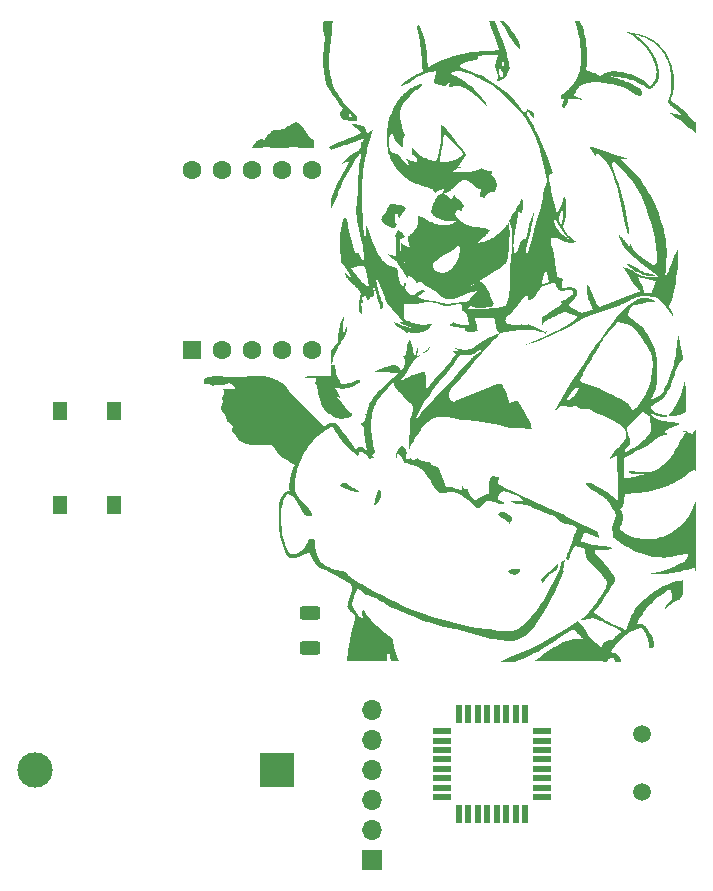
<source format=gbr>
%TF.GenerationSoftware,KiCad,Pcbnew,(6.0.10)*%
%TF.CreationDate,2023-06-10T20:41:06+09:00*%
%TF.ProjectId,BaeRNG_V1,42616552-4e47-45f5-9631-2e6b69636164,rev?*%
%TF.SameCoordinates,Original*%
%TF.FileFunction,Soldermask,Top*%
%TF.FilePolarity,Negative*%
%FSLAX46Y46*%
G04 Gerber Fmt 4.6, Leading zero omitted, Abs format (unit mm)*
G04 Created by KiCad (PCBNEW (6.0.10)) date 2023-06-10 20:41:06*
%MOMM*%
%LPD*%
G01*
G04 APERTURE LIST*
G04 Aperture macros list*
%AMRoundRect*
0 Rectangle with rounded corners*
0 $1 Rounding radius*
0 $2 $3 $4 $5 $6 $7 $8 $9 X,Y pos of 4 corners*
0 Add a 4 corners polygon primitive as box body*
4,1,4,$2,$3,$4,$5,$6,$7,$8,$9,$2,$3,0*
0 Add four circle primitives for the rounded corners*
1,1,$1+$1,$2,$3*
1,1,$1+$1,$4,$5*
1,1,$1+$1,$6,$7*
1,1,$1+$1,$8,$9*
0 Add four rect primitives between the rounded corners*
20,1,$1+$1,$2,$3,$4,$5,0*
20,1,$1+$1,$4,$5,$6,$7,0*
20,1,$1+$1,$6,$7,$8,$9,0*
20,1,$1+$1,$8,$9,$2,$3,0*%
G04 Aperture macros list end*
%ADD10C,0.000000*%
%ADD11C,3.000000*%
%ADD12R,3.000000X3.000000*%
%ADD13C,1.500000*%
%ADD14R,1.600000X0.550000*%
%ADD15R,0.550000X1.600000*%
%ADD16R,1.300000X1.550000*%
%ADD17RoundRect,0.250000X0.625000X-0.312500X0.625000X0.312500X-0.625000X0.312500X-0.625000X-0.312500X0*%
%ADD18R,1.700000X1.700000*%
%ADD19O,1.700000X1.700000*%
%ADD20C,1.600000*%
%ADD21R,1.600000X1.600000*%
G04 APERTURE END LIST*
D10*
G36*
X136512597Y-74001927D02*
G01*
X136588725Y-74009887D01*
X136664999Y-74021118D01*
X136741367Y-74034908D01*
X136894182Y-74067322D01*
X137046762Y-74101434D01*
X137122836Y-74117348D01*
X137198698Y-74131553D01*
X137274296Y-74143336D01*
X137349579Y-74151986D01*
X137493515Y-74399636D01*
X137451326Y-74444803D01*
X137410113Y-74490799D01*
X137369887Y-74537608D01*
X137330660Y-74585215D01*
X137292442Y-74633602D01*
X137255245Y-74682754D01*
X137219080Y-74732654D01*
X137183957Y-74783285D01*
X137149889Y-74834631D01*
X137116885Y-74886676D01*
X137084958Y-74939403D01*
X137054119Y-74992797D01*
X137024378Y-75046840D01*
X136995746Y-75101515D01*
X136968235Y-75156808D01*
X136941856Y-75212701D01*
X136812309Y-74920865D01*
X136746481Y-74775370D01*
X136679386Y-74630620D01*
X136646937Y-74695641D01*
X136618932Y-74762114D01*
X136595368Y-74829825D01*
X136576244Y-74898559D01*
X136561556Y-74968101D01*
X136551302Y-75038236D01*
X136545480Y-75108749D01*
X136544087Y-75179426D01*
X136547120Y-75250051D01*
X136554578Y-75320410D01*
X136566457Y-75390288D01*
X136582755Y-75459469D01*
X136603470Y-75527740D01*
X136628599Y-75594885D01*
X136658140Y-75660690D01*
X136692089Y-75724939D01*
X136548420Y-76054868D01*
X136454503Y-76032788D01*
X136350178Y-76002086D01*
X136238604Y-75963239D01*
X136122941Y-75916723D01*
X136006350Y-75863014D01*
X135891990Y-75802587D01*
X135783022Y-75735918D01*
X135682604Y-75663484D01*
X135636589Y-75625254D01*
X135593897Y-75585761D01*
X135554923Y-75545064D01*
X135520061Y-75503223D01*
X135489707Y-75460298D01*
X135464255Y-75416348D01*
X135444102Y-75371433D01*
X135429641Y-75325611D01*
X135421267Y-75278943D01*
X135419376Y-75231488D01*
X135424363Y-75183306D01*
X135436622Y-75134456D01*
X135456549Y-75084997D01*
X135484538Y-75034989D01*
X135520985Y-74984492D01*
X135566284Y-74933564D01*
X135611185Y-74883424D01*
X135652640Y-74831040D01*
X135691122Y-74776723D01*
X135727103Y-74720783D01*
X135761056Y-74663532D01*
X135793454Y-74605280D01*
X135855476Y-74487016D01*
X135916952Y-74368480D01*
X135948668Y-74309886D01*
X135981666Y-74252157D01*
X136016418Y-74195603D01*
X136053398Y-74140535D01*
X136093079Y-74087263D01*
X136135933Y-74036100D01*
X136173196Y-74025667D01*
X136210565Y-74017030D01*
X136285599Y-74004790D01*
X136360983Y-73998667D01*
X136436666Y-73997950D01*
X136512597Y-74001927D01*
G37*
G36*
X137158161Y-94449107D02*
G01*
X137188941Y-94466983D01*
X137218590Y-94486138D01*
X137247088Y-94506521D01*
X137274415Y-94528081D01*
X137300549Y-94550765D01*
X137325471Y-94574523D01*
X137349160Y-94599303D01*
X137371597Y-94625053D01*
X137392760Y-94651723D01*
X137412630Y-94679260D01*
X137431186Y-94707613D01*
X137448408Y-94736730D01*
X137464275Y-94766561D01*
X137478767Y-94797054D01*
X137491865Y-94828157D01*
X137503547Y-94859818D01*
X137513793Y-94891987D01*
X137522583Y-94924612D01*
X137529896Y-94957641D01*
X137535713Y-94991023D01*
X137540013Y-95024707D01*
X137542775Y-95058641D01*
X137543980Y-95092773D01*
X137543607Y-95127052D01*
X137541635Y-95161427D01*
X137538045Y-95195846D01*
X137532815Y-95230258D01*
X137525927Y-95264611D01*
X137517359Y-95298854D01*
X137507090Y-95332935D01*
X137495102Y-95366803D01*
X137488074Y-95394474D01*
X137483343Y-95420028D01*
X137480806Y-95443529D01*
X137480358Y-95465039D01*
X137481898Y-95484621D01*
X137485322Y-95502336D01*
X137490527Y-95518248D01*
X137497408Y-95532418D01*
X137505865Y-95544910D01*
X137515792Y-95555784D01*
X137527088Y-95565105D01*
X137539648Y-95572933D01*
X137553369Y-95579333D01*
X137568149Y-95584365D01*
X137583884Y-95588093D01*
X137600472Y-95590578D01*
X137617808Y-95591884D01*
X137635789Y-95592072D01*
X137654313Y-95591206D01*
X137673276Y-95589346D01*
X137692575Y-95586557D01*
X137712107Y-95582900D01*
X137731769Y-95578437D01*
X137751457Y-95573231D01*
X137790499Y-95560841D01*
X137828409Y-95546227D01*
X137864361Y-95529889D01*
X137897530Y-95512326D01*
X138008493Y-95625038D01*
X138064034Y-95681392D01*
X138120045Y-95737744D01*
X138305783Y-95618555D01*
X138492580Y-95499623D01*
X138552773Y-95561668D01*
X138585747Y-95595913D01*
X138612969Y-95624501D01*
X138665571Y-95647560D01*
X138718597Y-95669517D01*
X138772029Y-95690368D01*
X138825850Y-95710108D01*
X138880041Y-95728733D01*
X138934585Y-95746238D01*
X138989465Y-95762618D01*
X139044664Y-95777868D01*
X139100164Y-95791985D01*
X139155947Y-95804963D01*
X139211995Y-95816798D01*
X139268293Y-95827486D01*
X139324821Y-95837020D01*
X139381563Y-95845398D01*
X139438501Y-95852613D01*
X139495617Y-95858663D01*
X139535027Y-95888366D01*
X139574010Y-95919751D01*
X139651473Y-95985313D01*
X139729556Y-96050844D01*
X139769314Y-96082190D01*
X139809809Y-96111838D01*
X139851234Y-96139227D01*
X139872356Y-96151897D01*
X139893783Y-96163792D01*
X139915539Y-96174839D01*
X139937650Y-96184970D01*
X139960138Y-96194113D01*
X139983028Y-96202198D01*
X140006345Y-96209155D01*
X140030112Y-96214913D01*
X140054354Y-96219402D01*
X140079095Y-96222552D01*
X140104359Y-96224292D01*
X140130170Y-96224552D01*
X140156554Y-96223261D01*
X140183533Y-96220349D01*
X140285366Y-96419746D01*
X140381264Y-96621905D01*
X140471175Y-96826691D01*
X140555048Y-97033973D01*
X140632830Y-97243615D01*
X140704470Y-97455485D01*
X140769916Y-97669449D01*
X140829117Y-97885373D01*
X141012452Y-97916445D01*
X141194886Y-97951987D01*
X141376340Y-97991976D01*
X141556732Y-98036392D01*
X141735982Y-98085214D01*
X141914009Y-98138420D01*
X142090733Y-98195990D01*
X142266071Y-98257901D01*
X142275529Y-97965769D01*
X142280804Y-97820460D01*
X142286972Y-97675817D01*
X142323190Y-97783599D01*
X142360823Y-97891157D01*
X142438049Y-98106298D01*
X142591242Y-98110726D01*
X142667840Y-98113289D01*
X142744438Y-98116346D01*
X142756764Y-98171924D01*
X142770305Y-98227198D01*
X142785055Y-98282147D01*
X142801008Y-98336752D01*
X142818158Y-98390992D01*
X142836500Y-98444849D01*
X142856026Y-98498300D01*
X142876732Y-98551328D01*
X142933116Y-98623254D01*
X142990808Y-98694102D01*
X143049604Y-98764057D01*
X143109299Y-98833306D01*
X143230568Y-98970428D01*
X143352978Y-99106954D01*
X143417630Y-99055415D01*
X143483541Y-99005667D01*
X143550675Y-98957729D01*
X143618992Y-98911620D01*
X143688454Y-98867361D01*
X143759022Y-98824970D01*
X143830659Y-98784469D01*
X143903326Y-98745876D01*
X143976985Y-98709210D01*
X144051597Y-98674493D01*
X144127124Y-98641744D01*
X144203528Y-98610981D01*
X144280770Y-98582226D01*
X144358812Y-98555497D01*
X144437616Y-98530815D01*
X144517143Y-98508199D01*
X144522302Y-98413528D01*
X144523299Y-98317564D01*
X144517620Y-98123141D01*
X144509726Y-97927688D01*
X144507956Y-97830438D01*
X144509240Y-97733966D01*
X144514781Y-97638616D01*
X144525781Y-97544733D01*
X144543445Y-97452663D01*
X144555150Y-97407415D01*
X144568973Y-97362750D01*
X144585062Y-97318710D01*
X144603569Y-97275339D01*
X144624643Y-97232679D01*
X144648435Y-97190775D01*
X144675095Y-97149668D01*
X144704774Y-97109403D01*
X144737622Y-97070022D01*
X144773789Y-97031568D01*
X144849834Y-97039622D01*
X144925726Y-97048895D01*
X145001450Y-97059385D01*
X145076992Y-97071088D01*
X145152335Y-97084003D01*
X145227466Y-97098127D01*
X145302371Y-97113459D01*
X145377033Y-97129995D01*
X145356063Y-97189771D01*
X145335755Y-97249984D01*
X145296806Y-97371390D01*
X145259543Y-97493540D01*
X145223320Y-97615766D01*
X145917531Y-97997769D01*
X146620241Y-98362385D01*
X147329977Y-98712664D01*
X148045267Y-99051657D01*
X149486614Y-99707989D01*
X150932499Y-100355786D01*
X151102471Y-100460615D01*
X151274852Y-100560501D01*
X151449352Y-100656049D01*
X151625682Y-100747865D01*
X151982676Y-100922728D01*
X152343522Y-101089939D01*
X153067513Y-101420803D01*
X153426033Y-101594153D01*
X153603412Y-101684930D01*
X153779152Y-101779248D01*
X153837093Y-102284871D01*
X152567093Y-101767614D01*
X152525641Y-101866223D01*
X152486221Y-101965627D01*
X152448844Y-102065794D01*
X152413521Y-102166692D01*
X152380263Y-102268289D01*
X152349081Y-102370555D01*
X152319986Y-102473456D01*
X152292988Y-102576963D01*
X152558545Y-102650889D01*
X152825785Y-102717918D01*
X153094572Y-102778024D01*
X153364772Y-102831182D01*
X153636250Y-102877367D01*
X153908873Y-102916556D01*
X154182505Y-102948723D01*
X154457012Y-102973844D01*
X154536103Y-102987251D01*
X154614894Y-103002196D01*
X154693363Y-103018674D01*
X154771488Y-103036678D01*
X154849247Y-103056203D01*
X154926618Y-103077244D01*
X155003578Y-103099796D01*
X155080105Y-103123853D01*
X154981828Y-103154278D01*
X154882842Y-103181719D01*
X154783217Y-103206169D01*
X154683018Y-103227624D01*
X154582315Y-103246078D01*
X154481174Y-103261526D01*
X154379663Y-103273963D01*
X154277851Y-103283384D01*
X154175803Y-103289784D01*
X154073589Y-103293157D01*
X153971276Y-103293497D01*
X153868931Y-103290801D01*
X153766623Y-103285062D01*
X153664418Y-103276276D01*
X153562385Y-103264437D01*
X153460590Y-103249540D01*
X153460590Y-103501950D01*
X153677165Y-103719176D01*
X153888628Y-103941215D01*
X154094902Y-104167975D01*
X154295908Y-104399365D01*
X154491569Y-104635291D01*
X154681808Y-104875663D01*
X154866545Y-105120388D01*
X155045704Y-105369374D01*
X155061384Y-105389078D01*
X155076104Y-105409282D01*
X155089863Y-105429956D01*
X155102659Y-105451067D01*
X155114492Y-105472584D01*
X155125361Y-105494477D01*
X155144204Y-105539259D01*
X155159179Y-105585161D01*
X155170280Y-105631933D01*
X155177500Y-105679320D01*
X155180831Y-105727073D01*
X155180265Y-105774938D01*
X155175796Y-105822663D01*
X155167417Y-105869997D01*
X155155119Y-105916687D01*
X155138897Y-105962481D01*
X155129311Y-105984964D01*
X155118742Y-106007128D01*
X155107187Y-106028942D01*
X155094647Y-106050375D01*
X155081119Y-106071394D01*
X155066605Y-106091970D01*
X154860729Y-106407777D01*
X154661315Y-106728928D01*
X154263466Y-107372910D01*
X154055828Y-107688565D01*
X153947818Y-107843240D01*
X153836247Y-107995215D01*
X153720540Y-108144041D01*
X153600121Y-108289270D01*
X153474416Y-108430454D01*
X153342850Y-108567144D01*
X153469579Y-108635101D01*
X153593990Y-108707507D01*
X153716542Y-108783464D01*
X153837694Y-108862075D01*
X154317508Y-109185109D01*
X154438561Y-109263530D01*
X154560972Y-109339221D01*
X154685202Y-109411285D01*
X154811710Y-109478824D01*
X154940955Y-109540942D01*
X155073399Y-109596742D01*
X155209499Y-109645326D01*
X155349716Y-109685796D01*
X155401404Y-109706055D01*
X155452658Y-109727295D01*
X155553806Y-109772689D01*
X155653053Y-109821917D01*
X155750292Y-109874918D01*
X155845414Y-109931630D01*
X155938312Y-109991992D01*
X156028878Y-110055941D01*
X156073253Y-110089243D01*
X156117004Y-110123418D01*
X156188320Y-109883387D01*
X156266972Y-109645847D01*
X156352891Y-109410963D01*
X156446007Y-109178902D01*
X156546251Y-108949829D01*
X156653553Y-108723909D01*
X156767844Y-108501309D01*
X156889053Y-108282193D01*
X157084259Y-108051592D01*
X157289402Y-107827391D01*
X157504080Y-107610451D01*
X157727894Y-107401635D01*
X157960441Y-107201805D01*
X158201322Y-107011823D01*
X158450136Y-106832550D01*
X158706482Y-106664849D01*
X158969958Y-106509581D01*
X159240166Y-106367609D01*
X159516703Y-106239794D01*
X159799169Y-106126999D01*
X160087164Y-106030085D01*
X160380285Y-105949914D01*
X160678134Y-105887349D01*
X160980309Y-105843251D01*
X160975636Y-105944187D01*
X160973818Y-106047239D01*
X160974568Y-106257735D01*
X160974195Y-106470828D01*
X160970974Y-106577127D01*
X160964336Y-106682610D01*
X160953237Y-106786787D01*
X160936631Y-106889170D01*
X160913473Y-106989270D01*
X160882717Y-107086598D01*
X160864163Y-107134070D01*
X160843318Y-107180666D01*
X160820051Y-107226325D01*
X160794231Y-107270985D01*
X160765728Y-107314586D01*
X160734411Y-107357066D01*
X160700149Y-107398365D01*
X160662811Y-107438420D01*
X160586407Y-107489462D01*
X160508339Y-107538143D01*
X160348616Y-107630410D01*
X160024670Y-107808508D01*
X159944796Y-107854594D01*
X159866071Y-107902300D01*
X159788846Y-107952124D01*
X159713472Y-108004563D01*
X159640302Y-108060115D01*
X159569686Y-108119277D01*
X159501975Y-108182548D01*
X159437523Y-108250425D01*
X159439383Y-108215886D01*
X159443217Y-108182576D01*
X159448933Y-108150439D01*
X159456439Y-108119417D01*
X159465644Y-108089452D01*
X159476456Y-108060487D01*
X159488784Y-108032466D01*
X159502535Y-108005331D01*
X159517620Y-107979024D01*
X159533945Y-107953489D01*
X159551419Y-107928667D01*
X159569951Y-107904503D01*
X159609823Y-107857915D01*
X159652826Y-107813268D01*
X159698230Y-107770102D01*
X159745301Y-107727961D01*
X159841515Y-107644917D01*
X159889193Y-107603098D01*
X159935608Y-107560472D01*
X159980029Y-107516578D01*
X160021721Y-107470960D01*
X160015542Y-107360196D01*
X160006509Y-107249718D01*
X159983358Y-107029371D01*
X159959215Y-106809421D01*
X159948941Y-106699438D01*
X159941025Y-106589368D01*
X159698875Y-106712530D01*
X159463312Y-106845922D01*
X159234613Y-106989257D01*
X159013054Y-107142248D01*
X158798913Y-107304608D01*
X158592466Y-107476049D01*
X158393990Y-107656285D01*
X158203762Y-107845029D01*
X158022059Y-108041993D01*
X157849158Y-108246890D01*
X157685336Y-108459434D01*
X157530869Y-108679337D01*
X157386035Y-108906312D01*
X157251110Y-109140071D01*
X157126372Y-109380329D01*
X157012097Y-109626798D01*
X157055376Y-109608193D01*
X157098042Y-109592516D01*
X157140081Y-109579694D01*
X157181479Y-109569655D01*
X157222223Y-109562326D01*
X157262300Y-109557634D01*
X157301696Y-109555507D01*
X157340397Y-109555874D01*
X157378390Y-109558661D01*
X157415662Y-109563795D01*
X157452198Y-109571206D01*
X157487986Y-109580819D01*
X157523011Y-109592563D01*
X157557261Y-109606366D01*
X157590722Y-109622154D01*
X157623380Y-109639856D01*
X157655222Y-109659398D01*
X157686234Y-109680709D01*
X157716402Y-109703717D01*
X157745714Y-109728348D01*
X157774156Y-109754530D01*
X157801714Y-109782191D01*
X157854125Y-109841660D01*
X157902838Y-109906175D01*
X157947745Y-109975157D01*
X157988739Y-110048027D01*
X158025711Y-110124204D01*
X158068833Y-110177628D01*
X158111212Y-110231632D01*
X158152842Y-110286207D01*
X158193718Y-110341346D01*
X158233832Y-110397041D01*
X158273181Y-110453283D01*
X158311757Y-110510065D01*
X158349556Y-110567380D01*
X158381381Y-110683177D01*
X158409658Y-110799805D01*
X158434375Y-110917184D01*
X158455517Y-111035231D01*
X158473072Y-111153865D01*
X158487026Y-111273004D01*
X158497366Y-111392567D01*
X158504078Y-111512471D01*
X158406318Y-111529176D01*
X158308384Y-111544320D01*
X158112496Y-111572003D01*
X158103245Y-111456934D01*
X158089829Y-111342548D01*
X158072288Y-111228955D01*
X158050661Y-111116259D01*
X158024988Y-111004568D01*
X157995307Y-110893990D01*
X157961659Y-110784630D01*
X157924081Y-110676595D01*
X157882615Y-110569993D01*
X157837299Y-110464929D01*
X157788172Y-110361512D01*
X157735273Y-110259848D01*
X157678643Y-110160043D01*
X157618321Y-110062204D01*
X157554345Y-109966439D01*
X157486755Y-109872853D01*
X157271966Y-109923858D01*
X157061820Y-109986951D01*
X156856749Y-110061794D01*
X156657181Y-110148049D01*
X156463547Y-110245377D01*
X156276275Y-110353441D01*
X156095797Y-110471901D01*
X155922541Y-110600420D01*
X155756937Y-110738660D01*
X155599415Y-110886281D01*
X155450404Y-111042947D01*
X155310335Y-111208318D01*
X155179637Y-111382056D01*
X155058739Y-111563824D01*
X154948072Y-111753282D01*
X154848065Y-111950093D01*
X154889395Y-111951738D01*
X154930254Y-111955246D01*
X154970598Y-111960577D01*
X155010381Y-111967692D01*
X155049560Y-111976550D01*
X155088090Y-111987112D01*
X155125926Y-111999338D01*
X155163026Y-112013189D01*
X155199343Y-112028624D01*
X155234835Y-112045604D01*
X155269456Y-112064089D01*
X155303162Y-112084040D01*
X155335910Y-112105417D01*
X155367654Y-112128179D01*
X155398350Y-112152287D01*
X155427955Y-112177702D01*
X155456423Y-112204384D01*
X155483710Y-112232292D01*
X155509773Y-112261388D01*
X155534566Y-112291630D01*
X155558046Y-112322981D01*
X155580168Y-112355400D01*
X155600888Y-112388846D01*
X155620161Y-112423281D01*
X155637943Y-112458665D01*
X155654190Y-112494957D01*
X155668858Y-112532119D01*
X155681902Y-112570110D01*
X155693278Y-112608891D01*
X155702941Y-112648422D01*
X155710848Y-112688662D01*
X155716953Y-112729573D01*
X155212391Y-112729566D01*
X155188344Y-112646817D01*
X155165065Y-112564065D01*
X155142630Y-112481313D01*
X155121113Y-112398564D01*
X155097423Y-112394092D01*
X155073759Y-112390747D01*
X155050152Y-112388512D01*
X155026632Y-112387369D01*
X155003230Y-112387302D01*
X154979977Y-112388293D01*
X154956903Y-112390326D01*
X154934038Y-112393383D01*
X154911415Y-112397447D01*
X154889062Y-112402501D01*
X154845292Y-112415511D01*
X154802975Y-112432276D01*
X154762354Y-112452659D01*
X154723677Y-112476523D01*
X154687187Y-112503732D01*
X154653130Y-112534148D01*
X154637090Y-112550517D01*
X154621751Y-112567636D01*
X154607142Y-112585488D01*
X154593294Y-112604057D01*
X154580239Y-112623326D01*
X154568007Y-112643276D01*
X154556627Y-112663892D01*
X154546132Y-112685155D01*
X154536551Y-112707050D01*
X154527916Y-112729558D01*
X154157498Y-112729566D01*
X154154283Y-112725858D01*
X154156174Y-112725858D01*
X154053972Y-112607985D01*
X153953969Y-112488258D01*
X153758934Y-112244627D01*
X153377372Y-111750374D01*
X153184346Y-111505301D01*
X152985491Y-111265297D01*
X152882863Y-111148064D01*
X152777558Y-111033138D01*
X152669172Y-110920867D01*
X152557297Y-110811597D01*
X152553793Y-110811304D01*
X152438104Y-110715413D01*
X152319440Y-110613384D01*
X152202656Y-110509243D01*
X152087781Y-110403017D01*
X151974843Y-110294734D01*
X151863870Y-110184418D01*
X151754891Y-110072098D01*
X151647934Y-109957799D01*
X150485045Y-110758714D01*
X149894854Y-111151201D01*
X149294922Y-111528228D01*
X148990387Y-111708567D01*
X148682316Y-111882188D01*
X148370342Y-112048139D01*
X148054101Y-112205471D01*
X147733223Y-112353231D01*
X147407344Y-112490469D01*
X147076096Y-112616234D01*
X146739113Y-112729573D01*
X145446098Y-112729573D01*
X146309377Y-112385991D01*
X147162305Y-112018811D01*
X148004404Y-111628277D01*
X148835198Y-111214637D01*
X149654212Y-110778135D01*
X150460968Y-110319016D01*
X151254991Y-109837527D01*
X152035805Y-109333913D01*
X152074799Y-109358066D01*
X152112440Y-109383367D01*
X152148778Y-109409770D01*
X152183865Y-109437229D01*
X152217751Y-109465701D01*
X152250487Y-109495140D01*
X152312716Y-109556740D01*
X152370958Y-109621668D01*
X152425623Y-109689564D01*
X152477118Y-109760068D01*
X152525851Y-109832821D01*
X152572231Y-109907462D01*
X152616666Y-109983631D01*
X152701332Y-110139113D01*
X152865276Y-110452573D01*
X152931079Y-110526253D01*
X152999274Y-110597603D01*
X153069520Y-110666966D01*
X153141473Y-110734686D01*
X153289135Y-110866567D01*
X153439523Y-110995990D01*
X153589898Y-111125698D01*
X153737522Y-111258435D01*
X153809448Y-111326797D01*
X153879659Y-111396946D01*
X153947813Y-111469223D01*
X154013569Y-111543973D01*
X154044966Y-111467600D01*
X154080747Y-111394076D01*
X154120803Y-111323885D01*
X154165030Y-111257506D01*
X154188674Y-111225897D01*
X154213320Y-111195422D01*
X154238955Y-111166141D01*
X154265566Y-111138113D01*
X154293140Y-111111400D01*
X154321663Y-111086062D01*
X154351122Y-111062158D01*
X154381504Y-111039748D01*
X154412794Y-111018894D01*
X154444981Y-110999655D01*
X154478050Y-110982091D01*
X154511989Y-110966262D01*
X154546784Y-110952229D01*
X154582421Y-110940052D01*
X154618887Y-110929791D01*
X154656170Y-110921505D01*
X154694255Y-110915256D01*
X154733130Y-110911104D01*
X154772780Y-110909108D01*
X154813194Y-110909329D01*
X154854357Y-110911827D01*
X154896256Y-110916662D01*
X154938877Y-110923894D01*
X154982208Y-110933583D01*
X155018239Y-110874553D01*
X155056597Y-110817267D01*
X155097212Y-110761784D01*
X155140018Y-110708162D01*
X155184947Y-110656459D01*
X155231929Y-110606734D01*
X155280898Y-110559045D01*
X155331784Y-110513451D01*
X155384521Y-110470010D01*
X155439040Y-110428781D01*
X155495273Y-110389822D01*
X155553152Y-110353191D01*
X155612609Y-110318947D01*
X155673576Y-110287149D01*
X155735984Y-110257854D01*
X155799767Y-110231122D01*
X155240743Y-109908379D01*
X154958971Y-109749763D01*
X154674228Y-109597074D01*
X154385418Y-109453376D01*
X154239145Y-109385858D01*
X154091442Y-109321737D01*
X153942175Y-109261398D01*
X153791204Y-109205223D01*
X153638393Y-109153596D01*
X153483605Y-109106900D01*
X153446921Y-109094631D01*
X153410287Y-109084989D01*
X153373702Y-109077801D01*
X153337160Y-109072892D01*
X153300659Y-109070086D01*
X153264195Y-109069210D01*
X153227765Y-109070089D01*
X153191366Y-109072548D01*
X153118645Y-109081507D01*
X153046005Y-109094689D01*
X152900861Y-109128135D01*
X152755717Y-109161704D01*
X152683077Y-109175041D01*
X152610356Y-109184217D01*
X152573956Y-109186807D01*
X152537526Y-109187833D01*
X152501062Y-109187119D01*
X152464561Y-109184492D01*
X152428019Y-109179776D01*
X152391433Y-109172797D01*
X152354800Y-109163379D01*
X152318115Y-109151349D01*
X152464023Y-109040686D01*
X152604303Y-108923998D01*
X152739273Y-108801728D01*
X152869251Y-108674319D01*
X152994558Y-108542213D01*
X153115510Y-108405855D01*
X153232426Y-108265687D01*
X153345626Y-108122153D01*
X153455428Y-107975694D01*
X153562150Y-107826754D01*
X153666111Y-107675777D01*
X153767630Y-107523204D01*
X153964614Y-107215047D01*
X154155651Y-106905828D01*
X154236213Y-106768672D01*
X154319581Y-106623305D01*
X154359357Y-106548287D01*
X154396282Y-106472109D01*
X154429173Y-106395069D01*
X154456845Y-106317465D01*
X154468354Y-106278544D01*
X154478115Y-106239594D01*
X154485978Y-106200651D01*
X154491797Y-106161754D01*
X154495424Y-106122939D01*
X154496709Y-106084243D01*
X154495506Y-106045703D01*
X154491667Y-106007357D01*
X154485042Y-105969243D01*
X154475485Y-105931396D01*
X154462847Y-105893855D01*
X154446980Y-105856657D01*
X154427737Y-105819838D01*
X154404969Y-105783437D01*
X154378528Y-105747489D01*
X154348267Y-105712033D01*
X154300694Y-105626113D01*
X154248641Y-105543014D01*
X154192519Y-105462495D01*
X154132739Y-105384312D01*
X154003852Y-105233988D01*
X153865276Y-105090107D01*
X153279943Y-104540262D01*
X153142321Y-104399536D01*
X153014770Y-104253629D01*
X152955800Y-104178127D01*
X152900584Y-104100604D01*
X152849532Y-104020818D01*
X152803056Y-103938526D01*
X152761569Y-103853486D01*
X152725481Y-103765455D01*
X152695205Y-103674193D01*
X152671152Y-103579456D01*
X152653734Y-103481003D01*
X152643362Y-103378592D01*
X152640448Y-103271979D01*
X152645405Y-103160924D01*
X152239897Y-103040733D01*
X151834988Y-102917768D01*
X151745021Y-103068527D01*
X151658035Y-103220969D01*
X151574052Y-103375049D01*
X151493096Y-103530721D01*
X151415189Y-103687941D01*
X151340355Y-103846664D01*
X151268615Y-104006845D01*
X151199993Y-104168439D01*
X151019806Y-103963926D01*
X151092910Y-103808952D01*
X151162816Y-103652690D01*
X151294336Y-103336822D01*
X151416963Y-103017370D01*
X151533297Y-102695381D01*
X151757475Y-102047988D01*
X151870516Y-101724680D01*
X151987656Y-101403028D01*
X151783263Y-101267525D01*
X151579666Y-101133413D01*
X151472728Y-101136209D01*
X151366588Y-101132293D01*
X151261521Y-101121793D01*
X151157803Y-101104840D01*
X151055713Y-101081564D01*
X150955525Y-101052097D01*
X150857517Y-101016566D01*
X150761966Y-100975105D01*
X150669147Y-100927841D01*
X150579337Y-100874906D01*
X150492813Y-100816430D01*
X150409852Y-100752543D01*
X150330729Y-100683376D01*
X150255722Y-100609058D01*
X150185107Y-100529720D01*
X150119160Y-100445493D01*
X149810603Y-100331453D01*
X149503701Y-100212728D01*
X148892755Y-99966892D01*
X148282104Y-99719321D01*
X147975572Y-99598428D01*
X147667534Y-99481351D01*
X147587421Y-99458231D01*
X147506005Y-99439776D01*
X147423548Y-99425101D01*
X147340309Y-99413322D01*
X147004752Y-99377465D01*
X146921514Y-99366892D01*
X146839057Y-99353905D01*
X146757642Y-99337620D01*
X146677529Y-99317153D01*
X146598979Y-99291617D01*
X146522252Y-99260129D01*
X146484653Y-99241876D01*
X146447609Y-99221803D01*
X146411150Y-99199800D01*
X146375309Y-99175756D01*
X146507647Y-99164190D01*
X146640125Y-99155458D01*
X146772710Y-99148920D01*
X146905366Y-99143939D01*
X147170757Y-99136091D01*
X147436024Y-99126805D01*
X147406624Y-99075533D01*
X147374949Y-99027249D01*
X147341104Y-98981826D01*
X147305195Y-98939140D01*
X147267326Y-98899063D01*
X147227603Y-98861469D01*
X147186130Y-98826233D01*
X147143013Y-98793227D01*
X147098356Y-98762325D01*
X147052265Y-98733402D01*
X147004845Y-98706331D01*
X146956200Y-98680986D01*
X146855658Y-98634967D01*
X146751478Y-98594337D01*
X146644502Y-98558084D01*
X146535570Y-98525199D01*
X146315197Y-98465493D01*
X146097082Y-98407138D01*
X145990972Y-98375942D01*
X145887947Y-98342054D01*
X145851557Y-98331537D01*
X145816019Y-98324356D01*
X145781354Y-98320380D01*
X145747581Y-98319477D01*
X145714721Y-98321515D01*
X145682794Y-98326361D01*
X145651820Y-98333886D01*
X145621818Y-98343955D01*
X145592810Y-98356439D01*
X145564814Y-98371204D01*
X145537852Y-98388120D01*
X145511943Y-98407054D01*
X145487107Y-98427875D01*
X145463364Y-98450451D01*
X145440734Y-98474650D01*
X145419238Y-98500341D01*
X145398895Y-98527391D01*
X145379725Y-98555669D01*
X145361750Y-98585043D01*
X145344987Y-98615381D01*
X145329459Y-98646552D01*
X145315184Y-98678423D01*
X145302182Y-98710864D01*
X145290475Y-98743741D01*
X145280081Y-98776924D01*
X145271022Y-98810281D01*
X145263316Y-98843680D01*
X145256985Y-98876988D01*
X145252047Y-98910075D01*
X145248524Y-98942809D01*
X145246435Y-98975057D01*
X145245800Y-99006688D01*
X145261585Y-99017331D01*
X145279060Y-99027424D01*
X145318401Y-99046228D01*
X145362462Y-99063630D01*
X145409884Y-99080160D01*
X145509366Y-99112728D01*
X145558706Y-99129826D01*
X145605965Y-99148173D01*
X145649782Y-99168301D01*
X145688797Y-99190738D01*
X145706078Y-99202988D01*
X145721649Y-99216015D01*
X145735340Y-99229884D01*
X145746979Y-99244662D01*
X145756398Y-99260416D01*
X145763426Y-99277211D01*
X145767893Y-99295113D01*
X145769630Y-99314190D01*
X145768465Y-99334507D01*
X145764229Y-99356130D01*
X145756753Y-99379126D01*
X145745865Y-99403562D01*
X145652708Y-99398160D01*
X145560375Y-99386930D01*
X145468735Y-99370781D01*
X145377657Y-99350624D01*
X145287009Y-99327373D01*
X145196662Y-99301936D01*
X145016343Y-99248153D01*
X144835652Y-99196565D01*
X144744839Y-99173872D01*
X144653541Y-99154462D01*
X144561625Y-99139245D01*
X144468961Y-99129132D01*
X144375418Y-99125036D01*
X144280865Y-99127866D01*
X144196495Y-99216440D01*
X144109657Y-99302485D01*
X144020408Y-99385952D01*
X143928806Y-99466791D01*
X143834909Y-99544953D01*
X143738776Y-99620387D01*
X143640464Y-99693045D01*
X143540031Y-99762876D01*
X143329039Y-99550357D01*
X143111774Y-99340391D01*
X143000318Y-99237829D01*
X142886727Y-99137662D01*
X142770813Y-99040476D01*
X142652388Y-98946857D01*
X142531261Y-98857389D01*
X142407246Y-98772658D01*
X142280152Y-98693251D01*
X142149791Y-98619753D01*
X142015975Y-98552748D01*
X141878514Y-98492824D01*
X141737220Y-98440565D01*
X141665076Y-98417494D01*
X141591904Y-98396558D01*
X141550103Y-98384117D01*
X141508109Y-98374953D01*
X141465942Y-98368813D01*
X141423621Y-98365445D01*
X141381168Y-98364597D01*
X141338603Y-98366014D01*
X141253216Y-98374635D01*
X141167622Y-98389288D01*
X141081985Y-98407949D01*
X140911230Y-98449207D01*
X140826436Y-98467759D01*
X140742248Y-98482230D01*
X140658828Y-98490597D01*
X140617457Y-98491860D01*
X140576338Y-98490839D01*
X140535493Y-98487280D01*
X140494942Y-98480932D01*
X140454704Y-98471541D01*
X140414801Y-98458855D01*
X140375252Y-98442620D01*
X140336077Y-98422585D01*
X140297298Y-98398495D01*
X140258934Y-98370099D01*
X140161865Y-98265738D01*
X140069314Y-98157840D01*
X139980710Y-98046848D01*
X139895487Y-97933206D01*
X139813077Y-97817359D01*
X139732910Y-97699749D01*
X139577036Y-97461019D01*
X139423320Y-97220564D01*
X139267216Y-96981936D01*
X139186849Y-96864416D01*
X139104180Y-96748684D01*
X139018641Y-96635183D01*
X138929665Y-96524358D01*
X138888506Y-96487925D01*
X138846273Y-96453524D01*
X138758793Y-96390433D01*
X138667641Y-96334327D01*
X138573231Y-96284449D01*
X138475978Y-96240040D01*
X138376296Y-96200343D01*
X138274600Y-96164598D01*
X138171305Y-96132049D01*
X137961576Y-96073503D01*
X137750427Y-96018641D01*
X137541176Y-95961399D01*
X137438298Y-95929990D01*
X137337139Y-95895711D01*
X137320822Y-95833155D01*
X137301585Y-95771715D01*
X137279489Y-95711482D01*
X137254600Y-95652545D01*
X137226981Y-95594994D01*
X137196694Y-95538921D01*
X137163805Y-95484413D01*
X137128376Y-95431563D01*
X137090470Y-95380459D01*
X137050153Y-95331192D01*
X137007486Y-95283851D01*
X136962534Y-95238528D01*
X136915360Y-95195312D01*
X136866028Y-95154293D01*
X136814601Y-95115560D01*
X136761143Y-95079206D01*
X136741298Y-95278999D01*
X136722248Y-95480573D01*
X136632553Y-95480573D01*
X136631989Y-95404166D01*
X136636016Y-95328363D01*
X136644546Y-95253345D01*
X136657495Y-95179297D01*
X136674776Y-95106398D01*
X136696304Y-95034833D01*
X136721993Y-94964782D01*
X136751757Y-94896428D01*
X136785510Y-94829954D01*
X136823167Y-94765541D01*
X136864641Y-94703372D01*
X136909847Y-94643629D01*
X136958699Y-94586494D01*
X137011110Y-94532150D01*
X137066996Y-94480778D01*
X137126270Y-94432561D01*
X137158161Y-94449107D01*
G37*
G36*
X137829710Y-92371030D02*
G01*
X137835166Y-92317908D01*
X137843548Y-92264191D01*
X137867675Y-92155294D01*
X137899254Y-92044972D01*
X137973428Y-91822583D01*
X138010349Y-91711783D01*
X138043378Y-91602089D01*
X138069679Y-91494135D01*
X138079420Y-91441008D01*
X138086415Y-91388553D01*
X138090310Y-91336849D01*
X138090750Y-91285976D01*
X138087381Y-91236012D01*
X138079848Y-91187037D01*
X138067797Y-91139130D01*
X138050873Y-91092370D01*
X138028722Y-91046835D01*
X138000988Y-91002606D01*
X137967319Y-90959761D01*
X137927358Y-90918379D01*
X137880751Y-90878540D01*
X137827145Y-90840322D01*
X137733232Y-90733801D01*
X137636778Y-90629300D01*
X137438880Y-90424310D01*
X137238719Y-90221268D01*
X137041563Y-90016085D01*
X136945757Y-89911414D01*
X136852679Y-89804675D01*
X136762985Y-89695358D01*
X136677335Y-89582953D01*
X136596387Y-89466947D01*
X136520799Y-89346830D01*
X136451231Y-89222092D01*
X136388340Y-89092221D01*
X136235412Y-89249818D01*
X136084701Y-89409493D01*
X135936226Y-89571222D01*
X135790010Y-89734982D01*
X135646072Y-89900748D01*
X135504435Y-90068497D01*
X135365119Y-90238205D01*
X135228146Y-90409848D01*
X135145525Y-90536597D01*
X135068827Y-90665494D01*
X134932689Y-90929270D01*
X134818701Y-91200255D01*
X134725834Y-91477526D01*
X134653059Y-91760162D01*
X134599347Y-92047239D01*
X134563667Y-92337835D01*
X134544991Y-92631027D01*
X134542289Y-92925894D01*
X134554532Y-93221513D01*
X134580691Y-93516962D01*
X134619735Y-93811317D01*
X134670637Y-94103658D01*
X134732365Y-94393060D01*
X134803891Y-94678603D01*
X134884186Y-94959363D01*
X134854588Y-95008341D01*
X134823715Y-95056489D01*
X134791586Y-95103785D01*
X134758218Y-95150202D01*
X134723630Y-95195717D01*
X134687840Y-95240305D01*
X134650865Y-95283942D01*
X134612724Y-95326604D01*
X134739425Y-95366693D01*
X134808617Y-95388445D01*
X134865929Y-95405980D01*
X134637991Y-95493456D01*
X134409260Y-95579541D01*
X134376786Y-95520833D01*
X134341632Y-95464024D01*
X134303887Y-95409188D01*
X134263641Y-95356403D01*
X134220983Y-95305743D01*
X134176003Y-95257285D01*
X134128791Y-95211104D01*
X134079434Y-95167275D01*
X134028024Y-95125874D01*
X133974650Y-95086977D01*
X133919400Y-95050660D01*
X133862365Y-95016997D01*
X133803634Y-94986066D01*
X133743295Y-94957941D01*
X133681440Y-94932698D01*
X133618157Y-94910413D01*
X133540895Y-95135807D01*
X133464432Y-95361791D01*
X133299926Y-95229917D01*
X133138913Y-95094153D01*
X132981455Y-94954573D01*
X132827616Y-94811249D01*
X132677457Y-94664256D01*
X132531043Y-94513665D01*
X132388436Y-94359551D01*
X132249698Y-94201986D01*
X132114893Y-94041043D01*
X131984084Y-93876796D01*
X131857333Y-93709318D01*
X131734703Y-93538683D01*
X131616257Y-93364962D01*
X131502058Y-93188230D01*
X131392168Y-93008560D01*
X131286652Y-92826024D01*
X131092918Y-92914982D01*
X130904293Y-93012291D01*
X130720872Y-93117651D01*
X130542751Y-93230765D01*
X130370027Y-93351333D01*
X130202794Y-93479057D01*
X130041151Y-93613639D01*
X129885191Y-93754779D01*
X129735011Y-93902179D01*
X129590708Y-94055540D01*
X129452377Y-94214565D01*
X129320115Y-94378953D01*
X129194017Y-94548408D01*
X129074180Y-94722629D01*
X128960698Y-94901318D01*
X128853670Y-95084177D01*
X128753190Y-95270907D01*
X128659354Y-95461210D01*
X128572259Y-95654787D01*
X128492000Y-95851338D01*
X128418674Y-96050566D01*
X128352376Y-96252173D01*
X128293203Y-96455858D01*
X128241251Y-96661325D01*
X128196615Y-96868273D01*
X128159392Y-97076405D01*
X128129677Y-97285421D01*
X128107567Y-97495024D01*
X128093158Y-97704915D01*
X128086546Y-97914794D01*
X128087826Y-98124364D01*
X128097096Y-98333326D01*
X128174275Y-98468521D01*
X128258583Y-98599229D01*
X128348993Y-98726126D01*
X128444481Y-98849890D01*
X128544019Y-98971198D01*
X128646582Y-99090728D01*
X128856680Y-99327165D01*
X129066568Y-99564618D01*
X129168868Y-99685420D01*
X129268037Y-99808508D01*
X129363050Y-99934561D01*
X129452881Y-100064255D01*
X129536504Y-100198268D01*
X129612892Y-100337278D01*
X129557609Y-100355077D01*
X129501917Y-100371451D01*
X129445843Y-100386393D01*
X129389415Y-100399897D01*
X129332661Y-100411956D01*
X129275608Y-100422564D01*
X129218284Y-100431716D01*
X129160717Y-100439405D01*
X129086478Y-100396806D01*
X129017301Y-100349282D01*
X128952810Y-100297214D01*
X128892634Y-100240984D01*
X128836397Y-100180970D01*
X128783726Y-100117555D01*
X128734247Y-100051117D01*
X128687585Y-99982039D01*
X128601221Y-99837483D01*
X128521641Y-99686930D01*
X128370871Y-99380014D01*
X128293698Y-99229740D01*
X128211344Y-99085649D01*
X128120819Y-98950785D01*
X128071558Y-98887765D01*
X128019131Y-98828193D01*
X127963167Y-98772451D01*
X127903289Y-98720918D01*
X127839126Y-98673976D01*
X127770302Y-98632005D01*
X127696444Y-98595386D01*
X127617178Y-98564499D01*
X127532130Y-98539724D01*
X127440926Y-98521444D01*
X127374862Y-98625835D01*
X127313888Y-98732074D01*
X127206615Y-98949702D01*
X127117913Y-99173548D01*
X127046586Y-99402835D01*
X126991439Y-99636783D01*
X126951277Y-99874614D01*
X126924906Y-100115550D01*
X126911131Y-100358812D01*
X126908757Y-100603620D01*
X126916588Y-100849197D01*
X126933431Y-101094764D01*
X126958089Y-101339542D01*
X126989369Y-101582752D01*
X127026076Y-101823617D01*
X127110989Y-102295194D01*
X127227287Y-102664386D01*
X127289849Y-102851159D01*
X127324126Y-102943316D01*
X127361120Y-103033977D01*
X127401374Y-103122635D01*
X127445427Y-103208783D01*
X127493820Y-103291914D01*
X127547093Y-103371521D01*
X127605788Y-103447098D01*
X127670446Y-103518137D01*
X127705179Y-103551797D01*
X127741606Y-103584132D01*
X127779793Y-103615079D01*
X127819809Y-103644574D01*
X127891612Y-103643436D01*
X127961527Y-103638608D01*
X128029568Y-103630205D01*
X128095753Y-103618341D01*
X128160096Y-103603130D01*
X128222612Y-103584685D01*
X128283318Y-103563120D01*
X128342229Y-103538549D01*
X128399360Y-103511087D01*
X128454726Y-103480846D01*
X128508344Y-103447940D01*
X128560229Y-103412485D01*
X128610396Y-103374592D01*
X128658860Y-103334377D01*
X128705638Y-103291952D01*
X128750745Y-103247433D01*
X128794196Y-103200932D01*
X128836007Y-103152564D01*
X128914770Y-103050681D01*
X128987158Y-102942694D01*
X129053296Y-102829514D01*
X129113307Y-102712053D01*
X129167315Y-102591220D01*
X129215445Y-102467927D01*
X129257820Y-102343084D01*
X129535632Y-102374769D01*
X129674538Y-102391231D01*
X129813446Y-102409230D01*
X129809141Y-102542762D01*
X129808340Y-102676883D01*
X129811502Y-102811188D01*
X129819085Y-102945276D01*
X129831549Y-103078741D01*
X129849352Y-103211181D01*
X129872953Y-103342192D01*
X129902811Y-103471371D01*
X129939384Y-103598314D01*
X129983133Y-103722618D01*
X130034515Y-103843880D01*
X130093990Y-103961696D01*
X130162015Y-104075663D01*
X130239052Y-104185376D01*
X130325557Y-104290434D01*
X130421989Y-104390432D01*
X130527859Y-104476123D01*
X130637691Y-104554852D01*
X130751169Y-104626995D01*
X130867978Y-104692924D01*
X130987800Y-104753015D01*
X131110319Y-104807643D01*
X131235220Y-104857180D01*
X131362186Y-104902003D01*
X131490901Y-104942484D01*
X131621048Y-104978999D01*
X131752311Y-105011922D01*
X131884374Y-105041628D01*
X132149636Y-105092884D01*
X132414303Y-105135762D01*
X132457986Y-105196214D01*
X132503360Y-105254690D01*
X132598893Y-105366044D01*
X132700319Y-105470473D01*
X132807059Y-105568626D01*
X132918531Y-105661152D01*
X133034152Y-105748698D01*
X133153342Y-105831916D01*
X133275520Y-105911452D01*
X133400104Y-105987955D01*
X133526512Y-106062076D01*
X133782478Y-106205761D01*
X134038766Y-106347698D01*
X134290726Y-106493077D01*
X134869437Y-106820168D01*
X135455451Y-107135042D01*
X136048504Y-107437184D01*
X136648332Y-107726080D01*
X137254674Y-108001213D01*
X137867265Y-108262070D01*
X138485842Y-108508134D01*
X139110143Y-108738891D01*
X139739904Y-108953825D01*
X140374862Y-109152423D01*
X141014754Y-109334167D01*
X141659316Y-109498544D01*
X142308286Y-109645038D01*
X142961401Y-109773135D01*
X143618397Y-109882318D01*
X144279011Y-109972074D01*
X144451075Y-109990965D01*
X144624833Y-110014407D01*
X144976078Y-110068435D01*
X145330032Y-110121149D01*
X145507178Y-110142946D01*
X145683983Y-110159537D01*
X145860110Y-110169293D01*
X146035218Y-110170589D01*
X146208969Y-110161799D01*
X146381023Y-110141296D01*
X146551042Y-110107455D01*
X146635182Y-110085024D01*
X146718686Y-110058648D01*
X146801512Y-110028125D01*
X146883617Y-109993250D01*
X146964958Y-109953821D01*
X147045494Y-109909635D01*
X147327596Y-109680470D01*
X147596224Y-109439123D01*
X147852077Y-109186428D01*
X148095856Y-108923216D01*
X148328262Y-108650323D01*
X148549996Y-108368582D01*
X148761759Y-108078827D01*
X148964251Y-107781891D01*
X149158173Y-107478608D01*
X149344226Y-107169812D01*
X149523110Y-106856337D01*
X149695527Y-106539015D01*
X150023760Y-105896170D01*
X150334530Y-105247945D01*
X150366504Y-105191191D01*
X150396795Y-105133626D01*
X150425389Y-105075290D01*
X150452276Y-105016219D01*
X150477444Y-104956452D01*
X150500881Y-104896027D01*
X150522576Y-104834982D01*
X150542516Y-104773356D01*
X150560691Y-104711185D01*
X150577087Y-104648509D01*
X150591694Y-104585364D01*
X150604500Y-104521791D01*
X150615493Y-104457825D01*
X150624662Y-104393506D01*
X150631994Y-104328871D01*
X150637478Y-104263959D01*
X150805553Y-104197550D01*
X150973763Y-104131673D01*
X150952042Y-104189058D01*
X150932054Y-104246970D01*
X150913803Y-104305369D01*
X150897296Y-104364216D01*
X150882538Y-104423472D01*
X150869535Y-104483098D01*
X150858292Y-104543055D01*
X150848814Y-104603302D01*
X150841108Y-104663802D01*
X150835179Y-104724514D01*
X150831032Y-104785400D01*
X150828673Y-104846421D01*
X150828108Y-104907536D01*
X150829342Y-104968708D01*
X150832381Y-105029896D01*
X150837231Y-105091062D01*
X150601165Y-105678008D01*
X150349215Y-106257925D01*
X150081544Y-106830496D01*
X149798317Y-107395402D01*
X149499699Y-107952326D01*
X149185854Y-108500950D01*
X148856948Y-109040956D01*
X148513146Y-109572026D01*
X148402200Y-109724595D01*
X148282671Y-109873936D01*
X148154978Y-110018873D01*
X148019539Y-110158230D01*
X147876776Y-110290832D01*
X147727107Y-110415504D01*
X147570953Y-110531070D01*
X147408733Y-110636355D01*
X147325480Y-110684774D01*
X147240868Y-110730182D01*
X147154948Y-110772433D01*
X147067775Y-110811378D01*
X146979400Y-110846871D01*
X146889876Y-110878765D01*
X146799256Y-110906914D01*
X146707591Y-110931169D01*
X146614934Y-110951385D01*
X146521338Y-110967415D01*
X146426855Y-110979110D01*
X146331538Y-110986326D01*
X146235439Y-110988913D01*
X146138610Y-110986727D01*
X146041104Y-110979619D01*
X145942974Y-110967443D01*
X145634816Y-110940060D01*
X145328728Y-110902094D01*
X145024501Y-110854631D01*
X144721923Y-110798757D01*
X144120871Y-110666125D01*
X143523888Y-110512893D01*
X142335379Y-110179401D01*
X141740480Y-110016530D01*
X141142902Y-109867833D01*
X140406013Y-109690726D01*
X139676939Y-109486661D01*
X138956406Y-109255918D01*
X138245141Y-108998774D01*
X137543870Y-108715508D01*
X136853319Y-108406397D01*
X136174214Y-108071722D01*
X135507282Y-107711759D01*
X135431346Y-107675666D01*
X135356403Y-107637168D01*
X135282255Y-107596749D01*
X135208705Y-107554892D01*
X134916530Y-107382774D01*
X134843004Y-107340992D01*
X134768889Y-107300678D01*
X134693988Y-107262314D01*
X134618104Y-107226385D01*
X134541039Y-107193376D01*
X134462594Y-107163770D01*
X134382573Y-107138051D01*
X134300778Y-107116704D01*
X134046776Y-107082303D01*
X134016988Y-107038237D01*
X133985698Y-106995377D01*
X133952943Y-106953757D01*
X133918764Y-106913409D01*
X133883200Y-106874368D01*
X133846290Y-106836667D01*
X133808072Y-106800339D01*
X133768587Y-106765417D01*
X133727874Y-106731936D01*
X133685971Y-106699929D01*
X133642918Y-106669429D01*
X133598755Y-106640469D01*
X133553520Y-106613084D01*
X133507252Y-106587306D01*
X133459992Y-106563170D01*
X133411778Y-106540708D01*
X133345564Y-106701068D01*
X133274484Y-106860430D01*
X133201754Y-107019607D01*
X133130592Y-107179410D01*
X133064218Y-107340653D01*
X133033832Y-107422067D01*
X133005850Y-107504147D01*
X132980673Y-107586992D01*
X132958705Y-107670704D01*
X132940348Y-107755386D01*
X132926003Y-107841138D01*
X132957908Y-107936844D01*
X132993589Y-108030889D01*
X133032973Y-108123173D01*
X133075987Y-108213595D01*
X133122558Y-108302056D01*
X133172615Y-108388455D01*
X133226083Y-108472692D01*
X133282892Y-108554666D01*
X133342967Y-108634276D01*
X133406237Y-108711423D01*
X133472629Y-108786006D01*
X133542070Y-108857925D01*
X133614488Y-108927079D01*
X133689809Y-108993368D01*
X133767962Y-109056691D01*
X133848873Y-109116948D01*
X133842438Y-109066097D01*
X133834372Y-109014385D01*
X133815898Y-108909153D01*
X133798558Y-108802801D01*
X133791909Y-108749688D01*
X133787459Y-108696875D01*
X133785846Y-108644555D01*
X133787709Y-108592921D01*
X133793685Y-108542168D01*
X133798415Y-108517182D01*
X133804413Y-108492488D01*
X133811758Y-108468111D01*
X133820531Y-108444075D01*
X133830811Y-108420404D01*
X133842678Y-108397122D01*
X133856212Y-108374253D01*
X133871492Y-108351822D01*
X133888599Y-108329853D01*
X133907612Y-108308370D01*
X134025694Y-108501786D01*
X134151406Y-108688851D01*
X134284258Y-108869893D01*
X134423757Y-109045238D01*
X134569411Y-109215214D01*
X134720727Y-109380150D01*
X134877213Y-109540372D01*
X135038377Y-109696207D01*
X135203727Y-109847984D01*
X135372770Y-109996030D01*
X135545015Y-110140672D01*
X135719969Y-110282239D01*
X136076035Y-110557453D01*
X136437031Y-110824292D01*
X136430411Y-110887418D01*
X136426397Y-110950151D01*
X136425713Y-111074502D01*
X136434035Y-111197472D01*
X136450417Y-111319184D01*
X136473916Y-111439762D01*
X136503585Y-111559331D01*
X136538480Y-111678016D01*
X136577657Y-111795942D01*
X136665073Y-112030010D01*
X136758276Y-112262531D01*
X136849705Y-112494502D01*
X136892392Y-112610593D01*
X136931801Y-112726918D01*
X136217426Y-112726918D01*
X136185596Y-112587540D01*
X136156414Y-112447474D01*
X136100214Y-112166792D01*
X136070307Y-112026932D01*
X136037268Y-111887897D01*
X135999653Y-111750064D01*
X135978678Y-111681717D01*
X135956017Y-111613813D01*
X135945546Y-111752701D01*
X135937121Y-111891706D01*
X135930742Y-112030806D01*
X135926409Y-112169976D01*
X135924123Y-112309196D01*
X135923885Y-112448441D01*
X135925695Y-112587689D01*
X135929554Y-112726918D01*
X132468803Y-112726918D01*
X132614112Y-111825463D01*
X132773408Y-110926291D01*
X132860720Y-110478212D01*
X132954431Y-110031486D01*
X133055509Y-109586373D01*
X133164921Y-109143132D01*
X133183084Y-109090938D01*
X133194133Y-109041063D01*
X133198543Y-108993350D01*
X133196791Y-108947644D01*
X133189350Y-108903789D01*
X133176696Y-108861629D01*
X133159304Y-108821008D01*
X133137649Y-108781770D01*
X133112207Y-108743760D01*
X133083452Y-108706822D01*
X133051859Y-108670799D01*
X133017904Y-108635537D01*
X132944807Y-108566668D01*
X132867962Y-108498968D01*
X132791169Y-108431191D01*
X132718230Y-108362090D01*
X132684394Y-108326653D01*
X132652946Y-108290417D01*
X132624362Y-108253227D01*
X132599117Y-108214926D01*
X132577686Y-108175359D01*
X132560545Y-108134370D01*
X132548167Y-108091803D01*
X132541030Y-108047502D01*
X132539606Y-108001312D01*
X132544373Y-107953076D01*
X132555804Y-107902638D01*
X132574375Y-107849843D01*
X132580038Y-107797003D01*
X132588185Y-107744106D01*
X132610985Y-107638171D01*
X132640874Y-107532102D01*
X132675955Y-107425963D01*
X132830195Y-107001957D01*
X132862736Y-106896410D01*
X132889072Y-106791171D01*
X132907302Y-106686303D01*
X132912784Y-106634028D01*
X132915526Y-106581870D01*
X132915293Y-106529836D01*
X132911846Y-106477934D01*
X132904949Y-106426172D01*
X132894362Y-106374559D01*
X132879850Y-106323101D01*
X132861174Y-106271808D01*
X132838098Y-106220686D01*
X132810383Y-106169744D01*
X132517290Y-105990195D01*
X132221219Y-105815751D01*
X131922237Y-105646449D01*
X131620411Y-105482324D01*
X131315809Y-105323411D01*
X131008498Y-105169748D01*
X130698545Y-105021368D01*
X130386017Y-104878308D01*
X130336699Y-104855036D01*
X130289071Y-104829916D01*
X130243084Y-104803021D01*
X130198683Y-104774421D01*
X130155819Y-104744188D01*
X130114439Y-104712395D01*
X130074492Y-104679112D01*
X130035926Y-104644411D01*
X129998689Y-104608365D01*
X129962730Y-104571044D01*
X129927998Y-104532520D01*
X129894439Y-104492866D01*
X129830640Y-104410450D01*
X129770918Y-104324370D01*
X129714862Y-104235198D01*
X129662058Y-104143508D01*
X129612092Y-104049874D01*
X129564551Y-103954868D01*
X129475094Y-103763034D01*
X129390381Y-103572591D01*
X129335895Y-103568150D01*
X129282143Y-103566894D01*
X129229075Y-103568620D01*
X129176643Y-103573123D01*
X129124799Y-103580198D01*
X129073495Y-103589641D01*
X128972313Y-103614810D01*
X128872709Y-103646995D01*
X128774296Y-103684559D01*
X128676688Y-103725864D01*
X128579497Y-103769274D01*
X128384823Y-103855862D01*
X128286566Y-103895767D01*
X128187178Y-103931229D01*
X128086275Y-103960613D01*
X128035134Y-103972514D01*
X127983469Y-103982281D01*
X127931231Y-103989710D01*
X127878372Y-103994597D01*
X127824845Y-103996736D01*
X127770599Y-103995923D01*
X127748671Y-103996692D01*
X127727517Y-103995964D01*
X127707117Y-103993802D01*
X127687446Y-103990267D01*
X127668482Y-103985423D01*
X127650202Y-103979332D01*
X127632584Y-103972057D01*
X127615603Y-103963660D01*
X127599239Y-103954203D01*
X127583466Y-103943750D01*
X127568264Y-103932363D01*
X127553608Y-103920104D01*
X127539477Y-103907036D01*
X127525846Y-103893221D01*
X127512694Y-103878723D01*
X127499997Y-103863603D01*
X127475878Y-103831749D01*
X127453307Y-103798160D01*
X127432099Y-103763336D01*
X127412073Y-103727777D01*
X127374833Y-103656459D01*
X127340122Y-103588208D01*
X127230870Y-103347546D01*
X127133660Y-103102950D01*
X127047991Y-102854789D01*
X126973360Y-102603435D01*
X126909265Y-102349255D01*
X126855203Y-102092621D01*
X126810672Y-101833902D01*
X126775171Y-101573467D01*
X126748196Y-101311687D01*
X126729245Y-101048932D01*
X126717817Y-100785570D01*
X126713408Y-100521972D01*
X126715516Y-100258508D01*
X126723639Y-99995548D01*
X126755922Y-99472615D01*
X126766093Y-99373581D01*
X126781442Y-99273433D01*
X126802140Y-99173075D01*
X126828361Y-99073408D01*
X126860278Y-98975335D01*
X126898063Y-98879758D01*
X126941890Y-98787579D01*
X126991932Y-98699701D01*
X127048360Y-98617025D01*
X127079024Y-98577920D01*
X127111349Y-98540454D01*
X127145357Y-98504741D01*
X127181071Y-98470891D01*
X127218510Y-98439019D01*
X127257698Y-98409238D01*
X127298655Y-98381659D01*
X127341404Y-98356396D01*
X127385966Y-98333561D01*
X127432362Y-98313268D01*
X127480614Y-98295628D01*
X127530744Y-98280756D01*
X127582773Y-98268763D01*
X127636723Y-98259763D01*
X127627529Y-98117953D01*
X127623295Y-97976213D01*
X127623997Y-97834669D01*
X127629609Y-97693447D01*
X127640106Y-97552672D01*
X127655464Y-97412469D01*
X127675658Y-97272965D01*
X127700663Y-97134283D01*
X127730454Y-96996551D01*
X127765006Y-96859893D01*
X127804294Y-96724434D01*
X127848294Y-96590301D01*
X127896980Y-96457619D01*
X127950327Y-96326513D01*
X128008312Y-96197109D01*
X128070908Y-96069532D01*
X127896647Y-95979178D01*
X127724884Y-95884371D01*
X127555701Y-95785162D01*
X127389183Y-95681607D01*
X127225412Y-95573759D01*
X127064473Y-95461672D01*
X126906450Y-95345400D01*
X126751425Y-95224996D01*
X126709166Y-95167520D01*
X126668467Y-95107470D01*
X126589707Y-94982394D01*
X126511059Y-94855265D01*
X126470499Y-94792648D01*
X126428436Y-94731580D01*
X126384356Y-94672747D01*
X126337751Y-94616837D01*
X126288108Y-94564537D01*
X126261989Y-94539956D01*
X126234918Y-94516534D01*
X126206833Y-94494359D01*
X126177669Y-94473516D01*
X126147363Y-94454090D01*
X126115850Y-94436169D01*
X126083068Y-94419837D01*
X126048952Y-94405180D01*
X126013437Y-94392286D01*
X125976462Y-94381238D01*
X125846723Y-94396296D01*
X125716796Y-94408522D01*
X125586727Y-94417919D01*
X125456560Y-94424490D01*
X125326343Y-94428235D01*
X125196120Y-94429158D01*
X125065938Y-94427261D01*
X124935844Y-94422545D01*
X124805881Y-94415012D01*
X124676098Y-94404666D01*
X124546539Y-94391508D01*
X124417250Y-94375540D01*
X124288278Y-94356764D01*
X124159667Y-94335183D01*
X124031465Y-94310798D01*
X123903717Y-94283612D01*
X123851671Y-94266406D01*
X123801444Y-94246905D01*
X123752952Y-94225217D01*
X123706111Y-94201449D01*
X123660837Y-94175709D01*
X123617048Y-94148104D01*
X123574660Y-94118740D01*
X123533588Y-94087726D01*
X123493750Y-94055168D01*
X123455061Y-94021173D01*
X123380798Y-93949303D01*
X123310130Y-93872974D01*
X123242389Y-93793042D01*
X123176904Y-93710367D01*
X123113009Y-93625805D01*
X123106242Y-93616582D01*
X123290943Y-93616582D01*
X123340018Y-93676303D01*
X123391046Y-93732312D01*
X123428743Y-93769666D01*
X123443672Y-93784479D01*
X123443889Y-93784674D01*
X123443944Y-93784728D01*
X123448379Y-93788696D01*
X123498359Y-93833480D01*
X123554753Y-93879111D01*
X123612771Y-93921489D01*
X123672334Y-93960731D01*
X123733358Y-93996955D01*
X123795763Y-94030278D01*
X123859466Y-94060816D01*
X123924385Y-94088688D01*
X123990440Y-94114010D01*
X124125627Y-94157472D01*
X124264373Y-94192140D01*
X124406024Y-94218951D01*
X124422427Y-94221219D01*
X124550456Y-94238958D01*
X124696042Y-94252932D01*
X124842589Y-94261866D01*
X124864471Y-94262349D01*
X124988605Y-94266373D01*
X125102434Y-94267605D01*
X125135955Y-94268346D01*
X125425337Y-94265866D01*
X125361705Y-93924683D01*
X125300455Y-93583242D01*
X125299169Y-93582998D01*
X125360242Y-93924449D01*
X125424007Y-94265363D01*
X125134975Y-94267958D01*
X125102434Y-94267605D01*
X124864471Y-94262349D01*
X124841871Y-94261617D01*
X124695427Y-94252753D01*
X124549927Y-94238843D01*
X124422427Y-94221219D01*
X124406484Y-94219010D01*
X124264776Y-94192153D01*
X124125986Y-94157455D01*
X123990767Y-94113982D01*
X123859769Y-94060800D01*
X123733646Y-93996976D01*
X123672616Y-93960781D01*
X123613049Y-93921576D01*
X123555027Y-93879243D01*
X123498632Y-93833666D01*
X123448379Y-93788696D01*
X123443889Y-93784674D01*
X123428743Y-93769666D01*
X123390775Y-93731991D01*
X123339747Y-93675899D01*
X123291027Y-93616519D01*
X123290943Y-93616582D01*
X123106242Y-93616582D01*
X122987306Y-93454454D01*
X122924161Y-93369379D01*
X122859928Y-93285848D01*
X122793939Y-93204720D01*
X122725525Y-93126851D01*
X122789058Y-92981632D01*
X122851996Y-92835813D01*
X122742358Y-92680466D01*
X122687204Y-92603303D01*
X122631332Y-92526509D01*
X122645812Y-92492817D01*
X122661726Y-92460566D01*
X122679018Y-92429705D01*
X122697626Y-92400186D01*
X122698290Y-92399243D01*
X122900158Y-92399243D01*
X122906264Y-92480067D01*
X122914889Y-92560519D01*
X122926013Y-92640544D01*
X122939618Y-92720086D01*
X122955687Y-92799087D01*
X122974202Y-92877492D01*
X122995145Y-92955244D01*
X123018497Y-93032287D01*
X123044240Y-93108563D01*
X123072357Y-93184018D01*
X123102829Y-93258593D01*
X123135638Y-93332234D01*
X123170767Y-93404883D01*
X123208197Y-93476483D01*
X123247910Y-93546980D01*
X123289888Y-93616315D01*
X123290521Y-93615836D01*
X123290672Y-93616086D01*
X123291027Y-93616519D01*
X123333402Y-93584412D01*
X123375100Y-93551295D01*
X123416021Y-93517244D01*
X123456151Y-93482274D01*
X123495473Y-93446399D01*
X123533973Y-93409631D01*
X123571635Y-93371987D01*
X123608442Y-93333478D01*
X123736258Y-93363553D01*
X123863003Y-93397503D01*
X123988591Y-93435298D01*
X124112935Y-93476907D01*
X124234981Y-93521943D01*
X124356214Y-93570942D01*
X124476304Y-93623811D01*
X124594803Y-93680371D01*
X124594937Y-93680304D01*
X124596132Y-93680875D01*
X124637039Y-93660464D01*
X124678657Y-93641920D01*
X124720922Y-93625251D01*
X124763771Y-93610467D01*
X124807141Y-93597576D01*
X124850968Y-93586588D01*
X124895189Y-93577510D01*
X124939741Y-93570352D01*
X124984560Y-93565122D01*
X125029583Y-93561829D01*
X125074746Y-93560482D01*
X125119987Y-93561090D01*
X125165242Y-93563661D01*
X125210447Y-93568204D01*
X125255539Y-93574728D01*
X125299169Y-93582998D01*
X125299124Y-93582746D01*
X125254208Y-93574231D01*
X125209116Y-93567706D01*
X125163910Y-93563162D01*
X125118656Y-93560590D01*
X125073415Y-93559983D01*
X125028252Y-93561329D01*
X124983229Y-93564622D01*
X124938410Y-93569852D01*
X124893858Y-93577010D01*
X124849637Y-93586088D01*
X124805810Y-93597077D01*
X124762440Y-93609967D01*
X124719592Y-93624750D01*
X124677327Y-93641418D01*
X124635709Y-93659961D01*
X124594937Y-93680304D01*
X124477634Y-93624314D01*
X124357543Y-93571446D01*
X124235948Y-93522300D01*
X124234981Y-93521943D01*
X124234618Y-93521796D01*
X124111605Y-93476403D01*
X123987261Y-93434794D01*
X123861673Y-93396999D01*
X123734928Y-93363049D01*
X123607472Y-93333059D01*
X123607388Y-93333211D01*
X123570580Y-93371720D01*
X123532918Y-93409364D01*
X123494419Y-93446132D01*
X123455096Y-93482007D01*
X123414966Y-93516977D01*
X123374045Y-93551028D01*
X123332347Y-93584145D01*
X123290521Y-93615836D01*
X123248694Y-93546748D01*
X123208981Y-93476249D01*
X123171551Y-93404647D01*
X123136895Y-93332975D01*
X123607113Y-93332975D01*
X123607472Y-93333059D01*
X123618836Y-93312584D01*
X123631278Y-93292673D01*
X123644678Y-93273506D01*
X123658999Y-93255114D01*
X123674206Y-93237526D01*
X123690263Y-93220769D01*
X123707134Y-93204873D01*
X123724783Y-93189868D01*
X123743173Y-93175782D01*
X123762270Y-93162644D01*
X123782037Y-93150484D01*
X123802438Y-93139330D01*
X123823438Y-93129212D01*
X123845000Y-93120158D01*
X123867089Y-93112197D01*
X123889668Y-93105359D01*
X123912571Y-93099701D01*
X123935626Y-93095258D01*
X123958787Y-93092025D01*
X123982009Y-93089994D01*
X124005245Y-93089158D01*
X124028450Y-93089512D01*
X124051578Y-93091049D01*
X124074584Y-93093762D01*
X124097422Y-93097644D01*
X124120045Y-93102688D01*
X124142410Y-93108889D01*
X124164469Y-93116239D01*
X124186176Y-93124732D01*
X124207488Y-93134362D01*
X124228357Y-93145121D01*
X124248737Y-93157003D01*
X124243314Y-93030006D01*
X124239781Y-92933698D01*
X124576025Y-92933698D01*
X124995534Y-93141846D01*
X125153378Y-93222366D01*
X125204568Y-93248491D01*
X125307889Y-93304190D01*
X125409783Y-93361989D01*
X125509872Y-93422334D01*
X125607780Y-93485670D01*
X125703130Y-93552442D01*
X125795545Y-93623096D01*
X125884649Y-93698077D01*
X125970065Y-93777830D01*
X126051415Y-93862801D01*
X126128325Y-93953435D01*
X126342231Y-94218263D01*
X126563577Y-94479306D01*
X126677743Y-94606993D01*
X126794614Y-94732034D01*
X126914472Y-94853863D01*
X127037599Y-94971915D01*
X127164275Y-95085623D01*
X127164491Y-95085804D01*
X127164550Y-95085856D01*
X127295058Y-95194654D01*
X127429681Y-95297976D01*
X127568698Y-95395255D01*
X127712393Y-95485925D01*
X127861047Y-95569420D01*
X128014941Y-95645174D01*
X128174358Y-95712621D01*
X128192717Y-95673756D01*
X128341693Y-95364919D01*
X128266642Y-95517260D01*
X128192717Y-95673756D01*
X128174084Y-95712384D01*
X128014667Y-95644939D01*
X127860772Y-95569186D01*
X127712118Y-95485691D01*
X127568424Y-95395022D01*
X127429406Y-95297743D01*
X127294784Y-95194421D01*
X127164491Y-95085804D01*
X127037873Y-94972148D01*
X126914747Y-94854096D01*
X126794889Y-94732266D01*
X126678018Y-94607225D01*
X126563851Y-94479539D01*
X126342506Y-94218495D01*
X126128599Y-93953664D01*
X126051821Y-93863032D01*
X125970567Y-93778063D01*
X125885218Y-93698311D01*
X125796154Y-93623331D01*
X125703756Y-93552678D01*
X125608403Y-93485906D01*
X125510476Y-93422570D01*
X125410355Y-93362225D01*
X125308420Y-93304425D01*
X125205052Y-93248726D01*
X125153378Y-93222366D01*
X124995148Y-93141612D01*
X124576030Y-92933600D01*
X124576025Y-92933698D01*
X124239781Y-92933698D01*
X124239772Y-92933461D01*
X124575750Y-92933461D01*
X124576030Y-92933600D01*
X124593224Y-92574659D01*
X124592924Y-92574937D01*
X124575750Y-92933461D01*
X124239772Y-92933461D01*
X124238684Y-92903798D01*
X124416251Y-92739523D01*
X124425252Y-92731138D01*
X124505108Y-92656992D01*
X124534381Y-92629475D01*
X124592924Y-92574937D01*
X124592949Y-92574422D01*
X124534381Y-92629475D01*
X124425252Y-92731138D01*
X124416473Y-92739289D01*
X124238409Y-92903562D01*
X124243039Y-93029770D01*
X124248463Y-93156774D01*
X124228082Y-93144892D01*
X124207213Y-93134133D01*
X124185902Y-93124504D01*
X124164194Y-93116012D01*
X124142135Y-93108662D01*
X124119771Y-93102461D01*
X124097147Y-93097417D01*
X124074309Y-93093536D01*
X124051304Y-93090823D01*
X124028175Y-93089287D01*
X124004970Y-93088933D01*
X123981734Y-93089768D01*
X123958513Y-93091799D01*
X123935352Y-93095031D01*
X123912296Y-93099473D01*
X123889393Y-93105130D01*
X123866814Y-93111970D01*
X123844725Y-93119931D01*
X123823163Y-93128986D01*
X123802164Y-93139105D01*
X123781762Y-93150258D01*
X123761995Y-93162419D01*
X123742899Y-93175556D01*
X123724508Y-93189641D01*
X123706859Y-93204646D01*
X123689988Y-93220540D01*
X123673932Y-93237296D01*
X123658725Y-93254883D01*
X123644403Y-93273274D01*
X123631004Y-93292439D01*
X123618562Y-93312349D01*
X123607113Y-93332975D01*
X123136895Y-93332975D01*
X123136422Y-93331996D01*
X123103612Y-93258354D01*
X123073140Y-93183777D01*
X123045023Y-93108321D01*
X123019280Y-93032044D01*
X122995928Y-92955000D01*
X122974985Y-92877247D01*
X122956471Y-92798841D01*
X122940401Y-92719839D01*
X122926796Y-92640296D01*
X122915672Y-92560270D01*
X122907048Y-92479816D01*
X122900942Y-92398992D01*
X123465005Y-92081587D01*
X124032466Y-91770735D01*
X125168156Y-91152005D01*
X124998030Y-91048024D01*
X124997435Y-91048385D01*
X125167372Y-91152249D01*
X124031681Y-91770980D01*
X123464220Y-92081837D01*
X122900158Y-92399243D01*
X122698290Y-92399243D01*
X122717493Y-92371960D01*
X122738560Y-92344976D01*
X122760767Y-92319186D01*
X122784055Y-92294541D01*
X122796260Y-92282718D01*
X122820944Y-92259790D01*
X122833640Y-92248485D01*
X122845931Y-92238386D01*
X122874143Y-92216077D01*
X122886843Y-92206414D01*
X122899047Y-92197784D01*
X122930650Y-92176201D01*
X122943191Y-92167932D01*
X123002212Y-92132646D01*
X123063435Y-92100159D01*
X123126387Y-92070077D01*
X123190597Y-92042005D01*
X123255592Y-92015549D01*
X123513983Y-91917974D01*
X123615534Y-91879976D01*
X123714855Y-91837803D01*
X123812173Y-91791883D01*
X123907715Y-91742641D01*
X124001707Y-91690506D01*
X124094375Y-91635902D01*
X124276644Y-91520999D01*
X124635253Y-91280357D01*
X124815215Y-91161445D01*
X124906153Y-91103835D01*
X124997435Y-91048385D01*
X124997244Y-91048268D01*
X124905367Y-91103904D01*
X124814429Y-91161384D01*
X124634467Y-91280152D01*
X124275858Y-91520842D01*
X124093589Y-91635861D01*
X124000921Y-91690530D01*
X123906929Y-91742730D01*
X123811388Y-91792029D01*
X123714069Y-91837996D01*
X123614748Y-91880201D01*
X123513197Y-91918210D01*
X123254806Y-92015786D01*
X123189811Y-92042244D01*
X123125602Y-92070316D01*
X123062649Y-92100399D01*
X123001426Y-92132886D01*
X122942405Y-92168173D01*
X122930650Y-92176201D01*
X122914653Y-92186749D01*
X122899047Y-92197784D01*
X122886057Y-92206656D01*
X122874143Y-92216077D01*
X122859819Y-92226976D01*
X122845931Y-92238386D01*
X122832854Y-92248727D01*
X122820944Y-92259790D01*
X122808366Y-92270990D01*
X122796260Y-92282718D01*
X122783269Y-92294784D01*
X122759981Y-92319430D01*
X122737774Y-92345220D01*
X122716707Y-92372203D01*
X122696840Y-92400430D01*
X122678232Y-92429949D01*
X122660941Y-92460810D01*
X122645026Y-92493061D01*
X122630547Y-92526754D01*
X122607396Y-92515420D01*
X122579085Y-92501978D01*
X122527624Y-92477803D01*
X122514991Y-92327423D01*
X122505417Y-92176863D01*
X122498905Y-92026171D01*
X122495454Y-91875394D01*
X122495065Y-91724578D01*
X122497739Y-91573770D01*
X122503477Y-91423017D01*
X122512280Y-91272367D01*
X122960293Y-91097921D01*
X123411334Y-90930918D01*
X123864755Y-90770067D01*
X124319912Y-90614080D01*
X124476628Y-90525010D01*
X124636091Y-90441277D01*
X124798163Y-90362940D01*
X124962705Y-90290056D01*
X125129581Y-90222685D01*
X125298651Y-90160884D01*
X125469779Y-90104712D01*
X125642826Y-90054227D01*
X125639807Y-90053780D01*
X125468707Y-90103695D01*
X125297579Y-90159865D01*
X125128508Y-90221665D01*
X124961632Y-90289037D01*
X124797090Y-90361922D01*
X124635018Y-90440262D01*
X124475555Y-90523998D01*
X124318838Y-90613073D01*
X123863346Y-90768873D01*
X123409962Y-90929412D01*
X122959108Y-91096351D01*
X122511206Y-91271352D01*
X122502403Y-91422006D01*
X122496666Y-91572761D01*
X122493991Y-91723571D01*
X122494380Y-91874389D01*
X122497831Y-92025167D01*
X122504344Y-92175859D01*
X122513918Y-92326418D01*
X122526552Y-92476796D01*
X122414467Y-92424640D01*
X122358709Y-92399068D01*
X122302977Y-92373868D01*
X122304190Y-92303394D01*
X122300819Y-92233531D01*
X122292960Y-92164474D01*
X122280712Y-92096416D01*
X122264170Y-92029549D01*
X122243433Y-91964068D01*
X122218598Y-91900165D01*
X122189763Y-91838035D01*
X122157023Y-91777870D01*
X122120478Y-91719863D01*
X122080224Y-91664209D01*
X122036358Y-91611099D01*
X121988978Y-91560729D01*
X121938182Y-91513291D01*
X121884065Y-91468978D01*
X121826727Y-91427983D01*
X121826519Y-91382410D01*
X121827933Y-91336960D01*
X121830960Y-91291676D01*
X121835587Y-91246599D01*
X121841805Y-91201770D01*
X121849600Y-91157231D01*
X121858963Y-91113023D01*
X121869883Y-91069187D01*
X121882348Y-91025766D01*
X121896347Y-90982800D01*
X121911868Y-90940331D01*
X121928902Y-90898401D01*
X121947437Y-90857050D01*
X121967461Y-90816320D01*
X121988964Y-90776253D01*
X122011934Y-90736890D01*
X121981581Y-90630862D01*
X122194566Y-90630862D01*
X122203495Y-91415288D01*
X122204548Y-91414455D01*
X122204569Y-91416295D01*
X122280441Y-91356242D01*
X122355695Y-91294050D01*
X122505777Y-91166797D01*
X122657662Y-91041634D01*
X122735173Y-90982055D01*
X122814202Y-90925659D01*
X122895108Y-90873335D01*
X122978246Y-90825969D01*
X123063972Y-90784448D01*
X123107916Y-90766157D01*
X123152642Y-90749660D01*
X123198192Y-90735068D01*
X123244613Y-90722492D01*
X123291947Y-90712042D01*
X123340240Y-90703830D01*
X123389537Y-90697967D01*
X123439881Y-90694563D01*
X123491317Y-90693729D01*
X123543890Y-90695577D01*
X123615330Y-90694691D01*
X123685728Y-90689372D01*
X123755151Y-90679940D01*
X123823664Y-90666713D01*
X123891335Y-90650013D01*
X123958230Y-90630158D01*
X124089957Y-90582264D01*
X124219377Y-90525589D01*
X124347022Y-90462692D01*
X124599114Y-90328462D01*
X124724624Y-90262245D01*
X124850486Y-90200036D01*
X124977232Y-90144396D01*
X125105393Y-90097880D01*
X125170171Y-90078843D01*
X125235501Y-90063047D01*
X125301452Y-90050811D01*
X125368088Y-90042455D01*
X125435478Y-90038299D01*
X125503686Y-90038663D01*
X125572780Y-90043865D01*
X125639807Y-90053780D01*
X125641754Y-90053212D01*
X125571707Y-90042851D01*
X125502608Y-90037648D01*
X125434393Y-90037285D01*
X125366994Y-90041441D01*
X125300346Y-90049797D01*
X125234383Y-90062034D01*
X125169038Y-90077830D01*
X125104246Y-90096867D01*
X124976052Y-90143384D01*
X124849273Y-90199026D01*
X124723380Y-90261235D01*
X124597842Y-90327453D01*
X124345716Y-90461684D01*
X124218069Y-90524581D01*
X124088660Y-90581256D01*
X123956960Y-90629149D01*
X123890085Y-90649003D01*
X123822439Y-90665703D01*
X123753955Y-90678929D01*
X123684567Y-90688360D01*
X123614210Y-90693678D01*
X123542816Y-90694562D01*
X123490243Y-90692715D01*
X123438807Y-90693550D01*
X123388463Y-90696954D01*
X123339166Y-90702818D01*
X123290873Y-90711031D01*
X123243539Y-90721481D01*
X123197119Y-90734057D01*
X123151568Y-90748650D01*
X123106843Y-90765147D01*
X123062898Y-90783439D01*
X123019690Y-90803413D01*
X122977172Y-90824960D01*
X122894035Y-90872326D01*
X122813129Y-90924651D01*
X122734100Y-90981047D01*
X122656589Y-91040627D01*
X122580243Y-91102504D01*
X122504703Y-91165790D01*
X122354622Y-91293042D01*
X122279367Y-91355235D01*
X122204548Y-91414455D01*
X122195639Y-90631873D01*
X122202019Y-90533737D01*
X122213452Y-90437318D01*
X122230955Y-90343137D01*
X122255543Y-90251717D01*
X122270812Y-90207204D01*
X122288233Y-90163576D01*
X122307934Y-90120899D01*
X122330041Y-90079237D01*
X122354682Y-90038656D01*
X122381983Y-89999220D01*
X122412072Y-89960996D01*
X122445076Y-89924047D01*
X122714068Y-89879030D01*
X122984716Y-89842192D01*
X123528871Y-89781119D01*
X123801325Y-89750919D01*
X124073325Y-89716968D01*
X124344346Y-89676283D01*
X124613861Y-89625882D01*
X124740632Y-89607523D01*
X124867270Y-89585016D01*
X125120306Y-89531280D01*
X125626553Y-89414972D01*
X125753386Y-89389484D01*
X125880408Y-89367291D01*
X126007660Y-89349326D01*
X126135181Y-89336518D01*
X126263013Y-89329798D01*
X126391195Y-89330097D01*
X126519768Y-89338346D01*
X126648771Y-89355474D01*
X126700280Y-89394087D01*
X126751120Y-89433525D01*
X126801284Y-89473779D01*
X126850760Y-89514840D01*
X126899293Y-89556486D01*
X126947341Y-89599110D01*
X126994701Y-89642537D01*
X127041336Y-89686735D01*
X127087238Y-89731695D01*
X127132396Y-89777406D01*
X127176802Y-89823861D01*
X127220446Y-89871051D01*
X127263318Y-89918965D01*
X127305409Y-89967595D01*
X127346710Y-90016933D01*
X127387211Y-90066968D01*
X127552316Y-90258885D01*
X127720488Y-90447886D01*
X128064735Y-90818376D01*
X128417354Y-91180910D01*
X128775745Y-91537957D01*
X129499456Y-92245482D01*
X129859578Y-92600902D01*
X130215080Y-92960721D01*
X130042337Y-93094689D01*
X129876938Y-93235669D01*
X129718600Y-93383246D01*
X129567041Y-93537001D01*
X129421978Y-93696520D01*
X129283128Y-93861384D01*
X129150207Y-94031177D01*
X129022934Y-94205484D01*
X128901024Y-94383886D01*
X128784195Y-94565967D01*
X128672165Y-94751311D01*
X128564650Y-94939500D01*
X128461367Y-95130119D01*
X128362034Y-95322751D01*
X128341693Y-95364919D01*
X128362309Y-95323073D01*
X128461642Y-95130475D01*
X128564925Y-94939884D01*
X128672440Y-94751716D01*
X128784470Y-94566388D01*
X128901298Y-94384316D01*
X129023208Y-94205917D01*
X129150481Y-94031609D01*
X129283401Y-93861806D01*
X129422252Y-93696927D01*
X129567314Y-93537387D01*
X129718873Y-93383603D01*
X129877210Y-93235993D01*
X130042608Y-93094972D01*
X130215351Y-92960958D01*
X129859904Y-92601135D01*
X129499915Y-92245714D01*
X128776517Y-91538188D01*
X128418211Y-91181141D01*
X128065570Y-90818609D01*
X127721145Y-90448120D01*
X127552812Y-90259120D01*
X127387489Y-90067205D01*
X127346988Y-90017169D01*
X127305686Y-89967832D01*
X127263595Y-89919201D01*
X127220722Y-89871287D01*
X127177078Y-89824098D01*
X127132672Y-89777643D01*
X127087513Y-89731931D01*
X127041612Y-89686972D01*
X126994976Y-89642774D01*
X126947616Y-89599347D01*
X126899541Y-89556699D01*
X126899293Y-89556486D01*
X126899266Y-89556463D01*
X126850486Y-89514604D01*
X126801009Y-89473543D01*
X126750846Y-89433288D01*
X126700005Y-89393850D01*
X126648497Y-89355237D01*
X126519493Y-89338109D01*
X126390920Y-89329861D01*
X126262737Y-89329562D01*
X126134905Y-89336282D01*
X126007384Y-89349089D01*
X125880132Y-89367055D01*
X125753110Y-89389247D01*
X125626276Y-89414736D01*
X125120029Y-89531043D01*
X124866993Y-89584780D01*
X124740355Y-89607287D01*
X124613585Y-89625646D01*
X124344025Y-89675820D01*
X124072887Y-89716389D01*
X123800726Y-89750298D01*
X123528097Y-89780493D01*
X122983656Y-89841520D01*
X122712953Y-89878242D01*
X122444002Y-89923032D01*
X122410998Y-89959981D01*
X122380909Y-89998207D01*
X122353608Y-90037643D01*
X122328967Y-90078225D01*
X122306860Y-90119887D01*
X122287159Y-90162564D01*
X122269738Y-90206192D01*
X122254469Y-90250705D01*
X122241226Y-90296038D01*
X122229881Y-90342126D01*
X122212379Y-90436307D01*
X122200946Y-90532726D01*
X122194566Y-90630862D01*
X121981581Y-90630862D01*
X121915361Y-90399549D01*
X121945691Y-90359960D01*
X121973019Y-90318743D01*
X121997319Y-90276062D01*
X122018568Y-90232081D01*
X122036739Y-90186964D01*
X122051810Y-90140876D01*
X122063754Y-90093980D01*
X122072547Y-90046441D01*
X122078164Y-89998424D01*
X122080581Y-89950091D01*
X122079773Y-89901609D01*
X122075715Y-89853140D01*
X122068381Y-89804849D01*
X122057749Y-89756900D01*
X122043792Y-89709458D01*
X122026486Y-89662686D01*
X122280932Y-89670784D01*
X122535477Y-89674982D01*
X122790122Y-89675279D01*
X123044867Y-89671674D01*
X123040079Y-89637064D01*
X123033168Y-89603069D01*
X123024190Y-89569771D01*
X123013202Y-89537253D01*
X123000262Y-89505597D01*
X122985425Y-89474886D01*
X122968750Y-89445201D01*
X122950292Y-89416625D01*
X122930109Y-89389241D01*
X122908257Y-89363130D01*
X122884794Y-89338376D01*
X122859775Y-89315060D01*
X122833259Y-89293265D01*
X122805302Y-89273073D01*
X122775960Y-89254567D01*
X122745291Y-89237828D01*
X122713625Y-89223061D01*
X122681324Y-89210410D01*
X122648486Y-89199874D01*
X122615212Y-89191449D01*
X122581601Y-89185131D01*
X122547755Y-89180919D01*
X122513772Y-89178809D01*
X122479753Y-89178797D01*
X122445798Y-89180881D01*
X122412007Y-89185058D01*
X122378480Y-89191325D01*
X122345317Y-89199678D01*
X122312618Y-89210115D01*
X122280483Y-89222632D01*
X122249013Y-89237227D01*
X122218306Y-89253896D01*
X122187352Y-89272763D01*
X122156210Y-89289270D01*
X122124889Y-89303553D01*
X122093397Y-89315747D01*
X122061744Y-89325990D01*
X122029938Y-89334417D01*
X121997988Y-89341163D01*
X121965903Y-89346366D01*
X121901362Y-89352683D01*
X121836387Y-89354455D01*
X121771047Y-89352771D01*
X121705414Y-89348719D01*
X121573547Y-89337860D01*
X121507456Y-89333230D01*
X121441352Y-89330582D01*
X121375308Y-89331006D01*
X121309392Y-89335590D01*
X121276505Y-89339781D01*
X121243677Y-89345420D01*
X121210916Y-89352642D01*
X121178232Y-89361585D01*
X121080975Y-89329543D01*
X120982945Y-89300139D01*
X120884197Y-89273386D01*
X120784785Y-89249296D01*
X120684763Y-89227882D01*
X120584184Y-89209155D01*
X120483102Y-89193128D01*
X120381571Y-89179814D01*
X120384613Y-88983329D01*
X120386862Y-88789029D01*
X120424878Y-88768225D01*
X120463413Y-88748534D01*
X120502443Y-88729962D01*
X120541942Y-88712518D01*
X120581886Y-88696207D01*
X120622250Y-88681039D01*
X120663010Y-88667019D01*
X120704140Y-88654156D01*
X120745617Y-88642456D01*
X120787414Y-88631927D01*
X120829508Y-88622577D01*
X120871874Y-88614412D01*
X120914487Y-88607440D01*
X120957322Y-88601668D01*
X121000355Y-88597104D01*
X121043560Y-88593755D01*
X120955296Y-88633241D01*
X120905157Y-88658112D01*
X120853385Y-88685874D01*
X120801762Y-88716130D01*
X120752065Y-88748484D01*
X120706073Y-88782539D01*
X120665568Y-88817899D01*
X120647928Y-88835944D01*
X120632327Y-88854167D01*
X120618986Y-88872518D01*
X120608130Y-88890947D01*
X120599979Y-88909405D01*
X120594756Y-88927843D01*
X120592684Y-88946210D01*
X120593985Y-88964458D01*
X120598882Y-88982536D01*
X120607596Y-89000395D01*
X120620351Y-89017986D01*
X120637369Y-89035259D01*
X120658872Y-89052164D01*
X120685082Y-89068652D01*
X120716223Y-89084674D01*
X120752516Y-89100179D01*
X120882127Y-89121098D01*
X120883436Y-89121246D01*
X120883992Y-89121336D01*
X121013928Y-89136025D01*
X121143977Y-89144526D01*
X121273927Y-89146878D01*
X121403566Y-89143124D01*
X121532680Y-89133305D01*
X121661058Y-89117463D01*
X121788487Y-89095639D01*
X121914755Y-89067875D01*
X122039650Y-89034213D01*
X122162959Y-88994693D01*
X122284469Y-88949358D01*
X122403970Y-88898248D01*
X122521247Y-88841406D01*
X122636089Y-88778873D01*
X122747973Y-88710880D01*
X122864985Y-88743479D01*
X122982671Y-88780780D01*
X123099647Y-88821632D01*
X123216078Y-88865320D01*
X123447984Y-88958331D01*
X123679736Y-89054076D01*
X123912677Y-89146820D01*
X124030015Y-89190273D01*
X124148155Y-89230825D01*
X124267266Y-89267758D01*
X124387515Y-89300356D01*
X124509072Y-89327900D01*
X124632103Y-89349675D01*
X124632565Y-89349671D01*
X124633968Y-89349919D01*
X124714410Y-89349214D01*
X124794058Y-89343652D01*
X124872986Y-89333723D01*
X124951270Y-89319916D01*
X125028983Y-89302720D01*
X125106200Y-89282624D01*
X125182996Y-89260118D01*
X125259444Y-89235689D01*
X125411596Y-89183024D01*
X125563252Y-89128542D01*
X125715007Y-89076154D01*
X125791108Y-89051969D01*
X125867457Y-89029775D01*
X125766761Y-88968301D01*
X125664926Y-88908797D01*
X125561981Y-88851278D01*
X125457956Y-88795760D01*
X125352880Y-88742259D01*
X125246782Y-88690789D01*
X125139691Y-88641366D01*
X125031637Y-88594007D01*
X125030343Y-88594013D01*
X125137826Y-88641124D01*
X125244917Y-88690548D01*
X125351015Y-88742018D01*
X125456092Y-88795519D01*
X125560116Y-88851036D01*
X125663061Y-88908554D01*
X125764895Y-88968057D01*
X125865591Y-89029531D01*
X125789242Y-89051724D01*
X125713141Y-89075908D01*
X125561386Y-89128294D01*
X125409730Y-89182777D01*
X125257577Y-89235442D01*
X125181129Y-89259871D01*
X125104334Y-89282378D01*
X125027117Y-89302474D01*
X124949404Y-89319671D01*
X124871120Y-89333478D01*
X124792192Y-89343407D01*
X124712544Y-89348970D01*
X124632565Y-89349671D01*
X124510751Y-89328136D01*
X124389033Y-89300574D01*
X124268647Y-89267951D01*
X124149425Y-89230988D01*
X124031198Y-89190403D01*
X123913798Y-89146916D01*
X123680806Y-89054115D01*
X123449105Y-88958336D01*
X123217347Y-88865337D01*
X123101027Y-88821677D01*
X122984189Y-88780870D01*
X122866664Y-88743635D01*
X122748283Y-88710691D01*
X122747973Y-88710880D01*
X122746418Y-88710447D01*
X122634224Y-88778630D01*
X122519382Y-88841164D01*
X122402104Y-88898007D01*
X122282604Y-88949117D01*
X122161093Y-88994453D01*
X122037784Y-89033972D01*
X121912890Y-89067635D01*
X121786622Y-89095399D01*
X121659192Y-89117223D01*
X121530815Y-89133065D01*
X121401700Y-89142884D01*
X121272062Y-89146638D01*
X121142112Y-89144286D01*
X121012063Y-89135787D01*
X120883436Y-89121246D01*
X120754381Y-89100415D01*
X120718016Y-89084887D01*
X120686808Y-89068846D01*
X120660535Y-89052340D01*
X120638973Y-89035420D01*
X120621901Y-89018135D01*
X120609095Y-89000535D01*
X120600333Y-88982668D01*
X120595393Y-88964584D01*
X120594052Y-88946333D01*
X120596087Y-88927963D01*
X120601276Y-88909526D01*
X120609397Y-88891069D01*
X120620226Y-88872642D01*
X120633541Y-88854295D01*
X120649120Y-88836077D01*
X120666740Y-88818037D01*
X120686179Y-88800226D01*
X120707213Y-88782691D01*
X120753180Y-88748653D01*
X120802859Y-88716316D01*
X120854471Y-88686077D01*
X120906235Y-88658332D01*
X120956370Y-88633475D01*
X121003096Y-88611901D01*
X121044632Y-88594007D01*
X123038434Y-88603131D01*
X125030343Y-88594013D01*
X125029772Y-88593763D01*
X125105225Y-88581874D01*
X125180316Y-88573274D01*
X125329371Y-88565534D01*
X125476851Y-88569720D01*
X125622667Y-88585012D01*
X125766733Y-88610591D01*
X125908962Y-88645636D01*
X126049265Y-88689325D01*
X126187557Y-88740839D01*
X126323750Y-88799358D01*
X126457756Y-88864060D01*
X126589489Y-88934125D01*
X126718861Y-89008734D01*
X126845785Y-89087064D01*
X126970174Y-89168297D01*
X127210999Y-89336187D01*
X127615229Y-89795362D01*
X128028371Y-90245672D01*
X128448569Y-90689012D01*
X128873970Y-91127280D01*
X130590519Y-92867574D01*
X130651833Y-92803777D01*
X130713718Y-92740207D01*
X130744959Y-92708699D01*
X130776444Y-92677480D01*
X130808209Y-92646627D01*
X130840286Y-92616216D01*
X131069871Y-92562915D01*
X131130702Y-92549746D01*
X131191940Y-92538309D01*
X131253098Y-92529441D01*
X131313692Y-92523976D01*
X131373239Y-92522749D01*
X131402467Y-92523986D01*
X131431253Y-92526596D01*
X131459534Y-92530683D01*
X131487250Y-92536352D01*
X131514340Y-92543707D01*
X131540745Y-92552852D01*
X131566404Y-92563893D01*
X131591255Y-92576932D01*
X131615239Y-92592075D01*
X131638294Y-92609427D01*
X131660361Y-92629090D01*
X131681379Y-92651171D01*
X131701287Y-92675773D01*
X131720024Y-92703000D01*
X131913223Y-92966912D01*
X132109863Y-93228334D01*
X132507690Y-93747940D01*
X132705986Y-94008238D01*
X132901944Y-94270274D01*
X133094119Y-94535106D01*
X133281067Y-94803792D01*
X133305288Y-94757765D01*
X133330901Y-94716432D01*
X133357794Y-94679658D01*
X133385862Y-94647310D01*
X133414993Y-94619254D01*
X133445081Y-94595355D01*
X133476016Y-94575480D01*
X133507691Y-94559496D01*
X133539995Y-94547267D01*
X133572821Y-94538660D01*
X133606059Y-94533541D01*
X133639602Y-94531777D01*
X133673341Y-94533232D01*
X133707167Y-94537774D01*
X133740972Y-94545268D01*
X133774646Y-94555580D01*
X133808081Y-94568577D01*
X133841170Y-94584124D01*
X133873802Y-94602087D01*
X133905870Y-94622333D01*
X133937264Y-94644727D01*
X133967877Y-94669136D01*
X133997599Y-94695426D01*
X134026322Y-94723462D01*
X134053937Y-94753111D01*
X134080337Y-94784239D01*
X134105411Y-94816711D01*
X134129052Y-94850395D01*
X134151150Y-94885155D01*
X134171598Y-94920858D01*
X134190287Y-94957370D01*
X134207108Y-94994558D01*
X134194766Y-94859460D01*
X134178130Y-94724787D01*
X134135228Y-94456430D01*
X134033707Y-93921674D01*
X133988117Y-93654135D01*
X133969464Y-93520075D01*
X133954659Y-93385728D01*
X133944516Y-93251021D01*
X133939849Y-93115883D01*
X133941472Y-92980243D01*
X133950199Y-92844030D01*
X133807324Y-92717956D01*
X133664448Y-92592672D01*
X133695058Y-92580607D01*
X133724860Y-92567038D01*
X133753806Y-92552009D01*
X133781850Y-92535565D01*
X133808945Y-92517750D01*
X133835045Y-92498609D01*
X133860103Y-92478185D01*
X133884072Y-92456523D01*
X133906906Y-92433668D01*
X133928558Y-92409663D01*
X133948982Y-92384554D01*
X133968130Y-92358384D01*
X133985957Y-92331198D01*
X134002415Y-92303040D01*
X134017459Y-92273954D01*
X134031040Y-92243985D01*
X134043049Y-92213353D01*
X134053406Y-92182288D01*
X134062112Y-92150856D01*
X134069167Y-92119121D01*
X134074572Y-92087147D01*
X134078328Y-92054999D01*
X134080435Y-92022741D01*
X134080895Y-91990437D01*
X134079707Y-91958151D01*
X134076873Y-91925948D01*
X134072394Y-91893893D01*
X134066269Y-91862048D01*
X134058501Y-91830480D01*
X134049089Y-91799252D01*
X134038034Y-91768428D01*
X134025337Y-91738073D01*
X134187264Y-91794156D01*
X134192290Y-91700620D01*
X134201377Y-91608089D01*
X134214394Y-91516576D01*
X134231210Y-91426091D01*
X134251695Y-91336650D01*
X134275716Y-91248263D01*
X134333847Y-91074704D01*
X134404556Y-90905515D01*
X134486795Y-90740797D01*
X134579516Y-90580650D01*
X134681671Y-90425174D01*
X134792214Y-90274470D01*
X134910096Y-90128637D01*
X135034270Y-89987777D01*
X135163689Y-89851990D01*
X135297304Y-89721376D01*
X135434068Y-89596036D01*
X135572933Y-89476069D01*
X135712853Y-89361577D01*
X135843204Y-89221590D01*
X135977016Y-89085037D01*
X136114221Y-88951981D01*
X136254749Y-88822485D01*
X136398531Y-88696611D01*
X136545497Y-88574423D01*
X136695578Y-88455982D01*
X136848705Y-88341352D01*
X136593919Y-88302551D01*
X136338402Y-88269718D01*
X136082259Y-88242861D01*
X135825594Y-88221987D01*
X135568513Y-88207102D01*
X135311120Y-88198215D01*
X135053519Y-88195332D01*
X134795815Y-88198461D01*
X134945253Y-88123503D01*
X135096449Y-88052337D01*
X135249330Y-87984992D01*
X135403822Y-87921498D01*
X135559852Y-87861882D01*
X135717347Y-87806175D01*
X135876235Y-87754405D01*
X136036442Y-87706601D01*
X136113121Y-87681142D01*
X136192579Y-87660959D01*
X136273826Y-87646411D01*
X136355870Y-87637857D01*
X136437720Y-87635656D01*
X136518386Y-87640167D01*
X136596876Y-87651748D01*
X136634995Y-87660303D01*
X136672199Y-87670759D01*
X136708363Y-87683163D01*
X136743364Y-87697559D01*
X136777078Y-87713992D01*
X136809381Y-87732506D01*
X136840148Y-87753147D01*
X136869257Y-87775960D01*
X136896583Y-87800988D01*
X136922003Y-87828278D01*
X136945392Y-87857874D01*
X136966626Y-87889821D01*
X136985583Y-87924163D01*
X137002137Y-87960946D01*
X137016165Y-88000215D01*
X137027543Y-88042014D01*
X137036148Y-88086388D01*
X137041855Y-88133382D01*
X137075621Y-88102193D01*
X137107751Y-88069815D01*
X137138236Y-88036306D01*
X137167065Y-88001726D01*
X137194229Y-87966133D01*
X137219718Y-87929587D01*
X137243520Y-87892148D01*
X137265628Y-87853873D01*
X137286029Y-87814823D01*
X137304715Y-87775056D01*
X137321675Y-87734631D01*
X137336900Y-87693608D01*
X137350379Y-87652046D01*
X137362102Y-87610003D01*
X137372059Y-87567539D01*
X137380241Y-87524714D01*
X137386637Y-87481585D01*
X137391237Y-87438213D01*
X137394031Y-87394656D01*
X137395009Y-87350973D01*
X137394161Y-87307224D01*
X137391477Y-87263467D01*
X137386947Y-87219763D01*
X137380562Y-87176169D01*
X137372310Y-87132746D01*
X137362182Y-87089551D01*
X137350168Y-87046645D01*
X137336258Y-87004086D01*
X137320442Y-86961933D01*
X137302709Y-86920246D01*
X137283050Y-86879084D01*
X137261456Y-86838506D01*
X137317494Y-86819746D01*
X137373012Y-86800312D01*
X137428182Y-86780134D01*
X137483177Y-86759137D01*
X137568142Y-86074694D01*
X137583164Y-85990429D01*
X137601298Y-85907109D01*
X137623182Y-85824931D01*
X137649457Y-85744092D01*
X137680763Y-85664789D01*
X137717740Y-85587219D01*
X137761027Y-85511580D01*
X137811264Y-85438069D01*
X137856168Y-85534272D01*
X137897888Y-85631689D01*
X137936409Y-85730240D01*
X137971715Y-85829845D01*
X138003789Y-85930426D01*
X138032617Y-86031903D01*
X138058182Y-86134197D01*
X138080468Y-86237228D01*
X138099460Y-86340916D01*
X138115141Y-86445184D01*
X138127496Y-86549950D01*
X138136509Y-86655136D01*
X138142163Y-86760662D01*
X138144444Y-86866449D01*
X138143335Y-86972418D01*
X138138821Y-87078489D01*
X138198885Y-86941640D01*
X138255996Y-86803587D01*
X138310136Y-86664378D01*
X138361290Y-86524062D01*
X138409440Y-86382687D01*
X138454568Y-86240300D01*
X138496659Y-86096951D01*
X138535694Y-85952687D01*
X138529865Y-86066972D01*
X138521265Y-86181030D01*
X138509902Y-86294813D01*
X138495782Y-86408269D01*
X138478911Y-86521349D01*
X138459298Y-86634003D01*
X138436948Y-86746180D01*
X138411869Y-86857831D01*
X138496783Y-86821520D01*
X138580326Y-86782556D01*
X138662440Y-86740981D01*
X138743068Y-86696840D01*
X138822154Y-86650174D01*
X138899639Y-86601028D01*
X138975467Y-86549444D01*
X139049580Y-86495464D01*
X139121922Y-86439133D01*
X139192436Y-86380494D01*
X139261064Y-86319588D01*
X139327749Y-86256460D01*
X139392434Y-86191151D01*
X139455061Y-86123707D01*
X139515575Y-86054168D01*
X139573917Y-85982579D01*
X139562479Y-86027939D01*
X139548581Y-86071168D01*
X139532340Y-86112366D01*
X139513874Y-86151633D01*
X139493299Y-86189068D01*
X139470734Y-86224772D01*
X139446293Y-86258844D01*
X139420096Y-86291384D01*
X139392258Y-86322492D01*
X139362898Y-86352268D01*
X139332131Y-86380811D01*
X139300075Y-86408222D01*
X139266847Y-86434600D01*
X139232564Y-86460046D01*
X139161301Y-86508537D01*
X139087223Y-86554496D01*
X139011266Y-86598720D01*
X138857460Y-86685160D01*
X138781484Y-86728974D01*
X138707375Y-86774248D01*
X138636068Y-86821781D01*
X138601758Y-86846645D01*
X138568501Y-86872373D01*
X138501360Y-86924928D01*
X138437133Y-86979755D01*
X138375636Y-87036710D01*
X138316682Y-87095651D01*
X138205669Y-87218917D01*
X138102614Y-87348406D01*
X138006037Y-87482972D01*
X137914460Y-87621469D01*
X137740387Y-87905672D01*
X137568558Y-88191847D01*
X137479787Y-88332808D01*
X137387139Y-88470824D01*
X137289135Y-88604750D01*
X137184296Y-88733437D01*
X137071141Y-88855742D01*
X137010984Y-88914142D01*
X136948193Y-88970517D01*
X137080527Y-88917563D01*
X137212162Y-88861622D01*
X137474181Y-88743941D01*
X137735946Y-88623792D01*
X137999153Y-88507494D01*
X138131827Y-88452764D01*
X138265497Y-88401366D01*
X138400376Y-88354091D01*
X138536675Y-88311727D01*
X138674606Y-88275065D01*
X138814382Y-88244895D01*
X138956214Y-88222006D01*
X139100315Y-88207189D01*
X139131128Y-88387915D01*
X139157385Y-88569273D01*
X139179079Y-88751176D01*
X139196202Y-88933538D01*
X139208747Y-89116271D01*
X139216709Y-89299290D01*
X139220078Y-89482507D01*
X139218849Y-89665837D01*
X139530538Y-89296278D01*
X139850272Y-88932696D01*
X140496157Y-88210169D01*
X140813446Y-87844577D01*
X141121057Y-87471667D01*
X141269850Y-87281430D01*
X141414561Y-87088117D01*
X141554638Y-86891313D01*
X141689526Y-86690602D01*
X141474156Y-86471791D01*
X141676629Y-86426778D01*
X141778213Y-86404633D01*
X141880295Y-86383161D01*
X141776246Y-86310067D01*
X141724843Y-86273248D01*
X141699404Y-86254618D01*
X141674183Y-86235784D01*
X141668410Y-86212070D01*
X141661348Y-86183792D01*
X141654087Y-86155713D01*
X141647720Y-86132596D01*
X141742028Y-86171301D01*
X141839111Y-86206851D01*
X141938528Y-86238796D01*
X142039837Y-86266683D01*
X142142595Y-86290063D01*
X142246359Y-86308484D01*
X142350689Y-86321494D01*
X142455141Y-86328643D01*
X142559274Y-86329479D01*
X142662645Y-86323551D01*
X142764812Y-86310409D01*
X142865333Y-86289600D01*
X142963765Y-86260674D01*
X143012060Y-86243025D01*
X143059667Y-86223179D01*
X143106531Y-86201077D01*
X143152597Y-86176664D01*
X143197809Y-86149884D01*
X143242111Y-86120679D01*
X143499541Y-85940514D01*
X143760980Y-85763038D01*
X144027213Y-85591633D01*
X144162372Y-85509265D01*
X144299023Y-85429683D01*
X144437265Y-85353310D01*
X144577196Y-85280569D01*
X144718914Y-85211883D01*
X144862516Y-85147674D01*
X145008101Y-85088367D01*
X145155767Y-85034382D01*
X145305611Y-84986143D01*
X145457733Y-84944074D01*
X145393154Y-85026666D01*
X145325197Y-85106106D01*
X145254406Y-85182901D01*
X145181328Y-85257558D01*
X145030496Y-85402486D01*
X144877070Y-85544945D01*
X144725417Y-85688992D01*
X144651621Y-85762878D01*
X144579906Y-85838682D01*
X144510820Y-85916911D01*
X144444907Y-85998071D01*
X144382714Y-86082671D01*
X144324787Y-86171216D01*
X144179265Y-86307876D01*
X144038724Y-86449533D01*
X143902500Y-86595541D01*
X143769930Y-86745255D01*
X143513106Y-87053218D01*
X143262948Y-87368257D01*
X143014154Y-87685205D01*
X142761421Y-87998897D01*
X142631922Y-88152908D01*
X142499449Y-88304168D01*
X142363341Y-88452032D01*
X142222935Y-88595853D01*
X142192407Y-88643686D01*
X142159603Y-88690603D01*
X142087999Y-88782028D01*
X142009798Y-88870809D01*
X141926676Y-88957627D01*
X141578477Y-89298887D01*
X141495875Y-89386104D01*
X141418401Y-89475444D01*
X141347732Y-89567587D01*
X141315473Y-89614923D01*
X141285542Y-89663214D01*
X141258151Y-89712548D01*
X141233507Y-89763008D01*
X141211821Y-89814679D01*
X141193301Y-89867647D01*
X141178158Y-89921997D01*
X141166600Y-89977814D01*
X141158837Y-90035183D01*
X141155079Y-90094190D01*
X141147724Y-90130265D01*
X141142580Y-90165231D01*
X141139580Y-90199112D01*
X141138654Y-90231929D01*
X141139735Y-90263704D01*
X141142756Y-90294460D01*
X141147649Y-90324218D01*
X141154344Y-90353000D01*
X141162775Y-90380829D01*
X141172874Y-90407727D01*
X141184573Y-90433716D01*
X141197803Y-90458817D01*
X141212497Y-90483054D01*
X141228587Y-90506447D01*
X141246005Y-90529020D01*
X141264683Y-90550794D01*
X141284554Y-90571791D01*
X141305548Y-90592034D01*
X141327599Y-90611544D01*
X141350638Y-90630343D01*
X141399410Y-90665900D01*
X141451321Y-90698880D01*
X141505827Y-90729460D01*
X141562384Y-90757817D01*
X141620450Y-90784127D01*
X141679482Y-90808568D01*
X141667839Y-90713582D01*
X142488084Y-90341173D01*
X143313911Y-89981016D01*
X143729391Y-89806944D01*
X144146833Y-89637627D01*
X144566427Y-89473630D01*
X144988361Y-89315519D01*
X145027382Y-89299711D01*
X145066916Y-89285639D01*
X145106906Y-89273305D01*
X145147295Y-89262715D01*
X145188028Y-89253871D01*
X145229046Y-89246778D01*
X145270292Y-89241438D01*
X145311710Y-89237856D01*
X145353244Y-89236035D01*
X145394835Y-89235980D01*
X145436426Y-89237694D01*
X145477962Y-89241179D01*
X145519385Y-89246442D01*
X145560638Y-89253484D01*
X145601664Y-89262310D01*
X145642407Y-89272924D01*
X145695136Y-89364821D01*
X145745845Y-89457752D01*
X145794519Y-89551681D01*
X145841148Y-89646576D01*
X145885717Y-89742403D01*
X145928213Y-89839126D01*
X145968625Y-89936714D01*
X146006939Y-90035131D01*
X146043142Y-90134343D01*
X146077223Y-90234318D01*
X146109167Y-90335020D01*
X146138962Y-90436417D01*
X146166595Y-90538473D01*
X146192054Y-90641156D01*
X146215325Y-90744431D01*
X146236397Y-90848264D01*
X146287437Y-90835670D01*
X146341011Y-90818582D01*
X146453786Y-90775991D01*
X146570778Y-90730622D01*
X146629622Y-90710063D01*
X146688042Y-90692610D01*
X146745544Y-90679529D01*
X146773797Y-90675023D01*
X146801636Y-90672086D01*
X146828998Y-90670875D01*
X146855823Y-90671548D01*
X146882049Y-90674265D01*
X146907614Y-90679183D01*
X146932456Y-90686460D01*
X146956515Y-90696256D01*
X146979727Y-90708727D01*
X147002033Y-90724033D01*
X147023369Y-90742332D01*
X147043675Y-90763782D01*
X147062888Y-90788542D01*
X147080948Y-90816770D01*
X147214037Y-91037041D01*
X147341397Y-91260816D01*
X147464144Y-91487382D01*
X147583393Y-91716025D01*
X148047737Y-92637105D01*
X148084462Y-92729834D01*
X148120268Y-92823307D01*
X148190613Y-93011495D01*
X147969154Y-93059384D01*
X147874075Y-93035721D01*
X147778482Y-93016569D01*
X147682433Y-93001396D01*
X147585984Y-92989672D01*
X147489192Y-92980866D01*
X147392115Y-92974447D01*
X147197332Y-92966644D01*
X146806844Y-92956318D01*
X146612051Y-92945298D01*
X146514967Y-92936466D01*
X146418167Y-92924710D01*
X145921912Y-92837936D01*
X145426971Y-92739414D01*
X144437760Y-92533754D01*
X143941852Y-92439929D01*
X143443985Y-92360983D01*
X143194061Y-92329170D01*
X142943340Y-92303574D01*
X142691720Y-92285026D01*
X142439098Y-92274358D01*
X142310867Y-92259770D01*
X142182825Y-92241493D01*
X141927154Y-92196778D01*
X141416350Y-92095039D01*
X141160586Y-92049635D01*
X141032475Y-92030842D01*
X140904158Y-92015624D01*
X140775597Y-92004705D01*
X140646750Y-91998814D01*
X140517580Y-91998676D01*
X140388046Y-92005017D01*
X140328733Y-92006606D01*
X140270292Y-92010624D01*
X140212706Y-92016992D01*
X140155959Y-92025629D01*
X140044912Y-92049392D01*
X139937020Y-92081269D01*
X139832149Y-92120621D01*
X139730167Y-92166805D01*
X139630941Y-92219181D01*
X139534337Y-92277105D01*
X139440223Y-92339939D01*
X139348466Y-92407038D01*
X139258932Y-92477764D01*
X139171490Y-92551472D01*
X139086005Y-92627524D01*
X139002346Y-92705276D01*
X138839970Y-92863317D01*
X138819316Y-92930402D01*
X138796113Y-92995945D01*
X138770534Y-93060051D01*
X138742747Y-93122825D01*
X138681240Y-93244796D01*
X138612957Y-93362694D01*
X138539267Y-93477359D01*
X138461537Y-93589628D01*
X138299427Y-93810329D01*
X138137564Y-94031501D01*
X138060144Y-94144359D01*
X137986888Y-94259848D01*
X137919164Y-94378808D01*
X137858338Y-94502074D01*
X137830939Y-94565585D01*
X137805778Y-94630487D01*
X137783025Y-94696884D01*
X137762852Y-94764882D01*
X137828999Y-92475179D01*
X137828617Y-92461690D01*
X138286472Y-92461690D01*
X138368963Y-92298268D01*
X138459495Y-92140850D01*
X138557209Y-91988794D01*
X138661247Y-91841455D01*
X138770752Y-91698191D01*
X138884865Y-91558357D01*
X139002728Y-91421311D01*
X139123483Y-91286410D01*
X139618263Y-90755375D01*
X139860694Y-90485994D01*
X139977667Y-90348085D01*
X140090668Y-90207174D01*
X140830074Y-89453554D01*
X141560923Y-88692269D01*
X141921518Y-88307162D01*
X142278030Y-87918233D01*
X142629810Y-87524845D01*
X142976212Y-87126363D01*
X143001581Y-87092041D01*
X143028265Y-87059200D01*
X143056165Y-87027733D01*
X143085184Y-86997532D01*
X143146191Y-86940499D01*
X143210508Y-86887240D01*
X143277359Y-86836895D01*
X143345966Y-86788601D01*
X143485336Y-86694728D01*
X143554545Y-86647427D01*
X143622400Y-86598734D01*
X143688123Y-86547790D01*
X143750938Y-86493733D01*
X143810065Y-86435702D01*
X143838004Y-86404928D01*
X143864729Y-86372837D01*
X143890144Y-86339323D01*
X143914151Y-86304277D01*
X143936653Y-86267593D01*
X143957554Y-86229161D01*
X143847539Y-86282524D01*
X143738866Y-86338457D01*
X143631580Y-86396935D01*
X143525725Y-86457932D01*
X143421346Y-86521420D01*
X143318485Y-86587373D01*
X143217189Y-86655764D01*
X143117500Y-86726567D01*
X143117497Y-86726575D01*
X143088279Y-86741846D01*
X143058826Y-86755177D01*
X143029150Y-86766663D01*
X142999265Y-86776397D01*
X142969182Y-86784475D01*
X142938915Y-86790991D01*
X142908477Y-86796039D01*
X142877879Y-86799713D01*
X142816259Y-86803317D01*
X142754156Y-86802557D01*
X142691673Y-86798190D01*
X142628911Y-86790969D01*
X142502959Y-86770984D01*
X142377115Y-86748640D01*
X142314488Y-86738470D01*
X142252194Y-86729973D01*
X142190335Y-86723905D01*
X142129013Y-86721021D01*
X141835837Y-87116452D01*
X141539232Y-87509236D01*
X140937594Y-88288276D01*
X140327822Y-89060967D01*
X139713635Y-89830136D01*
X139490312Y-90132504D01*
X139269482Y-90439668D01*
X139056316Y-90753027D01*
X138954223Y-90912466D01*
X138855987Y-91073979D01*
X138762252Y-91237739D01*
X138673666Y-91403922D01*
X138590875Y-91572703D01*
X138514525Y-91744256D01*
X138445264Y-91918757D01*
X138383737Y-92096379D01*
X138330591Y-92277299D01*
X138286472Y-92461690D01*
X137828617Y-92461690D01*
X137827537Y-92423481D01*
X137829710Y-92371030D01*
G37*
G36*
X137567987Y-70193100D02*
G01*
X137626448Y-70212781D01*
X137743198Y-70256300D01*
X137860121Y-70301562D01*
X137918799Y-70323421D01*
X137977701Y-70344005D01*
X138036889Y-70362744D01*
X138096422Y-70379069D01*
X138156362Y-70392408D01*
X138216768Y-70402192D01*
X138277701Y-70407851D01*
X138308384Y-70408956D01*
X138339222Y-70408815D01*
X138370222Y-70407358D01*
X138401391Y-70404513D01*
X138432737Y-70400210D01*
X138464268Y-70394376D01*
X138464355Y-70367157D01*
X138463110Y-70340605D01*
X138460576Y-70314703D01*
X138456799Y-70289434D01*
X138451825Y-70264781D01*
X138445697Y-70240728D01*
X138438461Y-70217257D01*
X138430163Y-70194352D01*
X138420846Y-70171995D01*
X138410557Y-70150171D01*
X138399341Y-70128861D01*
X138387241Y-70108050D01*
X138360575Y-70067854D01*
X138330919Y-70029449D01*
X138298633Y-69992700D01*
X138264079Y-69957471D01*
X138227616Y-69923629D01*
X138189606Y-69891037D01*
X138150408Y-69859562D01*
X138110383Y-69829069D01*
X138029293Y-69770486D01*
X138033056Y-69697049D01*
X138035876Y-69623579D01*
X138037754Y-69550085D01*
X138038689Y-69476577D01*
X138038682Y-69403064D01*
X138037732Y-69329554D01*
X138035840Y-69256056D01*
X138033005Y-69182580D01*
X138128145Y-69302756D01*
X138228613Y-69417653D01*
X138334181Y-69527134D01*
X138444618Y-69631062D01*
X138559695Y-69729299D01*
X138679182Y-69821709D01*
X138802849Y-69908155D01*
X138930466Y-69988499D01*
X139061805Y-70062605D01*
X139196634Y-70130336D01*
X139334725Y-70191555D01*
X139475847Y-70246124D01*
X139619772Y-70293906D01*
X139766268Y-70334766D01*
X139915107Y-70368564D01*
X140066059Y-70395166D01*
X140128630Y-70207920D01*
X140186398Y-70019367D01*
X140239350Y-69829600D01*
X140287474Y-69638711D01*
X140330757Y-69446794D01*
X140369188Y-69253939D01*
X140402753Y-69060241D01*
X140431440Y-68865791D01*
X140455237Y-68670682D01*
X140474130Y-68475007D01*
X140488109Y-68278858D01*
X140497159Y-68082328D01*
X140501270Y-67885510D01*
X140500427Y-67688495D01*
X140494619Y-67491377D01*
X140483833Y-67294248D01*
X140534022Y-67318975D01*
X140582730Y-67345431D01*
X140630023Y-67373539D01*
X140675961Y-67403220D01*
X140720609Y-67434397D01*
X140764029Y-67466993D01*
X140806285Y-67500930D01*
X140847439Y-67536131D01*
X140926693Y-67610015D01*
X141002297Y-67688025D01*
X141074753Y-67769541D01*
X141144567Y-67853943D01*
X141668377Y-68558694D01*
X141720370Y-68644160D01*
X141775968Y-68726903D01*
X141834613Y-68807339D01*
X141895748Y-68885882D01*
X141958816Y-68962947D01*
X142023261Y-69038950D01*
X142154051Y-69189429D01*
X142283663Y-69340640D01*
X142346635Y-69417557D01*
X142407642Y-69495902D01*
X142466127Y-69576091D01*
X142521532Y-69658538D01*
X142573301Y-69743659D01*
X142620876Y-69831868D01*
X142523682Y-69956012D01*
X142428383Y-70081582D01*
X142334995Y-70208556D01*
X142243534Y-70336914D01*
X142154013Y-70466634D01*
X142066448Y-70597693D01*
X141980855Y-70730070D01*
X141897247Y-70863744D01*
X142181404Y-70890203D01*
X142130949Y-70898275D01*
X142080946Y-70908177D01*
X142031440Y-70919885D01*
X141982479Y-70933379D01*
X141934108Y-70948637D01*
X141886375Y-70965638D01*
X141839326Y-70984360D01*
X141793007Y-71004781D01*
X141747465Y-71026881D01*
X141702747Y-71050637D01*
X141658898Y-71076028D01*
X141615965Y-71103032D01*
X141573995Y-71131629D01*
X141533034Y-71161795D01*
X141493129Y-71193511D01*
X141454327Y-71226754D01*
X141596321Y-71260431D01*
X141740042Y-71285278D01*
X141885221Y-71301918D01*
X142031588Y-71310970D01*
X142178875Y-71313057D01*
X142326812Y-71308800D01*
X142475129Y-71298820D01*
X142623557Y-71283738D01*
X142771827Y-71264176D01*
X142919670Y-71240755D01*
X143212995Y-71184821D01*
X143501379Y-71120905D01*
X143782665Y-71053979D01*
X143877648Y-70985189D01*
X143991276Y-71025953D01*
X144105815Y-71063914D01*
X144221213Y-71099057D01*
X144337416Y-71131370D01*
X144454373Y-71160839D01*
X144572032Y-71187449D01*
X144690340Y-71211188D01*
X144809246Y-71232042D01*
X144744654Y-71346082D01*
X144680660Y-71460912D01*
X144724873Y-71491072D01*
X144767328Y-71523264D01*
X144807970Y-71557410D01*
X144846744Y-71593426D01*
X144883595Y-71631233D01*
X144918467Y-71670748D01*
X144951304Y-71711892D01*
X144982052Y-71754583D01*
X145010655Y-71798740D01*
X145037057Y-71844282D01*
X145061204Y-71891127D01*
X145083039Y-71939195D01*
X145102508Y-71988405D01*
X145119554Y-72038676D01*
X145134124Y-72089927D01*
X145146160Y-72142076D01*
X145155564Y-72194763D01*
X145162285Y-72247618D01*
X145166343Y-72300546D01*
X145167757Y-72353448D01*
X145166547Y-72406230D01*
X145162730Y-72458794D01*
X145156328Y-72511045D01*
X145147357Y-72562886D01*
X145135838Y-72614222D01*
X145121790Y-72664954D01*
X145105232Y-72714989D01*
X145086183Y-72764228D01*
X145064662Y-72812576D01*
X145040688Y-72859937D01*
X145014280Y-72906214D01*
X144985458Y-72951310D01*
X144949042Y-72945338D01*
X144913360Y-72941326D01*
X144878404Y-72939219D01*
X144844167Y-72938961D01*
X144810642Y-72940497D01*
X144777822Y-72943771D01*
X144745700Y-72948729D01*
X144714267Y-72955314D01*
X144683518Y-72963472D01*
X144653444Y-72973147D01*
X144624038Y-72984284D01*
X144595294Y-72996827D01*
X144567204Y-73010720D01*
X144539760Y-73025910D01*
X144512955Y-73042339D01*
X144486783Y-73059953D01*
X144436305Y-73098515D01*
X144388268Y-73141150D01*
X144342614Y-73187418D01*
X144299284Y-73236874D01*
X144258222Y-73289075D01*
X144219368Y-73343579D01*
X144182664Y-73399943D01*
X144148052Y-73457723D01*
X143956893Y-73438041D01*
X143766525Y-73417768D01*
X143767750Y-73327612D01*
X143772096Y-73237635D01*
X143779552Y-73147918D01*
X143790107Y-73058540D01*
X143803751Y-72969581D01*
X143820472Y-72881123D01*
X143840259Y-72793246D01*
X143863102Y-72706029D01*
X143758124Y-72735011D01*
X143654343Y-72763982D01*
X143533802Y-72652197D01*
X143410388Y-72543725D01*
X143284172Y-72438620D01*
X143155221Y-72336935D01*
X143023606Y-72238724D01*
X142889395Y-72144040D01*
X142752658Y-72052936D01*
X142613464Y-71965467D01*
X142574270Y-71959269D01*
X142535703Y-71955495D01*
X142497753Y-71954050D01*
X142460405Y-71954839D01*
X142423646Y-71957766D01*
X142387463Y-71962737D01*
X142351843Y-71969655D01*
X142316773Y-71978427D01*
X142282240Y-71988956D01*
X142248231Y-72001147D01*
X142214732Y-72014906D01*
X142181731Y-72030137D01*
X142117167Y-72064634D01*
X142054436Y-72103876D01*
X141993432Y-72147103D01*
X141934050Y-72193553D01*
X141876185Y-72242464D01*
X141819732Y-72293074D01*
X141605938Y-72497277D01*
X141399545Y-72704273D01*
X141345629Y-72755566D01*
X141290421Y-72805175D01*
X141233736Y-72852349D01*
X141175393Y-72896336D01*
X141115208Y-72936385D01*
X141084368Y-72954698D01*
X141052999Y-72971745D01*
X141021078Y-72987432D01*
X140988582Y-73001666D01*
X140955488Y-73014351D01*
X140921774Y-73025395D01*
X140887417Y-73034703D01*
X140852393Y-73042182D01*
X140816680Y-73047737D01*
X140780256Y-73051275D01*
X140743096Y-73052702D01*
X140705179Y-73051924D01*
X140666481Y-73048848D01*
X140628668Y-73043612D01*
X140627766Y-73043119D01*
X140626983Y-73043368D01*
X140716408Y-72748632D01*
X140664685Y-72748895D01*
X140613249Y-72751646D01*
X140562183Y-72756851D01*
X140511569Y-72764479D01*
X140461490Y-72774500D01*
X140412028Y-72786880D01*
X140363265Y-72801590D01*
X140315284Y-72818597D01*
X140268168Y-72837871D01*
X140221999Y-72859378D01*
X140176859Y-72883089D01*
X140132832Y-72908971D01*
X140089998Y-72936994D01*
X140048442Y-72967124D01*
X140008245Y-72999332D01*
X139969490Y-73033586D01*
X139950015Y-73009037D01*
X139931136Y-72983418D01*
X139894333Y-72930189D01*
X139857404Y-72876346D01*
X139838370Y-72849958D01*
X139818678Y-72824335D01*
X139798116Y-72799781D01*
X139776478Y-72776603D01*
X139753553Y-72755106D01*
X139741542Y-72745083D01*
X139729131Y-72735596D01*
X139716294Y-72726682D01*
X139703005Y-72718379D01*
X139689237Y-72710726D01*
X139674964Y-72703761D01*
X139660160Y-72697523D01*
X139644799Y-72692048D01*
X139628855Y-72687376D01*
X139612301Y-72683545D01*
X139245875Y-72581695D01*
X138879579Y-72467377D01*
X138697947Y-72404212D01*
X138518108Y-72336334D01*
X138340648Y-72263210D01*
X138166155Y-72184309D01*
X137995215Y-72099098D01*
X137828415Y-72007046D01*
X137666342Y-71907619D01*
X137509582Y-71800286D01*
X137358723Y-71684515D01*
X137214351Y-71559774D01*
X137077052Y-71425530D01*
X136947414Y-71281251D01*
X136833664Y-71162996D01*
X136726839Y-71040639D01*
X136626824Y-70914387D01*
X136533502Y-70784446D01*
X136446759Y-70651024D01*
X136366477Y-70514327D01*
X136292542Y-70374561D01*
X136224837Y-70231933D01*
X136163246Y-70086650D01*
X136107654Y-69938919D01*
X136014001Y-69636936D01*
X135942952Y-69327639D01*
X135893579Y-69012679D01*
X135864955Y-68693711D01*
X135856153Y-68372386D01*
X135866245Y-68050359D01*
X135894306Y-67729281D01*
X135939408Y-67410807D01*
X136000623Y-67096588D01*
X136077025Y-66788278D01*
X136167687Y-66487531D01*
X136231005Y-66375858D01*
X136290656Y-66261597D01*
X136402342Y-66027685D01*
X136509520Y-65790542D01*
X136618965Y-65554914D01*
X136676654Y-65439152D01*
X136737451Y-65325549D01*
X136802201Y-65214699D01*
X136871753Y-65107195D01*
X136946952Y-65003630D01*
X137028646Y-64904597D01*
X137117681Y-64810691D01*
X137214905Y-64722505D01*
X137300070Y-64635930D01*
X137388366Y-64553047D01*
X137479668Y-64473923D01*
X137573851Y-64398626D01*
X137670790Y-64327224D01*
X137770361Y-64259783D01*
X137872439Y-64196372D01*
X137976899Y-64137058D01*
X138083617Y-64081909D01*
X138192467Y-64030992D01*
X138303325Y-63984375D01*
X138416067Y-63942126D01*
X138530567Y-63904312D01*
X138646700Y-63871001D01*
X138764343Y-63842261D01*
X138883370Y-63818158D01*
X138880309Y-63829896D01*
X138877770Y-63842027D01*
X138873642Y-63867081D01*
X138869757Y-63892544D01*
X138867520Y-63905187D01*
X138864882Y-63917641D01*
X138861688Y-63929811D01*
X138857786Y-63941598D01*
X138853022Y-63952906D01*
X138850268Y-63958350D01*
X138847240Y-63963638D01*
X138843920Y-63968757D01*
X138840288Y-63973697D01*
X138836325Y-63978444D01*
X138832012Y-63982986D01*
X138827329Y-63987312D01*
X138822258Y-63991409D01*
X138816778Y-63995265D01*
X138810871Y-63998868D01*
X138705904Y-64071404D01*
X138602369Y-64145839D01*
X138500293Y-64222149D01*
X138399698Y-64300314D01*
X138300610Y-64380309D01*
X138203053Y-64462114D01*
X138107051Y-64545704D01*
X138012629Y-64631059D01*
X137919810Y-64718155D01*
X137828620Y-64806970D01*
X137739083Y-64897482D01*
X137651222Y-64989668D01*
X137565064Y-65083505D01*
X137480631Y-65178972D01*
X137397948Y-65276046D01*
X137317040Y-65374704D01*
X137261188Y-65453084D01*
X137211171Y-65533034D01*
X137166783Y-65614458D01*
X137127817Y-65697261D01*
X137094068Y-65781347D01*
X137065330Y-65866621D01*
X137041397Y-65952988D01*
X137022064Y-66040351D01*
X137007126Y-66128616D01*
X136996375Y-66217688D01*
X136986615Y-66397866D01*
X136991139Y-66580124D01*
X137008300Y-66763697D01*
X137036453Y-66947822D01*
X137073951Y-67131735D01*
X137119149Y-67314673D01*
X137170401Y-67495873D01*
X137284481Y-67850001D01*
X137403023Y-68188012D01*
X137380337Y-68214118D01*
X137359550Y-68240871D01*
X137340580Y-68268240D01*
X137323342Y-68296196D01*
X137307755Y-68324707D01*
X137293733Y-68353744D01*
X137281194Y-68383276D01*
X137270054Y-68413272D01*
X137251641Y-68474536D01*
X137237825Y-68537294D01*
X137227941Y-68601300D01*
X137221322Y-68666313D01*
X137205910Y-69193429D01*
X137122978Y-69135543D01*
X137043430Y-69073832D01*
X136967368Y-69008452D01*
X136894897Y-68939558D01*
X136826120Y-68867307D01*
X136761142Y-68791855D01*
X136700065Y-68713359D01*
X136642995Y-68631974D01*
X136590034Y-68547857D01*
X136541287Y-68461163D01*
X136496858Y-68372050D01*
X136456849Y-68280673D01*
X136421366Y-68187188D01*
X136390512Y-68091752D01*
X136364390Y-67994521D01*
X136343105Y-67895650D01*
X136277981Y-67982661D01*
X136220303Y-68073420D01*
X136170107Y-68167479D01*
X136127429Y-68264394D01*
X136092304Y-68363715D01*
X136064769Y-68464998D01*
X136044860Y-68567794D01*
X136032613Y-68671658D01*
X136028064Y-68776143D01*
X136031248Y-68880801D01*
X136042202Y-68985187D01*
X136060963Y-69088853D01*
X136087565Y-69191352D01*
X136122045Y-69292239D01*
X136164439Y-69391066D01*
X136214783Y-69487386D01*
X136230558Y-69515822D01*
X136248041Y-69541711D01*
X136267121Y-69565221D01*
X136287685Y-69586518D01*
X136309620Y-69605771D01*
X136332813Y-69623147D01*
X136357152Y-69638814D01*
X136382524Y-69652939D01*
X136408816Y-69665690D01*
X136435916Y-69677234D01*
X136492090Y-69697372D01*
X136550144Y-69714693D01*
X136609176Y-69730537D01*
X136668285Y-69746244D01*
X136726571Y-69763156D01*
X136783133Y-69782611D01*
X136810485Y-69793712D01*
X136837068Y-69805951D01*
X136862770Y-69819496D01*
X136887477Y-69834515D01*
X136911077Y-69851175D01*
X136933457Y-69869643D01*
X136954505Y-69890088D01*
X136974109Y-69912677D01*
X136992154Y-69937577D01*
X137008530Y-69964955D01*
X137037752Y-70022195D01*
X137069188Y-70078033D01*
X137102784Y-70132413D01*
X137138484Y-70185279D01*
X137176233Y-70236576D01*
X137215976Y-70286246D01*
X137257659Y-70334234D01*
X137301226Y-70380483D01*
X137346623Y-70424939D01*
X137393793Y-70467544D01*
X137442683Y-70508243D01*
X137493238Y-70546980D01*
X137545401Y-70583699D01*
X137599119Y-70618343D01*
X137654337Y-70650857D01*
X137710999Y-70681184D01*
X137627337Y-70471368D01*
X140356567Y-70471368D01*
X140617473Y-70449926D01*
X140887119Y-70422714D01*
X141023122Y-70404901D01*
X141158792Y-70383193D01*
X141293292Y-70356773D01*
X141425781Y-70324823D01*
X141555420Y-70286526D01*
X141681372Y-70241065D01*
X141802795Y-70187623D01*
X141918852Y-70125381D01*
X142028703Y-70053522D01*
X142081039Y-70013731D01*
X142131509Y-69971230D01*
X142180008Y-69925915D01*
X142226431Y-69877686D01*
X142270673Y-69826439D01*
X142312630Y-69772073D01*
X142389359Y-69808320D01*
X142310142Y-69680116D01*
X142225085Y-69556356D01*
X142134777Y-69436603D01*
X142039810Y-69320422D01*
X141940772Y-69207375D01*
X141838256Y-69097026D01*
X141732850Y-68988939D01*
X141625146Y-68882678D01*
X141405202Y-68673885D01*
X141183147Y-68467157D01*
X140963702Y-68259003D01*
X140856435Y-68153299D01*
X140751591Y-68045930D01*
X140751591Y-68045934D01*
X140734927Y-68084481D01*
X140719238Y-68123386D01*
X140704527Y-68162630D01*
X140690798Y-68202196D01*
X140678055Y-68242063D01*
X140666304Y-68282213D01*
X140655548Y-68322629D01*
X140645791Y-68363291D01*
X140637037Y-68404181D01*
X140629292Y-68445279D01*
X140622558Y-68486569D01*
X140616840Y-68528030D01*
X140612143Y-68569644D01*
X140608471Y-68611394D01*
X140605828Y-68653259D01*
X140604218Y-68695222D01*
X140607488Y-68808530D01*
X140604276Y-68921017D01*
X140595435Y-69032794D01*
X140581819Y-69143972D01*
X140564280Y-69254659D01*
X140543672Y-69364967D01*
X140496665Y-69584883D01*
X140447623Y-69804600D01*
X140403374Y-70025000D01*
X140385181Y-70135731D01*
X140370747Y-70246962D01*
X140360924Y-70358805D01*
X140356567Y-70471368D01*
X137627337Y-70471368D01*
X137509388Y-70175565D01*
X137567987Y-70193100D01*
G37*
G36*
X131507661Y-87701754D02*
G01*
X131514085Y-87810985D01*
X131524955Y-87919588D01*
X131540227Y-88027431D01*
X131559858Y-88134387D01*
X131583805Y-88240325D01*
X131612023Y-88345116D01*
X131644469Y-88448630D01*
X131681100Y-88550739D01*
X131721872Y-88651312D01*
X131766743Y-88750220D01*
X131815668Y-88847333D01*
X131868603Y-88942523D01*
X131925506Y-89035659D01*
X131986333Y-89126612D01*
X132051041Y-89215253D01*
X132110979Y-89216252D01*
X132170870Y-89215888D01*
X132230691Y-89214165D01*
X132290420Y-89211088D01*
X132350033Y-89206658D01*
X132409508Y-89200881D01*
X132468821Y-89193759D01*
X132527950Y-89185295D01*
X132586873Y-89175494D01*
X132645566Y-89164359D01*
X132704006Y-89151894D01*
X132762171Y-89138101D01*
X132820037Y-89122985D01*
X132877583Y-89106548D01*
X132934784Y-89088796D01*
X132991619Y-89069730D01*
X133106457Y-89016805D01*
X133136294Y-89000380D01*
X133166467Y-88984648D01*
X133196965Y-88969613D01*
X133227774Y-88955280D01*
X133258884Y-88941652D01*
X133290281Y-88928734D01*
X133321953Y-88916530D01*
X133353888Y-88905045D01*
X133386074Y-88894282D01*
X133418498Y-88884246D01*
X133451149Y-88874942D01*
X133484014Y-88866373D01*
X133517080Y-88858543D01*
X133550336Y-88851458D01*
X133583769Y-88845121D01*
X133617367Y-88839536D01*
X133597389Y-88976887D01*
X133576618Y-89114438D01*
X133454446Y-89186709D01*
X133328239Y-89257060D01*
X133198446Y-89324426D01*
X133065517Y-89387744D01*
X132929899Y-89445948D01*
X132792042Y-89497976D01*
X132652394Y-89542762D01*
X132511405Y-89579243D01*
X132369522Y-89606354D01*
X132227196Y-89623030D01*
X132156006Y-89627123D01*
X132084874Y-89628208D01*
X132013855Y-89626152D01*
X131943005Y-89620823D01*
X131872382Y-89612087D01*
X131802039Y-89599811D01*
X131732035Y-89583863D01*
X131662424Y-89564108D01*
X131593263Y-89540415D01*
X131524609Y-89512650D01*
X131456516Y-89480680D01*
X131389042Y-89444371D01*
X131435493Y-89495098D01*
X131480272Y-89547152D01*
X131523356Y-89600491D01*
X131564719Y-89655072D01*
X131604339Y-89710852D01*
X131642191Y-89767789D01*
X131678251Y-89825840D01*
X131712495Y-89884961D01*
X131744900Y-89945110D01*
X131775441Y-90006244D01*
X131804095Y-90068321D01*
X131830837Y-90131296D01*
X131855643Y-90195127D01*
X131878490Y-90259773D01*
X131899353Y-90325188D01*
X131918209Y-90391332D01*
X131789455Y-90370851D01*
X131660503Y-90349775D01*
X131704435Y-90385016D01*
X131746760Y-90421665D01*
X131827053Y-90498778D01*
X131902301Y-90580296D01*
X131973423Y-90665402D01*
X132041340Y-90753279D01*
X132106970Y-90843109D01*
X132235047Y-91025357D01*
X132365010Y-91205609D01*
X132432996Y-91292943D01*
X132504212Y-91377324D01*
X132579576Y-91457937D01*
X132660008Y-91533964D01*
X132702411Y-91570002D01*
X132746427Y-91604587D01*
X132792169Y-91637616D01*
X132839752Y-91668988D01*
X132871950Y-91695327D01*
X132898328Y-91721051D01*
X132919153Y-91746149D01*
X132934695Y-91770605D01*
X132945223Y-91794408D01*
X132951005Y-91817542D01*
X132952310Y-91839996D01*
X132949407Y-91861754D01*
X132942564Y-91882804D01*
X132932052Y-91903132D01*
X132918137Y-91922724D01*
X132901090Y-91941567D01*
X132881178Y-91959647D01*
X132858671Y-91976951D01*
X132833837Y-91993465D01*
X132806945Y-92009175D01*
X132778265Y-92024069D01*
X132748064Y-92038132D01*
X132684177Y-92063712D01*
X132617434Y-92085807D01*
X132549985Y-92104309D01*
X132483982Y-92119108D01*
X132421573Y-92130097D01*
X132364910Y-92137168D01*
X132316143Y-92140210D01*
X132252827Y-92152864D01*
X132190364Y-92162079D01*
X132128742Y-92167973D01*
X132067946Y-92170661D01*
X132007962Y-92170260D01*
X131948777Y-92166888D01*
X131890375Y-92160659D01*
X131832744Y-92151691D01*
X131775869Y-92140100D01*
X131719735Y-92126004D01*
X131609640Y-92090758D01*
X131502345Y-92046885D01*
X131397739Y-91995318D01*
X131295709Y-91936988D01*
X131196144Y-91872829D01*
X131098931Y-91803771D01*
X131003959Y-91730747D01*
X130911116Y-91654690D01*
X130820289Y-91576532D01*
X130644238Y-91417638D01*
X130589879Y-91357824D01*
X130539752Y-91296132D01*
X130493613Y-91232678D01*
X130451223Y-91167574D01*
X130412339Y-91100935D01*
X130376719Y-91032877D01*
X130314307Y-90892956D01*
X130262054Y-90748728D01*
X130218027Y-90601106D01*
X130180294Y-90451007D01*
X130146921Y-90299344D01*
X130085526Y-89994990D01*
X130053638Y-89844128D01*
X130018380Y-89695364D01*
X129977817Y-89549611D01*
X129930019Y-89407786D01*
X129873051Y-89270803D01*
X129840525Y-89204413D01*
X129804981Y-89139577D01*
X129855848Y-88942730D01*
X129881480Y-88845271D01*
X129907906Y-88748258D01*
X129840290Y-88740724D01*
X129772161Y-88735787D01*
X129634837Y-88731344D01*
X129359262Y-88727653D01*
X129290868Y-88724369D01*
X129222913Y-88718960D01*
X129155516Y-88710835D01*
X129088794Y-88699405D01*
X129022868Y-88684079D01*
X128957856Y-88664267D01*
X128893878Y-88639378D01*
X128831051Y-88608823D01*
X129406829Y-88596292D01*
X129983079Y-88587954D01*
X131136101Y-88580777D01*
X131139543Y-88122553D01*
X131144587Y-87893899D01*
X131148677Y-87779610D01*
X131154095Y-87665319D01*
X131505726Y-87592023D01*
X131507661Y-87701754D01*
G37*
G36*
X145712185Y-100079568D02*
G01*
X145750598Y-100083457D01*
X145789053Y-100089498D01*
X145827474Y-100097586D01*
X145865789Y-100107615D01*
X145903922Y-100119479D01*
X145941800Y-100133073D01*
X146016491Y-100165030D01*
X146089267Y-100202643D01*
X146159535Y-100245068D01*
X146226698Y-100291461D01*
X146290164Y-100340980D01*
X146349336Y-100392780D01*
X146403622Y-100446019D01*
X146421427Y-100464600D01*
X146436441Y-100483187D01*
X146448810Y-100501784D01*
X146458677Y-100520393D01*
X146466186Y-100539017D01*
X146471482Y-100557661D01*
X146474710Y-100576326D01*
X146476013Y-100595017D01*
X146475536Y-100613736D01*
X146473423Y-100632486D01*
X146469819Y-100651271D01*
X146464868Y-100670094D01*
X146458714Y-100688957D01*
X146451501Y-100707865D01*
X146434477Y-100745825D01*
X146352908Y-100900056D01*
X146334920Y-100939338D01*
X146327080Y-100959105D01*
X146320203Y-100978959D01*
X146314431Y-100998906D01*
X146309911Y-101018946D01*
X146306785Y-101039085D01*
X146305199Y-101059323D01*
X146247565Y-100999954D01*
X146186723Y-100944565D01*
X146123179Y-100892535D01*
X146057439Y-100843242D01*
X145990009Y-100796066D01*
X145921396Y-100750384D01*
X145782643Y-100661021D01*
X145645230Y-100570183D01*
X145578291Y-100522657D01*
X145513206Y-100472898D01*
X145450481Y-100420285D01*
X145390621Y-100364197D01*
X145334134Y-100304013D01*
X145307313Y-100272190D01*
X145281525Y-100239110D01*
X145313642Y-100208955D01*
X145346693Y-100182216D01*
X145380602Y-100158789D01*
X145415297Y-100138568D01*
X145450702Y-100121448D01*
X145486743Y-100107323D01*
X145523345Y-100096088D01*
X145560436Y-100087637D01*
X145597939Y-100081864D01*
X145635781Y-100078666D01*
X145673888Y-100077935D01*
X145712185Y-100079568D01*
G37*
G36*
X155215861Y-94860302D02*
G01*
X155416768Y-94652937D01*
X155618059Y-94446006D01*
X155715515Y-94340279D01*
X155809066Y-94231749D01*
X155897379Y-94119447D01*
X155939154Y-94061579D01*
X155979119Y-94002404D01*
X156017108Y-93941801D01*
X156052954Y-93879648D01*
X156086490Y-93815826D01*
X156117550Y-93750211D01*
X156132714Y-93704996D01*
X156144690Y-93660104D01*
X156153580Y-93615564D01*
X156159486Y-93571400D01*
X156162513Y-93527640D01*
X156162761Y-93484310D01*
X156160335Y-93441437D01*
X156155336Y-93399046D01*
X156147867Y-93357164D01*
X156138032Y-93315819D01*
X156125932Y-93275036D01*
X156111671Y-93234841D01*
X156095351Y-93195261D01*
X156077075Y-93156323D01*
X156056946Y-93118053D01*
X156035066Y-93080478D01*
X155986465Y-93007516D01*
X155932094Y-92937650D01*
X155872774Y-92871090D01*
X155809327Y-92808050D01*
X155742575Y-92748739D01*
X155673340Y-92693370D01*
X155602442Y-92642154D01*
X155530705Y-92595304D01*
X154898301Y-92271420D01*
X154261565Y-91956202D01*
X153620496Y-91649648D01*
X152975094Y-91351758D01*
X152904911Y-91350021D01*
X152834733Y-91349851D01*
X152764587Y-91351247D01*
X152694498Y-91354206D01*
X152624492Y-91358729D01*
X152554596Y-91364814D01*
X152484836Y-91372460D01*
X152415237Y-91381665D01*
X152367406Y-91359690D01*
X152319788Y-91335059D01*
X152224775Y-91280899D01*
X152129371Y-91225319D01*
X152081264Y-91198915D01*
X152032749Y-91174457D01*
X151983723Y-91152712D01*
X151934081Y-91134447D01*
X151908997Y-91126859D01*
X151883721Y-91120429D01*
X151858239Y-91115253D01*
X151832538Y-91111425D01*
X151806607Y-91109043D01*
X151780431Y-91108202D01*
X151753997Y-91108999D01*
X151727294Y-91111528D01*
X151700307Y-91115885D01*
X151673025Y-91122168D01*
X151645433Y-91130470D01*
X151617519Y-91140889D01*
X151585322Y-91150637D01*
X151553218Y-91158564D01*
X151521202Y-91164769D01*
X151489268Y-91169350D01*
X151457412Y-91172407D01*
X151425626Y-91174037D01*
X151362246Y-91173412D01*
X151299082Y-91168266D01*
X151236091Y-91159385D01*
X151173227Y-91147560D01*
X151110445Y-91133579D01*
X150859240Y-91071870D01*
X150796194Y-91058940D01*
X150732961Y-91048586D01*
X150669495Y-91041597D01*
X150605751Y-91038762D01*
X150524675Y-91106127D01*
X150444985Y-91175078D01*
X150366702Y-91245592D01*
X150289851Y-91317648D01*
X150214453Y-91391224D01*
X150140531Y-91466297D01*
X150068108Y-91542845D01*
X149997208Y-91620847D01*
X150332951Y-91018540D01*
X150591964Y-90580228D01*
X151036472Y-90580228D01*
X151058870Y-90585797D01*
X151081827Y-90592320D01*
X151128936Y-90606665D01*
X151152845Y-90613706D01*
X151176827Y-90620136D01*
X151200761Y-90625566D01*
X151224526Y-90629605D01*
X151247998Y-90631860D01*
X151259587Y-90632197D01*
X151271058Y-90631941D01*
X151282395Y-90631044D01*
X151293583Y-90629457D01*
X151304607Y-90627132D01*
X151315451Y-90624018D01*
X151326101Y-90620067D01*
X151336541Y-90615231D01*
X151346756Y-90609460D01*
X151356731Y-90602706D01*
X151366451Y-90594920D01*
X151375900Y-90586052D01*
X151385063Y-90576054D01*
X151393925Y-90564878D01*
X151506488Y-90448084D01*
X151622621Y-90329919D01*
X151680489Y-90269786D01*
X151737407Y-90208666D01*
X151792760Y-90146345D01*
X151845934Y-90082607D01*
X151896313Y-90017239D01*
X151943285Y-89950025D01*
X151986235Y-89880751D01*
X152006009Y-89845274D01*
X152024548Y-89809202D01*
X152041774Y-89772507D01*
X152057610Y-89735163D01*
X152071980Y-89697143D01*
X152084807Y-89658420D01*
X152096014Y-89618967D01*
X152105525Y-89578757D01*
X152113262Y-89537765D01*
X152119148Y-89495961D01*
X152068906Y-89504878D01*
X152020707Y-89516987D01*
X151974452Y-89532130D01*
X151930042Y-89550147D01*
X151887380Y-89570881D01*
X151846367Y-89594173D01*
X151806904Y-89619865D01*
X151768894Y-89647799D01*
X151732237Y-89677815D01*
X151696836Y-89709757D01*
X151662592Y-89743465D01*
X151629406Y-89778781D01*
X151597181Y-89815547D01*
X151565817Y-89853604D01*
X151505282Y-89932959D01*
X151447013Y-90015578D01*
X151390224Y-90100196D01*
X151277934Y-90270357D01*
X151220860Y-90353367D01*
X151162116Y-90433306D01*
X151100916Y-90508909D01*
X151069149Y-90544688D01*
X151036472Y-90578908D01*
X151036472Y-90580228D01*
X150591964Y-90580228D01*
X150683800Y-90424820D01*
X151045961Y-89837529D01*
X151415639Y-89254515D01*
X151583551Y-88993261D01*
X152198788Y-88993261D01*
X152518495Y-89117509D01*
X152840432Y-89236905D01*
X153485027Y-89474572D01*
X153804703Y-89599559D01*
X154120644Y-89733125D01*
X154276747Y-89804175D01*
X154431357Y-89878628D01*
X154584287Y-89956905D01*
X154735352Y-90039426D01*
X154867951Y-90113082D01*
X155004545Y-90183222D01*
X155285180Y-90317650D01*
X155568184Y-90452097D01*
X155707739Y-90522260D01*
X155844484Y-90595946D01*
X155977285Y-90674331D01*
X156105008Y-90758585D01*
X156226519Y-90849884D01*
X156340684Y-90949399D01*
X156394658Y-91002604D01*
X156446369Y-91058304D01*
X156495677Y-91116644D01*
X156542440Y-91177772D01*
X156586515Y-91241834D01*
X156627762Y-91308977D01*
X156666039Y-91379347D01*
X156701202Y-91453092D01*
X156818932Y-91359689D01*
X156932035Y-91261720D01*
X157040549Y-91159373D01*
X157144511Y-91052835D01*
X157243958Y-90942293D01*
X157338927Y-90827935D01*
X157429456Y-90709949D01*
X157515581Y-90588522D01*
X157674770Y-90336094D01*
X157816790Y-90072151D01*
X157941938Y-89798192D01*
X158050511Y-89515717D01*
X158142806Y-89226225D01*
X158219120Y-88931215D01*
X158279749Y-88632188D01*
X158324991Y-88330643D01*
X158355142Y-88028079D01*
X158370500Y-87725996D01*
X158371360Y-87425893D01*
X158358021Y-87129270D01*
X158342762Y-87011720D01*
X158319491Y-86897043D01*
X158288927Y-86785010D01*
X158251787Y-86675393D01*
X158208793Y-86567962D01*
X158160662Y-86462491D01*
X158108113Y-86358751D01*
X158051866Y-86256513D01*
X157992639Y-86155549D01*
X157931151Y-86055631D01*
X157804269Y-85858021D01*
X157676972Y-85661854D01*
X157555012Y-85465306D01*
X157391557Y-85230477D01*
X157226267Y-84996792D01*
X157142019Y-84881168D01*
X157056213Y-84766779D01*
X156968485Y-84653939D01*
X156878468Y-84542966D01*
X156839899Y-84506435D01*
X156800321Y-84471665D01*
X156718298Y-84407199D01*
X156632727Y-84349139D01*
X156543939Y-84297058D01*
X156452260Y-84250528D01*
X156358020Y-84209123D01*
X156261548Y-84172414D01*
X156163172Y-84139974D01*
X156063221Y-84111376D01*
X155962023Y-84086192D01*
X155859907Y-84063994D01*
X155757202Y-84044356D01*
X155551340Y-84011048D01*
X155347065Y-83982846D01*
X155347595Y-83984166D01*
X155334710Y-84020752D01*
X155321006Y-84057023D01*
X155306489Y-84092965D01*
X155291165Y-84128566D01*
X155275039Y-84163811D01*
X155258119Y-84198687D01*
X155240409Y-84233181D01*
X155221916Y-84267278D01*
X155042155Y-84417678D01*
X154873795Y-84577627D01*
X154715713Y-84746166D01*
X154566782Y-84922333D01*
X154425880Y-85105166D01*
X154291879Y-85293704D01*
X154163657Y-85486986D01*
X154040088Y-85684052D01*
X153802411Y-86085686D01*
X153569850Y-86490916D01*
X153333407Y-86892053D01*
X153210918Y-87088684D01*
X153084084Y-87281407D01*
X153042738Y-87356906D01*
X152998532Y-87431373D01*
X152952145Y-87505068D01*
X152904256Y-87578248D01*
X152806694Y-87724100D01*
X152711284Y-87870997D01*
X152666085Y-87945483D01*
X152623464Y-88021007D01*
X152584101Y-88097825D01*
X152548674Y-88176198D01*
X152517864Y-88256383D01*
X152492351Y-88338638D01*
X152481793Y-88380623D01*
X152472815Y-88423223D01*
X152465500Y-88466470D01*
X152459934Y-88510396D01*
X152437938Y-88537168D01*
X152416660Y-88564463D01*
X152396110Y-88592268D01*
X152376295Y-88620567D01*
X152357223Y-88649344D01*
X152338902Y-88678587D01*
X152321340Y-88708278D01*
X152304546Y-88738404D01*
X152288527Y-88768950D01*
X152273292Y-88799900D01*
X152258849Y-88831240D01*
X152245205Y-88862954D01*
X152232369Y-88895029D01*
X152220348Y-88927448D01*
X152209152Y-88960197D01*
X152198788Y-88993261D01*
X151583551Y-88993261D01*
X152162360Y-88092692D01*
X152531815Y-87509573D01*
X152893604Y-86922109D01*
X153152547Y-86528810D01*
X153421951Y-86143183D01*
X153698809Y-85763025D01*
X153980114Y-85386136D01*
X154544031Y-84633358D01*
X154820630Y-84253067D01*
X155089645Y-83867238D01*
X155179967Y-83742995D01*
X155273344Y-83621256D01*
X155369722Y-83502075D01*
X155469046Y-83385501D01*
X155571260Y-83271587D01*
X155676309Y-83160384D01*
X155784137Y-83051944D01*
X155894690Y-82946319D01*
X156007911Y-82843559D01*
X156123746Y-82743717D01*
X156242138Y-82646843D01*
X156363034Y-82552990D01*
X156486377Y-82462209D01*
X156612112Y-82374552D01*
X156740184Y-82290069D01*
X156870537Y-82208814D01*
X156922594Y-82171631D01*
X156975832Y-82137120D01*
X157030161Y-82105276D01*
X157085492Y-82076092D01*
X157141736Y-82049564D01*
X157198804Y-82025686D01*
X157256607Y-82004453D01*
X157315056Y-81985860D01*
X157374062Y-81969900D01*
X157433535Y-81956570D01*
X157493388Y-81945863D01*
X157553529Y-81937774D01*
X157674326Y-81929429D01*
X157795211Y-81931492D01*
X157915474Y-81943921D01*
X158034402Y-81966672D01*
X158093142Y-81981905D01*
X158151282Y-81999703D01*
X158208731Y-82020060D01*
X158265401Y-82042971D01*
X158321203Y-82068430D01*
X158376047Y-82096433D01*
X158429845Y-82126973D01*
X158482508Y-82160046D01*
X158533946Y-82195646D01*
X158584071Y-82233768D01*
X158632793Y-82274406D01*
X158680023Y-82317556D01*
X158634934Y-82319849D01*
X158589845Y-82321117D01*
X158544773Y-82321361D01*
X158499737Y-82320585D01*
X158454752Y-82318789D01*
X158409837Y-82315976D01*
X158365009Y-82312148D01*
X158320284Y-82307306D01*
X158275680Y-82301454D01*
X158231215Y-82294594D01*
X158186905Y-82286726D01*
X158142768Y-82277854D01*
X158098821Y-82267979D01*
X158055081Y-82257103D01*
X158011566Y-82245229D01*
X157968292Y-82232358D01*
X157891202Y-82275769D01*
X157812365Y-82313466D01*
X157731984Y-82346097D01*
X157650259Y-82374309D01*
X157567391Y-82398751D01*
X157483582Y-82420071D01*
X157399032Y-82438916D01*
X157313944Y-82455935D01*
X156972222Y-82518708D01*
X156887455Y-82536315D01*
X156803356Y-82555984D01*
X156720126Y-82578364D01*
X156637966Y-82604100D01*
X156596492Y-82644874D01*
X156557740Y-82687756D01*
X156521762Y-82732609D01*
X156488608Y-82779295D01*
X156458331Y-82827678D01*
X156430981Y-82877618D01*
X156406610Y-82928980D01*
X156385267Y-82981626D01*
X156367006Y-83035417D01*
X156351876Y-83090218D01*
X156339929Y-83145890D01*
X156331216Y-83202295D01*
X156325788Y-83259297D01*
X156323697Y-83316758D01*
X156324993Y-83374541D01*
X156329727Y-83432508D01*
X156399276Y-83501823D01*
X156470476Y-83569228D01*
X156543134Y-83634943D01*
X156617059Y-83699189D01*
X156767945Y-83824165D01*
X156921603Y-83945930D01*
X157231107Y-84186917D01*
X157383890Y-84309686D01*
X157533318Y-84436338D01*
X157649619Y-84588077D01*
X157762826Y-84743111D01*
X157872409Y-84901368D01*
X157977842Y-85062774D01*
X158078596Y-85227258D01*
X158174143Y-85394746D01*
X158263955Y-85565167D01*
X158347506Y-85738448D01*
X158424266Y-85914517D01*
X158493707Y-86093301D01*
X158555303Y-86274727D01*
X158608525Y-86458723D01*
X158652845Y-86645217D01*
X158687736Y-86834137D01*
X158712668Y-87025409D01*
X158727116Y-87218961D01*
X158756352Y-87651049D01*
X158775713Y-88091516D01*
X158778580Y-88313059D01*
X158775248Y-88534500D01*
X158764472Y-88755105D01*
X158745009Y-88974141D01*
X158715614Y-89190877D01*
X158675044Y-89404580D01*
X158622056Y-89614518D01*
X158555406Y-89819957D01*
X158473850Y-90020165D01*
X158376144Y-90214411D01*
X158261044Y-90401960D01*
X158196584Y-90492996D01*
X158127308Y-90582082D01*
X158312586Y-90517671D01*
X158405667Y-90483060D01*
X158498286Y-90446309D01*
X158589876Y-90407011D01*
X158679869Y-90364764D01*
X158767697Y-90319164D01*
X158852794Y-90269807D01*
X158934592Y-90216289D01*
X159012523Y-90158206D01*
X159086020Y-90095154D01*
X159154517Y-90026730D01*
X159186712Y-89990376D01*
X159217444Y-89952529D01*
X159246643Y-89913136D01*
X159274236Y-89872147D01*
X159300154Y-89829513D01*
X159324324Y-89785182D01*
X159346677Y-89739104D01*
X159367142Y-89691228D01*
X159576715Y-89244135D01*
X159771833Y-88786695D01*
X159862663Y-88554467D01*
X159948310Y-88320097D01*
X160028249Y-88083734D01*
X160101959Y-87845527D01*
X160168916Y-87605624D01*
X160228597Y-87364173D01*
X160280478Y-87121323D01*
X160324036Y-86877222D01*
X160358748Y-86632018D01*
X160384092Y-86385861D01*
X160399543Y-86138898D01*
X160404579Y-85891278D01*
X160418273Y-85788923D01*
X160433971Y-85686886D01*
X160451669Y-85585197D01*
X160471360Y-85483884D01*
X160493039Y-85382978D01*
X160516699Y-85282507D01*
X160542334Y-85182501D01*
X160569939Y-85082990D01*
X160613306Y-85335645D01*
X160662825Y-85586658D01*
X160716685Y-85836395D01*
X160773074Y-86085221D01*
X160886200Y-86581604D01*
X160939315Y-86829893D01*
X160987717Y-87078733D01*
X160917448Y-87149973D01*
X160851433Y-87223893D01*
X160789423Y-87300339D01*
X160731168Y-87379160D01*
X160624927Y-87543320D01*
X160530712Y-87715157D01*
X160446530Y-87893456D01*
X160370384Y-88077001D01*
X160300278Y-88264576D01*
X160234218Y-88454967D01*
X160106250Y-88839332D01*
X160040351Y-89030876D01*
X159970515Y-89220374D01*
X159894746Y-89406609D01*
X159811048Y-89588368D01*
X159717427Y-89764433D01*
X159611885Y-89933591D01*
X159586939Y-89988944D01*
X159559845Y-90042110D01*
X159530703Y-90093195D01*
X159499617Y-90142302D01*
X159466689Y-90189535D01*
X159432020Y-90234998D01*
X159395712Y-90278796D01*
X159357869Y-90321031D01*
X159318592Y-90361808D01*
X159277983Y-90401231D01*
X159193177Y-90476430D01*
X159104269Y-90547461D01*
X159012076Y-90615154D01*
X158917416Y-90680343D01*
X158821104Y-90743858D01*
X158626795Y-90869194D01*
X158530431Y-90932679D01*
X158435685Y-90997817D01*
X158343372Y-91065440D01*
X158254311Y-91136380D01*
X158264610Y-91196934D01*
X158279248Y-91253535D01*
X158298018Y-91306348D01*
X158320713Y-91355532D01*
X158347125Y-91401250D01*
X158377048Y-91443663D01*
X158410276Y-91482933D01*
X158446600Y-91519222D01*
X158485814Y-91552692D01*
X158527712Y-91583503D01*
X158572086Y-91611818D01*
X158618729Y-91637799D01*
X158667435Y-91661606D01*
X158717997Y-91683402D01*
X158770207Y-91703349D01*
X158823859Y-91721607D01*
X158934660Y-91753707D01*
X159048745Y-91780996D01*
X159164459Y-91804765D01*
X159280146Y-91826310D01*
X159504818Y-91867897D01*
X159610492Y-91890527D01*
X159709518Y-91916104D01*
X159667677Y-91944601D01*
X159625128Y-91968854D01*
X159581914Y-91989061D01*
X159538077Y-92005419D01*
X159493660Y-92018124D01*
X159448707Y-92027374D01*
X159403258Y-92033364D01*
X159357358Y-92036293D01*
X159311049Y-92036357D01*
X159264373Y-92033753D01*
X159217373Y-92028678D01*
X159170091Y-92021328D01*
X159074855Y-92000594D01*
X158979004Y-91973125D01*
X158882881Y-91940496D01*
X158786825Y-91904284D01*
X158596284Y-91827407D01*
X158410108Y-91755095D01*
X158319509Y-91724588D01*
X158231026Y-91699948D01*
X158277207Y-91775495D01*
X158327315Y-91845158D01*
X158381153Y-91909218D01*
X158438523Y-91967955D01*
X158499229Y-92021647D01*
X158563073Y-92070574D01*
X158629858Y-92115016D01*
X158699388Y-92155253D01*
X158771464Y-92191564D01*
X158845891Y-92224227D01*
X158922471Y-92253524D01*
X159001007Y-92279734D01*
X159163157Y-92324008D01*
X159330766Y-92359287D01*
X159502257Y-92387807D01*
X159676054Y-92411804D01*
X160024257Y-92455174D01*
X160195510Y-92479019D01*
X160362762Y-92507287D01*
X160524436Y-92542213D01*
X160678955Y-92586034D01*
X160598304Y-92636088D01*
X160514435Y-92680771D01*
X160427992Y-92721112D01*
X160339612Y-92758141D01*
X159979558Y-92893712D01*
X159891113Y-92929614D01*
X159804578Y-92968376D01*
X159720591Y-93011030D01*
X159639796Y-93058603D01*
X159562831Y-93112124D01*
X159525985Y-93141437D01*
X159490337Y-93172623D01*
X159455968Y-93205811D01*
X159422956Y-93241128D01*
X159391383Y-93278705D01*
X159361328Y-93318669D01*
X159572795Y-93390471D01*
X159679074Y-93425639D01*
X159786247Y-93459691D01*
X159715633Y-93480344D01*
X159643961Y-93499275D01*
X159498495Y-93533968D01*
X159351956Y-93567762D01*
X159206449Y-93604648D01*
X159134741Y-93625497D01*
X159064080Y-93648615D01*
X158994730Y-93674501D01*
X158926954Y-93703654D01*
X158861015Y-93736573D01*
X158797177Y-93773757D01*
X158735702Y-93815703D01*
X158676853Y-93862912D01*
X158525712Y-93993625D01*
X158370180Y-94118160D01*
X158210610Y-94236951D01*
X158047356Y-94350429D01*
X157880770Y-94459029D01*
X157711205Y-94563183D01*
X157539015Y-94663324D01*
X157364553Y-94759885D01*
X157010224Y-94943998D01*
X156651043Y-95118987D01*
X155929421Y-95455442D01*
X155924657Y-95911613D01*
X155925104Y-96139566D01*
X155929421Y-96367200D01*
X155936348Y-96579552D01*
X155941788Y-96792252D01*
X155945344Y-97005151D01*
X155946617Y-97218099D01*
X156173333Y-97191289D01*
X156399187Y-97158752D01*
X156624072Y-97120511D01*
X156847879Y-97076586D01*
X157070501Y-97027001D01*
X157291829Y-96971779D01*
X157511757Y-96910941D01*
X157730175Y-96844510D01*
X157642181Y-96835860D01*
X157551857Y-96832496D01*
X157459691Y-96833174D01*
X157366166Y-96836649D01*
X157176990Y-96847014D01*
X157082311Y-96851416D01*
X156988217Y-96853640D01*
X156895197Y-96852440D01*
X156803736Y-96846573D01*
X156714319Y-96834795D01*
X156627433Y-96815861D01*
X156585091Y-96803322D01*
X156543564Y-96788528D01*
X156502913Y-96771322D01*
X156463198Y-96751551D01*
X156424481Y-96729057D01*
X156386821Y-96703686D01*
X156350280Y-96675282D01*
X156314919Y-96643689D01*
X156435568Y-96624478D01*
X156556217Y-96605855D01*
X157218982Y-96670460D01*
X157389204Y-96682953D01*
X157559635Y-96690990D01*
X157729474Y-96693076D01*
X157897920Y-96687712D01*
X158064170Y-96673403D01*
X158227424Y-96648652D01*
X158386879Y-96611963D01*
X158541734Y-96561840D01*
X158617187Y-96531273D01*
X158691189Y-96496786D01*
X158763640Y-96458192D01*
X158834440Y-96415304D01*
X158903489Y-96367935D01*
X158970687Y-96315898D01*
X159035934Y-96259006D01*
X159099129Y-96197072D01*
X159277970Y-96054605D01*
X159445843Y-95903093D01*
X159603711Y-95743369D01*
X159752537Y-95576267D01*
X159893285Y-95402619D01*
X160026917Y-95223259D01*
X160154397Y-95039021D01*
X160276688Y-94850737D01*
X160394752Y-94659241D01*
X160509554Y-94465366D01*
X160733221Y-94073813D01*
X160955393Y-93682744D01*
X161183777Y-93298825D01*
X160914169Y-93255162D01*
X160943752Y-93235940D01*
X160972650Y-93220172D01*
X161000905Y-93207677D01*
X161028559Y-93198275D01*
X161055654Y-93191787D01*
X161082233Y-93188032D01*
X161108337Y-93186830D01*
X161134009Y-93188002D01*
X161159291Y-93191366D01*
X161184224Y-93196743D01*
X161208852Y-93203952D01*
X161233215Y-93212814D01*
X161257357Y-93223149D01*
X161281318Y-93234775D01*
X161328871Y-93261185D01*
X161520308Y-93382489D01*
X161570158Y-93409527D01*
X161595613Y-93421561D01*
X161621478Y-93432367D01*
X161647794Y-93441763D01*
X161674604Y-93449569D01*
X161701950Y-93455605D01*
X161729874Y-93459691D01*
X161745937Y-93428833D01*
X161762703Y-93398389D01*
X161780165Y-93368371D01*
X161798312Y-93338791D01*
X161817137Y-93309659D01*
X161836631Y-93280988D01*
X161856784Y-93252788D01*
X161877589Y-93225071D01*
X161899037Y-93197848D01*
X161921118Y-93171131D01*
X161943824Y-93144930D01*
X161967147Y-93119258D01*
X161991078Y-93094125D01*
X162015608Y-93069543D01*
X162040728Y-93045523D01*
X162066429Y-93022077D01*
X162066429Y-96798474D01*
X161934135Y-96430440D01*
X161891027Y-96448763D01*
X161848829Y-96468407D01*
X161766950Y-96511352D01*
X161688070Y-96558663D01*
X161611761Y-96609724D01*
X161537592Y-96663921D01*
X161465136Y-96720641D01*
X161393962Y-96779267D01*
X161323642Y-96839188D01*
X161183847Y-96960451D01*
X161042319Y-97079516D01*
X160969833Y-97136689D01*
X160895626Y-97191469D01*
X160819269Y-97243242D01*
X160740334Y-97291394D01*
X160479096Y-97446858D01*
X160211654Y-97590574D01*
X159938504Y-97722823D01*
X159660145Y-97843881D01*
X159377074Y-97954027D01*
X159089790Y-98053537D01*
X158798790Y-98142691D01*
X158504574Y-98221767D01*
X158207638Y-98291041D01*
X157908481Y-98350792D01*
X157607601Y-98401298D01*
X157305496Y-98442837D01*
X157002663Y-98475686D01*
X156699602Y-98500124D01*
X156396809Y-98516428D01*
X156094784Y-98524877D01*
X156071134Y-98562833D01*
X156050384Y-98601738D01*
X156032301Y-98641510D01*
X156016654Y-98682070D01*
X156003209Y-98723335D01*
X155991735Y-98765225D01*
X155973771Y-98850558D01*
X155960904Y-98937421D01*
X155951278Y-99025167D01*
X155934316Y-99200721D01*
X155923266Y-99287236D01*
X155908027Y-99372046D01*
X155886743Y-99454505D01*
X155873252Y-99494651D01*
X155857554Y-99533967D01*
X155839416Y-99572371D01*
X155818605Y-99609783D01*
X155794890Y-99646123D01*
X155768039Y-99681308D01*
X155737818Y-99715259D01*
X155703997Y-99747895D01*
X155666342Y-99779134D01*
X155624622Y-99808896D01*
X155663250Y-99858989D01*
X155698190Y-99909679D01*
X155729548Y-99960926D01*
X155757428Y-100012692D01*
X155781935Y-100064940D01*
X155803173Y-100117632D01*
X155821248Y-100170728D01*
X155836264Y-100224191D01*
X155848327Y-100277983D01*
X155857539Y-100332066D01*
X155864008Y-100386401D01*
X155867836Y-100440950D01*
X155869129Y-100495675D01*
X155867992Y-100550537D01*
X155858846Y-100660524D01*
X155841235Y-100770603D01*
X155815997Y-100880469D01*
X155783971Y-100989818D01*
X155745993Y-101098344D01*
X155702903Y-101205740D01*
X155655538Y-101311702D01*
X155604736Y-101415925D01*
X155551334Y-101518102D01*
X155930238Y-101781466D01*
X156026824Y-101845798D01*
X156124467Y-101908381D01*
X156223325Y-101968641D01*
X156323554Y-102026004D01*
X156425312Y-102079898D01*
X156528756Y-102129749D01*
X156634042Y-102174984D01*
X156741328Y-102215030D01*
X156850770Y-102249313D01*
X156962525Y-102277261D01*
X157076751Y-102298300D01*
X157193604Y-102311856D01*
X157398823Y-102346918D01*
X157604268Y-102369854D01*
X157809574Y-102380967D01*
X158014376Y-102380560D01*
X158218311Y-102368934D01*
X158421014Y-102346391D01*
X158622122Y-102313233D01*
X158821270Y-102269763D01*
X159018094Y-102216282D01*
X159212230Y-102153093D01*
X159403314Y-102080497D01*
X159590982Y-101998797D01*
X159774869Y-101908294D01*
X159954612Y-101809291D01*
X160129846Y-101702090D01*
X160300207Y-101586993D01*
X160465332Y-101464302D01*
X160624855Y-101334319D01*
X160778414Y-101197346D01*
X160925643Y-101053684D01*
X161066179Y-100903637D01*
X161199657Y-100747507D01*
X161325713Y-100585594D01*
X161443984Y-100418202D01*
X161554105Y-100245632D01*
X161655712Y-100068187D01*
X161748441Y-99886168D01*
X161831928Y-99699877D01*
X161905808Y-99509617D01*
X161969718Y-99315690D01*
X162023293Y-99118398D01*
X162066170Y-98918042D01*
X162066170Y-109781835D01*
X162045454Y-109145750D01*
X162039107Y-108509362D01*
X162047118Y-107236145D01*
X162050278Y-106599553D01*
X162045406Y-105963128D01*
X162026905Y-105326988D01*
X161989174Y-104691251D01*
X161760245Y-104779279D01*
X161528990Y-104862637D01*
X161295589Y-104940803D01*
X161060220Y-105013253D01*
X160823064Y-105079468D01*
X160584300Y-105138923D01*
X160344106Y-105191097D01*
X160102664Y-105235469D01*
X159860152Y-105271516D01*
X159616750Y-105298715D01*
X159372636Y-105316545D01*
X159127992Y-105324484D01*
X158882996Y-105322010D01*
X158637827Y-105308599D01*
X158392665Y-105283732D01*
X158147690Y-105246885D01*
X158287092Y-105231880D01*
X158425976Y-105213657D01*
X158564287Y-105192231D01*
X158701970Y-105167617D01*
X158838972Y-105139831D01*
X158975239Y-105108890D01*
X159110715Y-105074808D01*
X159245348Y-105037601D01*
X159379083Y-104997285D01*
X159511865Y-104953876D01*
X159643640Y-104907389D01*
X159774355Y-104857840D01*
X159903955Y-104805245D01*
X160032386Y-104749619D01*
X160159593Y-104690978D01*
X160285523Y-104629338D01*
X160651276Y-104465773D01*
X160746315Y-104420759D01*
X160839814Y-104372838D01*
X160930284Y-104321384D01*
X161016235Y-104265767D01*
X161096178Y-104205360D01*
X161133430Y-104173164D01*
X161168621Y-104139535D01*
X161201565Y-104104393D01*
X161232076Y-104067662D01*
X161259968Y-104029262D01*
X161285053Y-103989114D01*
X161307147Y-103947141D01*
X161326062Y-103903264D01*
X161341612Y-103857403D01*
X161353613Y-103809481D01*
X161361876Y-103759419D01*
X161366216Y-103707139D01*
X161366446Y-103652562D01*
X161362381Y-103595609D01*
X161177296Y-103623878D01*
X160992853Y-103655382D01*
X160808950Y-103689633D01*
X160625485Y-103726144D01*
X160259455Y-103804001D01*
X159893944Y-103885060D01*
X159603239Y-103913830D01*
X159313038Y-103924718D01*
X159023786Y-103918446D01*
X158735925Y-103895735D01*
X158449897Y-103857308D01*
X158166147Y-103803885D01*
X157885116Y-103736188D01*
X157607249Y-103654940D01*
X157332987Y-103560861D01*
X157062775Y-103454674D01*
X156797055Y-103337101D01*
X156536269Y-103208862D01*
X156280862Y-103070679D01*
X156031276Y-102923275D01*
X155787953Y-102767371D01*
X155551338Y-102603688D01*
X155491880Y-102549809D01*
X155431351Y-102497176D01*
X155369770Y-102445804D01*
X155307158Y-102395708D01*
X155243533Y-102346905D01*
X155178916Y-102299409D01*
X155113326Y-102253236D01*
X155046784Y-102208402D01*
X155050747Y-101951429D01*
X155050497Y-101823387D01*
X155049164Y-101759478D01*
X155046776Y-101695645D01*
X154974945Y-101607441D01*
X154903904Y-101519437D01*
X154911887Y-101469252D01*
X154922409Y-101418446D01*
X154949975Y-101315186D01*
X154984411Y-101210076D01*
X155023529Y-101103539D01*
X155107055Y-100887869D01*
X155147085Y-100779578D01*
X155183040Y-100671544D01*
X155212733Y-100564190D01*
X155233973Y-100457936D01*
X155240739Y-100405354D01*
X155244572Y-100353204D01*
X155245197Y-100301541D01*
X155242340Y-100250415D01*
X155235729Y-100199881D01*
X155225090Y-100149991D01*
X155210148Y-100100797D01*
X155190631Y-100052352D01*
X155166265Y-100004709D01*
X155136775Y-99957920D01*
X155101889Y-99912038D01*
X155061333Y-99867116D01*
X155030339Y-99834895D01*
X154993168Y-99795678D01*
X154925602Y-99724240D01*
X154899068Y-99624344D01*
X154865861Y-99529965D01*
X154826370Y-99440771D01*
X154780985Y-99356429D01*
X154730095Y-99276606D01*
X154674088Y-99200968D01*
X154613354Y-99129183D01*
X154548281Y-99060918D01*
X154479259Y-98995840D01*
X154406677Y-98933615D01*
X154330923Y-98873911D01*
X154252387Y-98816394D01*
X154088525Y-98706592D01*
X153918201Y-98601544D01*
X153570620Y-98395052D01*
X153399587Y-98288281D01*
X153234542Y-98175607D01*
X153155237Y-98116224D01*
X153078597Y-98054366D01*
X153005009Y-97989700D01*
X152934864Y-97921894D01*
X152868549Y-97850614D01*
X152806455Y-97775526D01*
X152748970Y-97696299D01*
X152696484Y-97612600D01*
X152805295Y-97607751D01*
X152914503Y-97603968D01*
X153023908Y-97601325D01*
X153133312Y-97599897D01*
X153754257Y-97934632D01*
X154064939Y-98103833D01*
X154370239Y-98281071D01*
X154519576Y-98374300D01*
X154666014Y-98471454D01*
X154809035Y-98573173D01*
X154948122Y-98680094D01*
X155082756Y-98792857D01*
X155212420Y-98912100D01*
X155336595Y-99038462D01*
X155454765Y-99172582D01*
X155466599Y-98924197D01*
X155472801Y-98675828D01*
X155471104Y-98179131D01*
X155455269Y-97682471D01*
X155430888Y-97185829D01*
X155378865Y-96192526D01*
X155362410Y-95695827D01*
X155359783Y-95199071D01*
X155326153Y-95231371D01*
X155291540Y-95262481D01*
X155255977Y-95292383D01*
X155219496Y-95321057D01*
X155182132Y-95348485D01*
X155143915Y-95374649D01*
X155104880Y-95399529D01*
X155065059Y-95423106D01*
X155024485Y-95445363D01*
X154983190Y-95466280D01*
X154941208Y-95485839D01*
X154898572Y-95504021D01*
X154855314Y-95520807D01*
X154811467Y-95536179D01*
X154767064Y-95550117D01*
X154722138Y-95562604D01*
X154752452Y-95496149D01*
X154785292Y-95431540D01*
X154820489Y-95368655D01*
X154857877Y-95307374D01*
X154897290Y-95247576D01*
X154938560Y-95189138D01*
X155026008Y-95075861D01*
X155109721Y-94977356D01*
X156002558Y-94977356D01*
X156003227Y-95005376D01*
X156140940Y-94949669D01*
X156276714Y-94889967D01*
X156410467Y-94826324D01*
X156542118Y-94758798D01*
X156671588Y-94687445D01*
X156798794Y-94612321D01*
X156923656Y-94533482D01*
X157046094Y-94450985D01*
X157166026Y-94364886D01*
X157283372Y-94275241D01*
X157398050Y-94182106D01*
X157509980Y-94085538D01*
X157619081Y-93985593D01*
X157725272Y-93882327D01*
X157828472Y-93775797D01*
X157928600Y-93666059D01*
X157958335Y-93636573D01*
X157986752Y-93606148D01*
X158013840Y-93574826D01*
X158039592Y-93542649D01*
X158087049Y-93475899D01*
X158129053Y-93406237D01*
X158165532Y-93333999D01*
X158196415Y-93259522D01*
X158221631Y-93183145D01*
X158241109Y-93105205D01*
X158254777Y-93026039D01*
X158262564Y-92945984D01*
X158264399Y-92865379D01*
X158260212Y-92784560D01*
X158249929Y-92703866D01*
X158233482Y-92623633D01*
X158222923Y-92583795D01*
X158210797Y-92544199D01*
X158197094Y-92504887D01*
X158181805Y-92465902D01*
X158173447Y-92451490D01*
X158166008Y-92436933D01*
X158159444Y-92422239D01*
X158153716Y-92407416D01*
X158148782Y-92392470D01*
X158144599Y-92377409D01*
X158141126Y-92362240D01*
X158138322Y-92346970D01*
X158134554Y-92316160D01*
X158132961Y-92285037D01*
X158133212Y-92253660D01*
X158134974Y-92222087D01*
X158137913Y-92190378D01*
X158141699Y-92158591D01*
X158150477Y-92095021D01*
X158158646Y-92031847D01*
X158161672Y-92000556D01*
X158163548Y-91969541D01*
X158118939Y-91952491D01*
X158075289Y-91933536D01*
X158032651Y-91912722D01*
X157991077Y-91890094D01*
X157950622Y-91865696D01*
X157911339Y-91839572D01*
X157873281Y-91811768D01*
X157836501Y-91782329D01*
X157801053Y-91751298D01*
X157766991Y-91718722D01*
X157734367Y-91684644D01*
X157703235Y-91649109D01*
X157673649Y-91612162D01*
X157645661Y-91573849D01*
X157619326Y-91534213D01*
X157594696Y-91493299D01*
X157440747Y-91637056D01*
X157289005Y-91783113D01*
X156989466Y-92079425D01*
X156690719Y-92376827D01*
X156539968Y-92524247D01*
X156387405Y-92669912D01*
X156387405Y-92670438D01*
X156343005Y-92714629D01*
X156306136Y-92759853D01*
X156276341Y-92806056D01*
X156253162Y-92853186D01*
X156236141Y-92901189D01*
X156224818Y-92950010D01*
X156218738Y-92999597D01*
X156217440Y-93049896D01*
X156220467Y-93100854D01*
X156227361Y-93152416D01*
X156237663Y-93204530D01*
X156250916Y-93257142D01*
X156284440Y-93363645D01*
X156324269Y-93471497D01*
X156408176Y-93689535D01*
X156444925Y-93798864D01*
X156460394Y-93853419D01*
X156473316Y-93907830D01*
X156483232Y-93962042D01*
X156489685Y-94016003D01*
X156492216Y-94069659D01*
X156490366Y-94122956D01*
X156483678Y-94175841D01*
X156471694Y-94228260D01*
X156453956Y-94280160D01*
X156430004Y-94331487D01*
X156398870Y-94371344D01*
X156365414Y-94410058D01*
X156330263Y-94447941D01*
X156294040Y-94485300D01*
X156220880Y-94559686D01*
X156185192Y-94597331D01*
X156150932Y-94635690D01*
X156118725Y-94675072D01*
X156089195Y-94715787D01*
X156075629Y-94736740D01*
X156062967Y-94758143D01*
X156051287Y-94780034D01*
X156040667Y-94802451D01*
X156031184Y-94825433D01*
X156022917Y-94849018D01*
X156015945Y-94873246D01*
X156010345Y-94898156D01*
X156006195Y-94923784D01*
X156003573Y-94950172D01*
X156002558Y-94977356D01*
X155109721Y-94977356D01*
X155118886Y-94966572D01*
X155215861Y-94860302D01*
G37*
G36*
X156286584Y-79061896D02*
G01*
X156346408Y-79076536D01*
X156405284Y-79093452D01*
X156463280Y-79112486D01*
X156576896Y-79156273D01*
X156687788Y-79206637D01*
X156796490Y-79262315D01*
X156903534Y-79322045D01*
X157114781Y-79448615D01*
X157325792Y-79576252D01*
X157432542Y-79637315D01*
X157540831Y-79694860D01*
X157651192Y-79747623D01*
X157764160Y-79794343D01*
X157880265Y-79833758D01*
X157939661Y-79850332D01*
X158000042Y-79864606D01*
X158038921Y-79874214D01*
X158078534Y-79882649D01*
X158159168Y-79897484D01*
X158240367Y-79912078D01*
X158280684Y-79920211D01*
X158320551Y-79929397D01*
X158359771Y-79940006D01*
X158398144Y-79952409D01*
X158435476Y-79966977D01*
X158471567Y-79984080D01*
X158506222Y-80004091D01*
X158522949Y-80015302D01*
X158539242Y-80027379D01*
X158555078Y-80040368D01*
X158570431Y-80054315D01*
X158585276Y-80069267D01*
X158599590Y-80085271D01*
X158435735Y-80090509D01*
X158269716Y-80085950D01*
X158102441Y-80071695D01*
X157934814Y-80047844D01*
X157767742Y-80014497D01*
X157602132Y-79971756D01*
X157438889Y-79919719D01*
X157278920Y-79858488D01*
X157123130Y-79788163D01*
X156972426Y-79708845D01*
X156827714Y-79620633D01*
X156689900Y-79523628D01*
X156559890Y-79417931D01*
X156438590Y-79303642D01*
X156326907Y-79180860D01*
X156225746Y-79049688D01*
X156286584Y-79061896D01*
G37*
G36*
X126601443Y-68109062D02*
G01*
X126533460Y-68084187D01*
X126464517Y-68062621D01*
X126394451Y-68044904D01*
X126323101Y-68031575D01*
X126279133Y-68026501D01*
X126250843Y-68023183D01*
X126250532Y-68023201D01*
X126250307Y-68023175D01*
X126220349Y-68024940D01*
X126191998Y-68028828D01*
X126165191Y-68034745D01*
X126139865Y-68042593D01*
X126115957Y-68052276D01*
X126093406Y-68063696D01*
X126072147Y-68076757D01*
X126052119Y-68091362D01*
X126033257Y-68107414D01*
X126015501Y-68124817D01*
X125998786Y-68143473D01*
X125983050Y-68163286D01*
X125968230Y-68184159D01*
X125954264Y-68205995D01*
X125941089Y-68228698D01*
X125928641Y-68252170D01*
X125916858Y-68276315D01*
X125905678Y-68301037D01*
X125884873Y-68351820D01*
X125865723Y-68403746D01*
X125847727Y-68456040D01*
X125813186Y-68558636D01*
X125795637Y-68607389D01*
X125777231Y-68653413D01*
X125609672Y-68656532D01*
X125522187Y-68659907D01*
X125433754Y-68665613D01*
X125345512Y-68674493D01*
X125258604Y-68687388D01*
X125256191Y-68687895D01*
X125216200Y-68695610D01*
X125177145Y-68704514D01*
X125174170Y-68705139D01*
X125171436Y-68705932D01*
X125133457Y-68716105D01*
X125096827Y-68727579D01*
X125093351Y-68728588D01*
X125054654Y-68742712D01*
X125017289Y-68758576D01*
X124981398Y-68776285D01*
X124947124Y-68795944D01*
X124914609Y-68817659D01*
X124883997Y-68841534D01*
X124855430Y-68867675D01*
X124829049Y-68896188D01*
X124805000Y-68927176D01*
X124783422Y-68960746D01*
X124764460Y-68997003D01*
X124748256Y-69036051D01*
X124734953Y-69077996D01*
X124724693Y-69122943D01*
X124717619Y-69170998D01*
X124713873Y-69222264D01*
X124413570Y-69213269D01*
X124467857Y-69149692D01*
X124520266Y-69082949D01*
X124622310Y-68945103D01*
X124673375Y-68876572D01*
X124725421Y-68810016D01*
X124779164Y-68746722D01*
X124835317Y-68687974D01*
X124864520Y-68660706D01*
X124894595Y-68635058D01*
X124925629Y-68611189D01*
X124957713Y-68589260D01*
X124990936Y-68569431D01*
X125025386Y-68551865D01*
X125061154Y-68536720D01*
X125098329Y-68524159D01*
X125136999Y-68514341D01*
X125177255Y-68507427D01*
X125219186Y-68503579D01*
X125262881Y-68502956D01*
X125308429Y-68505720D01*
X125355920Y-68512030D01*
X125405442Y-68522049D01*
X125457087Y-68535936D01*
X125517342Y-68471715D01*
X125577340Y-68401890D01*
X125698238Y-68252010D01*
X125823129Y-68099457D01*
X125888119Y-68026291D01*
X125955363Y-67957393D01*
X126025280Y-67894408D01*
X126061371Y-67865646D01*
X126098288Y-67838980D01*
X126136082Y-67814615D01*
X126174805Y-67792757D01*
X126214511Y-67773610D01*
X126255252Y-67757381D01*
X126297079Y-67744276D01*
X126340045Y-67734500D01*
X126384203Y-67728259D01*
X126429604Y-67725758D01*
X126476301Y-67727203D01*
X126524347Y-67732800D01*
X126573794Y-67742755D01*
X126624693Y-67757272D01*
X126649982Y-67755051D01*
X126675182Y-67752214D01*
X126700283Y-67748765D01*
X126725273Y-67744707D01*
X126750142Y-67740043D01*
X126774879Y-67734775D01*
X126799472Y-67728907D01*
X126823912Y-67722442D01*
X126848186Y-67715383D01*
X126872285Y-67707733D01*
X126896197Y-67699495D01*
X126919911Y-67690671D01*
X126943417Y-67681266D01*
X126966703Y-67671281D01*
X126989759Y-67660720D01*
X127012573Y-67649587D01*
X127077661Y-67664238D01*
X127113255Y-67672395D01*
X127142746Y-67679486D01*
X127252781Y-67560423D01*
X127363411Y-67441362D01*
X127466136Y-67425914D01*
X127521987Y-67417063D01*
X127568462Y-67409082D01*
X127601592Y-67374293D01*
X127636096Y-67341103D01*
X127671916Y-67309543D01*
X127708991Y-67279645D01*
X127747260Y-67251440D01*
X127786665Y-67224960D01*
X127827144Y-67200237D01*
X127868638Y-67177301D01*
X127911087Y-67156184D01*
X127954431Y-67136918D01*
X127998609Y-67119534D01*
X128043562Y-67104064D01*
X128089230Y-67090539D01*
X128135552Y-67078991D01*
X128182468Y-67069452D01*
X128229920Y-67061952D01*
X128289330Y-67085060D01*
X128345928Y-67111211D01*
X128399873Y-67140238D01*
X128451325Y-67171971D01*
X128500446Y-67206241D01*
X128547395Y-67242881D01*
X128592332Y-67281721D01*
X128635419Y-67322592D01*
X128676815Y-67365327D01*
X128716681Y-67409756D01*
X128792463Y-67503024D01*
X128864049Y-67601045D01*
X128932720Y-67702471D01*
X129066454Y-67910142D01*
X129134081Y-68013688D01*
X129203926Y-68115243D01*
X129277272Y-68213457D01*
X129355400Y-68306980D01*
X129396660Y-68351562D01*
X129439595Y-68394465D01*
X129484369Y-68435521D01*
X129531139Y-68474561D01*
X129596229Y-68466787D01*
X129631824Y-68462542D01*
X129661316Y-68459214D01*
X129667505Y-68649242D01*
X129670148Y-68839420D01*
X129669763Y-69029597D01*
X129666874Y-69219625D01*
X129541990Y-69218599D01*
X129417528Y-69216987D01*
X129333514Y-69221183D01*
X129249350Y-69223758D01*
X129165168Y-69224707D01*
X129080990Y-69224030D01*
X128996842Y-69221728D01*
X128912746Y-69217801D01*
X128828726Y-69212250D01*
X128744804Y-69205075D01*
X128678631Y-69169756D01*
X128614691Y-69131233D01*
X128553077Y-69089619D01*
X128493886Y-69045027D01*
X128437211Y-68997572D01*
X128383147Y-68947366D01*
X128331788Y-68894523D01*
X128283229Y-68839157D01*
X128237564Y-68781380D01*
X128194888Y-68721307D01*
X128155294Y-68659050D01*
X128118879Y-68594723D01*
X128085735Y-68528440D01*
X128055958Y-68460314D01*
X128029642Y-68390458D01*
X128006882Y-68318986D01*
X127955242Y-68339664D01*
X127903878Y-68360997D01*
X127852794Y-68382983D01*
X127801997Y-68405619D01*
X127751493Y-68428902D01*
X127701290Y-68452830D01*
X127651392Y-68477399D01*
X127601807Y-68502607D01*
X127602206Y-68503189D01*
X127601801Y-68503395D01*
X127664960Y-68595519D01*
X127730433Y-68685948D01*
X127798183Y-68774639D01*
X127868176Y-68861549D01*
X127940374Y-68946634D01*
X128014745Y-69029853D01*
X128091250Y-69111163D01*
X128169857Y-69190522D01*
X128169865Y-69190530D01*
X127738084Y-69204883D01*
X127306173Y-69211004D01*
X126442135Y-69209079D01*
X125578097Y-69205815D01*
X125146187Y-69210262D01*
X124714407Y-69222272D01*
X124718151Y-69171005D01*
X124725218Y-69122951D01*
X124735468Y-69078003D01*
X124748758Y-69036058D01*
X124764945Y-68997010D01*
X124783888Y-68960753D01*
X124805445Y-68927183D01*
X124829472Y-68896195D01*
X124855828Y-68867682D01*
X124884371Y-68841541D01*
X124914959Y-68817665D01*
X124947449Y-68795950D01*
X124981699Y-68776291D01*
X125017567Y-68758582D01*
X125054911Y-68742718D01*
X125093588Y-68728594D01*
X125096827Y-68727579D01*
X125171436Y-68705932D01*
X125174375Y-68705145D01*
X125177145Y-68704514D01*
X125256191Y-68687895D01*
X125258790Y-68687394D01*
X125345695Y-68674499D01*
X125433954Y-68665619D01*
X125522428Y-68659913D01*
X125609980Y-68656539D01*
X125777767Y-68653421D01*
X125796172Y-68607397D01*
X125813722Y-68558644D01*
X125832322Y-68503396D01*
X127601799Y-68503396D01*
X127601801Y-68503395D01*
X127601799Y-68503392D01*
X127601799Y-68503396D01*
X125832322Y-68503396D01*
X125832323Y-68503392D01*
X125848262Y-68456049D01*
X125885407Y-68351829D01*
X125906212Y-68301046D01*
X125929175Y-68252179D01*
X125954798Y-68206004D01*
X125983584Y-68163295D01*
X125999320Y-68143482D01*
X126016035Y-68124826D01*
X126033791Y-68107423D01*
X126052653Y-68091371D01*
X126072681Y-68076766D01*
X126093940Y-68063705D01*
X126116492Y-68052285D01*
X126140400Y-68042602D01*
X126165726Y-68034754D01*
X126192533Y-68028837D01*
X126220885Y-68024947D01*
X126250532Y-68023201D01*
X126279133Y-68026501D01*
X126323637Y-68031722D01*
X126394987Y-68045172D01*
X126465053Y-68062991D01*
X126533996Y-68084641D01*
X126601978Y-68109581D01*
X126669161Y-68137270D01*
X126735704Y-68167168D01*
X126801770Y-68198734D01*
X127064485Y-68330885D01*
X127130582Y-68362692D01*
X127197169Y-68392926D01*
X127221450Y-68403081D01*
X127263874Y-68420900D01*
X127331925Y-68446508D01*
X127331793Y-68446266D01*
X127264408Y-68421047D01*
X127221450Y-68403081D01*
X127196635Y-68392658D01*
X127130048Y-68362322D01*
X127063950Y-68330431D01*
X126801235Y-68198132D01*
X126735169Y-68166574D01*
X126679776Y-68141709D01*
X127166294Y-68141709D01*
X127331793Y-68446266D01*
X127332459Y-68446515D01*
X127166824Y-68141709D01*
X127281233Y-68041209D01*
X127394908Y-67937736D01*
X127509395Y-67834245D01*
X127539147Y-67808185D01*
X127596066Y-67759202D01*
X127626241Y-67733690D01*
X127686033Y-67685437D01*
X127746994Y-67639026D01*
X127809319Y-67594826D01*
X127873201Y-67553208D01*
X127938833Y-67514539D01*
X128006408Y-67479190D01*
X128076120Y-67447529D01*
X128087352Y-67443023D01*
X128136748Y-67424097D01*
X128147829Y-67420049D01*
X128247009Y-67481686D01*
X128342057Y-67548890D01*
X128433255Y-67620935D01*
X128521080Y-67697219D01*
X128606012Y-67777141D01*
X128688526Y-67860097D01*
X128769102Y-67945485D01*
X128848218Y-68032704D01*
X129159629Y-68387833D01*
X129238608Y-68475168D01*
X129318994Y-68560719D01*
X129401265Y-68643884D01*
X129485897Y-68724061D01*
X129451900Y-68970521D01*
X129417107Y-69216981D01*
X129417528Y-69216987D01*
X129417637Y-69216981D01*
X129452428Y-68970518D01*
X129486427Y-68724061D01*
X129401795Y-68643884D01*
X129319524Y-68560719D01*
X129239138Y-68475168D01*
X129160159Y-68387833D01*
X128848748Y-68032704D01*
X128769632Y-67945485D01*
X128689056Y-67860097D01*
X128606542Y-67777141D01*
X128521611Y-67697219D01*
X128433785Y-67620935D01*
X128342587Y-67548890D01*
X128247539Y-67481686D01*
X128198422Y-67450089D01*
X128148163Y-67419927D01*
X128147829Y-67420049D01*
X128147633Y-67419927D01*
X128136748Y-67424097D01*
X128111838Y-67433198D01*
X128087352Y-67443023D01*
X128075589Y-67447529D01*
X128005877Y-67479190D01*
X127938301Y-67514539D01*
X127872669Y-67553208D01*
X127808787Y-67594827D01*
X127746462Y-67639027D01*
X127685501Y-67685438D01*
X127625710Y-67733691D01*
X127596066Y-67759202D01*
X127567426Y-67783416D01*
X127539147Y-67808185D01*
X127508864Y-67834247D01*
X127394377Y-67937738D01*
X127280703Y-68041211D01*
X127166294Y-68141709D01*
X126679776Y-68141709D01*
X126668625Y-68136704D01*
X126601443Y-68109062D01*
G37*
G36*
X132343101Y-97580444D02*
G01*
X132366131Y-97583976D01*
X132389127Y-97589646D01*
X132412064Y-97597556D01*
X132434913Y-97607807D01*
X132457649Y-97620498D01*
X132480244Y-97635732D01*
X132502670Y-97653609D01*
X132524902Y-97674230D01*
X132582660Y-97722647D01*
X132643024Y-97767569D01*
X132705549Y-97809570D01*
X132769790Y-97849223D01*
X132901641Y-97923783D01*
X133035018Y-97995836D01*
X133166361Y-98069973D01*
X133230158Y-98109257D01*
X133292111Y-98150782D01*
X133351776Y-98195123D01*
X133408708Y-98242853D01*
X133462462Y-98294545D01*
X133488008Y-98322057D01*
X133512592Y-98350774D01*
X133456578Y-98355294D01*
X133401129Y-98357234D01*
X133346215Y-98356727D01*
X133291806Y-98353905D01*
X133184379Y-98341851D01*
X133078609Y-98322135D01*
X132974253Y-98295821D01*
X132871068Y-98263973D01*
X132768814Y-98227653D01*
X132667248Y-98187925D01*
X132263031Y-98016209D01*
X132161279Y-97975396D01*
X132058764Y-97937556D01*
X131955245Y-97903753D01*
X131850479Y-97875051D01*
X131882581Y-97839692D01*
X131917028Y-97803609D01*
X131953605Y-97767609D01*
X131992097Y-97732497D01*
X132032288Y-97699082D01*
X132073963Y-97668169D01*
X132095289Y-97653904D01*
X132116906Y-97640567D01*
X132138786Y-97628259D01*
X132160902Y-97617081D01*
X132183227Y-97607134D01*
X132205734Y-97598519D01*
X132228397Y-97591336D01*
X132251189Y-97585688D01*
X132274082Y-97581673D01*
X132297049Y-97579394D01*
X132320065Y-97578951D01*
X132343101Y-97580444D01*
G37*
G36*
X140626980Y-73043378D02*
G01*
X140628668Y-73043612D01*
X140677175Y-73070117D01*
X140725890Y-73098239D01*
X140773894Y-73127471D01*
X140821167Y-73157799D01*
X140867692Y-73189208D01*
X140913451Y-73221683D01*
X140958426Y-73255210D01*
X141002598Y-73289776D01*
X141045951Y-73325364D01*
X141088465Y-73361961D01*
X141130123Y-73399553D01*
X141170907Y-73438124D01*
X141210799Y-73477660D01*
X141249780Y-73518148D01*
X141287833Y-73559572D01*
X141324940Y-73601918D01*
X141398499Y-73490306D01*
X141472678Y-73379141D01*
X141622597Y-73157155D01*
X141651185Y-73231014D01*
X141680244Y-73304924D01*
X141709849Y-73378834D01*
X141740074Y-73452695D01*
X141771699Y-73470613D01*
X141802969Y-73489101D01*
X141833877Y-73508153D01*
X141864415Y-73527763D01*
X141894577Y-73547926D01*
X141924355Y-73568636D01*
X141953741Y-73589887D01*
X141982728Y-73611674D01*
X142011309Y-73633992D01*
X142039477Y-73656834D01*
X142067224Y-73680194D01*
X142094542Y-73704068D01*
X142121425Y-73728450D01*
X142147865Y-73753334D01*
X142173855Y-73778714D01*
X142199387Y-73804586D01*
X142261424Y-73884389D01*
X142322816Y-73964762D01*
X142445450Y-74125531D01*
X142361720Y-74238792D01*
X142279256Y-74352773D01*
X142196942Y-74466904D01*
X142113663Y-74580613D01*
X141807011Y-74399636D01*
X141779665Y-74475130D01*
X141750514Y-74551683D01*
X141722690Y-74629141D01*
X141710255Y-74668161D01*
X141699326Y-74707349D01*
X141690294Y-74746686D01*
X141683551Y-74786152D01*
X141679489Y-74825729D01*
X141678499Y-74865396D01*
X141679278Y-74885257D01*
X141680972Y-74905134D01*
X141683629Y-74925024D01*
X141687299Y-74944924D01*
X141692031Y-74964833D01*
X141697874Y-74984747D01*
X141704875Y-75004665D01*
X141713085Y-75024583D01*
X141778242Y-75080307D01*
X141842735Y-75137326D01*
X141970865Y-75253331D01*
X142099751Y-75368766D01*
X142165189Y-75425071D01*
X142231669Y-75479798D01*
X142299476Y-75532465D01*
X142368895Y-75582594D01*
X142440210Y-75629707D01*
X142513706Y-75673324D01*
X142589666Y-75712965D01*
X142628660Y-75731146D01*
X142668376Y-75748153D01*
X142708851Y-75763927D01*
X142750120Y-75778408D01*
X142792219Y-75791536D01*
X142835182Y-75803250D01*
X142886597Y-75829929D01*
X142938710Y-75853504D01*
X142991471Y-75874196D01*
X143044829Y-75892221D01*
X143153127Y-75921144D01*
X143263194Y-75942021D01*
X143374620Y-75956595D01*
X143486992Y-75966613D01*
X143712936Y-75979959D01*
X143825685Y-75986778D01*
X143937739Y-75996021D01*
X144048685Y-76009434D01*
X144158114Y-76028762D01*
X144265614Y-76055749D01*
X144318512Y-76072661D01*
X144370774Y-76092142D01*
X144422349Y-76114410D01*
X144473184Y-76139685D01*
X144523230Y-76168183D01*
X144572434Y-76200124D01*
X144551479Y-76243027D01*
X144528729Y-76284295D01*
X144504297Y-76324031D01*
X144478298Y-76362340D01*
X144450848Y-76399325D01*
X144422062Y-76435089D01*
X144360940Y-76503375D01*
X144295852Y-76568029D01*
X144227719Y-76629881D01*
X144157460Y-76689763D01*
X144085996Y-76748508D01*
X143943133Y-76865906D01*
X143873573Y-76926224D01*
X143806489Y-76988728D01*
X143742799Y-77054250D01*
X143712515Y-77088403D01*
X143683425Y-77123623D01*
X143655644Y-77160012D01*
X143629286Y-77197676D01*
X143604468Y-77236718D01*
X143581303Y-77277242D01*
X143702854Y-77258652D01*
X143823363Y-77235693D01*
X143942718Y-77208417D01*
X144060809Y-77176871D01*
X144177526Y-77141107D01*
X144292760Y-77101173D01*
X144406398Y-77057121D01*
X144518332Y-77008999D01*
X144628451Y-76956857D01*
X144736644Y-76900745D01*
X144842802Y-76840713D01*
X144946814Y-76776811D01*
X145048569Y-76709088D01*
X145147958Y-76637595D01*
X145244870Y-76562380D01*
X145339195Y-76483495D01*
X145399478Y-76431749D01*
X145458901Y-76379072D01*
X145517454Y-76325474D01*
X145575127Y-76270967D01*
X145631910Y-76215563D01*
X145687793Y-76159272D01*
X145742766Y-76102105D01*
X145796817Y-76044074D01*
X145849938Y-75985190D01*
X145902118Y-75925463D01*
X145953346Y-75864906D01*
X146003612Y-75803528D01*
X146052907Y-75741342D01*
X146101220Y-75678358D01*
X146148540Y-75614588D01*
X146194859Y-75550042D01*
X146220758Y-75728183D01*
X146240167Y-75906490D01*
X146253609Y-76084938D01*
X146261607Y-76263501D01*
X146264684Y-76442154D01*
X146263364Y-76620872D01*
X146249625Y-76978398D01*
X146224574Y-77335873D01*
X146192399Y-77693095D01*
X146123417Y-78405957D01*
X146115014Y-78449903D01*
X146107491Y-78495018D01*
X146093440Y-78587520D01*
X146077982Y-78681002D01*
X146068699Y-78727341D01*
X146057832Y-78773001D01*
X146044972Y-78817676D01*
X146029708Y-78861057D01*
X146011630Y-78902836D01*
X145990326Y-78942707D01*
X145978337Y-78961830D01*
X145965388Y-78980360D01*
X145951427Y-78998259D01*
X145936403Y-79015488D01*
X145920265Y-79032009D01*
X145902962Y-79047784D01*
X145884442Y-79062774D01*
X145864655Y-79076940D01*
X145603681Y-79268614D01*
X145339202Y-79455327D01*
X145071710Y-79637725D01*
X144801693Y-79816451D01*
X144256047Y-80165470D01*
X143706184Y-80507543D01*
X143418140Y-80676684D01*
X143126059Y-80838428D01*
X142830088Y-80992707D01*
X142530368Y-81139453D01*
X142227046Y-81278598D01*
X141920263Y-81410074D01*
X141610165Y-81533813D01*
X141296894Y-81649747D01*
X141244388Y-81667299D01*
X141193479Y-81679932D01*
X141144085Y-81687889D01*
X141096128Y-81691412D01*
X141049529Y-81690744D01*
X141004206Y-81686128D01*
X140960081Y-81677805D01*
X140917073Y-81666018D01*
X140875104Y-81651010D01*
X140834093Y-81633022D01*
X140793960Y-81612299D01*
X140754933Y-81589262D01*
X140716463Y-81563882D01*
X140678499Y-81536403D01*
X140604178Y-81476385D01*
X140531466Y-81411239D01*
X140459722Y-81342905D01*
X140316572Y-81204426D01*
X140243883Y-81138162D01*
X140169595Y-81076466D01*
X140131652Y-81047937D01*
X140093068Y-81021278D01*
X140053765Y-80996731D01*
X140013661Y-80974538D01*
X139799108Y-80832384D01*
X139576998Y-80692797D01*
X139120043Y-80414969D01*
X139080539Y-80390667D01*
X138702344Y-80153677D01*
X138662660Y-80128348D01*
X138440015Y-79977769D01*
X138224714Y-79820227D01*
X138019238Y-79654134D01*
X137998219Y-79635580D01*
X137845562Y-79496281D01*
X137826071Y-79477901D01*
X137808602Y-79460197D01*
X137663773Y-79307558D01*
X137647697Y-79289940D01*
X137564832Y-79191065D01*
X137486597Y-79088662D01*
X137413302Y-78982534D01*
X137383008Y-78933538D01*
X138633862Y-78933538D01*
X138640184Y-78945780D01*
X138653706Y-78972029D01*
X138653932Y-78972403D01*
X138653962Y-78972460D01*
X138656013Y-78975837D01*
X138675781Y-79008468D01*
X138699719Y-79042479D01*
X138725411Y-79074212D01*
X138752743Y-79103817D01*
X138781606Y-79131445D01*
X138811886Y-79157244D01*
X138843474Y-79181366D01*
X138876258Y-79203961D01*
X138910125Y-79225178D01*
X138980668Y-79264082D01*
X139054212Y-79299278D01*
X139129865Y-79331967D01*
X139283935Y-79394632D01*
X139360571Y-79427009D01*
X139435752Y-79461683D01*
X139508587Y-79499857D01*
X139512682Y-79502270D01*
X139578392Y-79542876D01*
X139580519Y-79544382D01*
X139611752Y-79566561D01*
X139643916Y-79591845D01*
X139674825Y-79618911D01*
X139704369Y-79647908D01*
X139766094Y-79701301D01*
X139830041Y-79749233D01*
X139896012Y-79791811D01*
X139963808Y-79829140D01*
X140033232Y-79861326D01*
X140104085Y-79888473D01*
X140176169Y-79910689D01*
X140249286Y-79928077D01*
X140323238Y-79940744D01*
X140397826Y-79948795D01*
X140472853Y-79952336D01*
X140548121Y-79951472D01*
X140623431Y-79946308D01*
X140698585Y-79936951D01*
X140773384Y-79923505D01*
X140847632Y-79906077D01*
X140921129Y-79884771D01*
X140993678Y-79859693D01*
X141065080Y-79830950D01*
X141135138Y-79798645D01*
X141203652Y-79762885D01*
X141270426Y-79723776D01*
X141335260Y-79681422D01*
X141397957Y-79635930D01*
X141458318Y-79587404D01*
X141516146Y-79535951D01*
X141571242Y-79481675D01*
X141623408Y-79424683D01*
X141672446Y-79365080D01*
X141718157Y-79302971D01*
X141760344Y-79238462D01*
X141798809Y-79171659D01*
X141879508Y-79023980D01*
X141951306Y-78872497D01*
X142014738Y-78717576D01*
X142070343Y-78559587D01*
X142118657Y-78398897D01*
X142160217Y-78235875D01*
X142195559Y-78070889D01*
X142225220Y-77904307D01*
X142249738Y-77736496D01*
X142269648Y-77567827D01*
X142272100Y-77538349D01*
X142285229Y-77398136D01*
X142295429Y-77257834D01*
X142297795Y-77229381D01*
X142313955Y-76891915D01*
X142322422Y-76558374D01*
X142322140Y-76558742D01*
X142313695Y-76891385D01*
X142297536Y-77228851D01*
X142295429Y-77257834D01*
X142272100Y-77538349D01*
X142269389Y-77567298D01*
X142249479Y-77735968D01*
X142224961Y-77903778D01*
X142195300Y-78070361D01*
X142159958Y-78235347D01*
X142118399Y-78398370D01*
X142070085Y-78559060D01*
X142014481Y-78717049D01*
X141951049Y-78871970D01*
X141879252Y-79023454D01*
X141798554Y-79171132D01*
X141760088Y-79237887D01*
X141717901Y-79302351D01*
X141672189Y-79364418D01*
X141623151Y-79423982D01*
X141570985Y-79480938D01*
X141515888Y-79535181D01*
X141458061Y-79586605D01*
X141397699Y-79635104D01*
X141335002Y-79680573D01*
X141270168Y-79722907D01*
X141203394Y-79761999D01*
X141134879Y-79797745D01*
X141064822Y-79830039D01*
X140993419Y-79858775D01*
X140920870Y-79883848D01*
X140847373Y-79905152D01*
X140773125Y-79922583D01*
X140698325Y-79936033D01*
X140623172Y-79945398D01*
X140547862Y-79950573D01*
X140472594Y-79951451D01*
X140397567Y-79947928D01*
X140322978Y-79939897D01*
X140249026Y-79927253D01*
X140175909Y-79909892D01*
X140103825Y-79887706D01*
X140032972Y-79860591D01*
X139963548Y-79828441D01*
X139895752Y-79791150D01*
X139829781Y-79748614D01*
X139765834Y-79700727D01*
X139704109Y-79647382D01*
X139674566Y-79618481D01*
X139643657Y-79591505D01*
X139611493Y-79566305D01*
X139580519Y-79544382D01*
X139578445Y-79542909D01*
X139578392Y-79542876D01*
X139578186Y-79542730D01*
X139543847Y-79520631D01*
X139512682Y-79502270D01*
X139508846Y-79499899D01*
X139436011Y-79461614D01*
X139360830Y-79426853D01*
X139284195Y-79394415D01*
X139130124Y-79331701D01*
X139054470Y-79299025D01*
X138980927Y-79263866D01*
X138910384Y-79225025D01*
X138876516Y-79203848D01*
X138843732Y-79181299D01*
X138812144Y-79157230D01*
X138781863Y-79131489D01*
X138765961Y-79116303D01*
X139755292Y-79116303D01*
X139758320Y-79182305D01*
X139767161Y-79245037D01*
X139781520Y-79304488D01*
X139801097Y-79360642D01*
X139825595Y-79413488D01*
X139854716Y-79463011D01*
X139888161Y-79509199D01*
X139925634Y-79552038D01*
X139966836Y-79591515D01*
X140011469Y-79627617D01*
X140059235Y-79660330D01*
X140109837Y-79689642D01*
X140162977Y-79715538D01*
X140218356Y-79738006D01*
X140275677Y-79757032D01*
X140334641Y-79772603D01*
X140394952Y-79784706D01*
X140456311Y-79793328D01*
X140518419Y-79798454D01*
X140580981Y-79800073D01*
X140643696Y-79798170D01*
X140706268Y-79792733D01*
X140768398Y-79783748D01*
X140829790Y-79771202D01*
X140890144Y-79755081D01*
X140949162Y-79735373D01*
X141006548Y-79712063D01*
X141062003Y-79685140D01*
X141115229Y-79654589D01*
X141165928Y-79620397D01*
X141227513Y-79571859D01*
X141287067Y-79521436D01*
X141344565Y-79469192D01*
X141399982Y-79415190D01*
X141504476Y-79302168D01*
X141600351Y-79182879D01*
X141687409Y-79057834D01*
X141765455Y-78927541D01*
X141834290Y-78792511D01*
X141893716Y-78653254D01*
X141943538Y-78510278D01*
X141983557Y-78364094D01*
X142013577Y-78215212D01*
X142033399Y-78064140D01*
X142042827Y-77911390D01*
X142041663Y-77757470D01*
X142037048Y-77680230D01*
X142029710Y-77602890D01*
X142019626Y-77525511D01*
X142006771Y-77448159D01*
X141873148Y-77553012D01*
X141737554Y-77654890D01*
X141461420Y-77851189D01*
X141180307Y-78039997D01*
X140896152Y-78224253D01*
X140326469Y-78590866D01*
X140044816Y-78779103D01*
X139767872Y-78974546D01*
X139758377Y-79047046D01*
X139755292Y-79116303D01*
X138765961Y-79116303D01*
X138753000Y-79103927D01*
X138725668Y-79074393D01*
X138699976Y-79042737D01*
X138676037Y-79008809D01*
X138656013Y-78975837D01*
X138653932Y-78972403D01*
X138640184Y-78945780D01*
X138633879Y-78933541D01*
X138633862Y-78933538D01*
X137383008Y-78933538D01*
X137382683Y-78933011D01*
X138633606Y-78933011D01*
X138633879Y-78933541D01*
X138714922Y-78950043D01*
X138796341Y-78962334D01*
X138877963Y-78970439D01*
X138959634Y-78974387D01*
X139041199Y-78974204D01*
X139122503Y-78969920D01*
X139203392Y-78961561D01*
X139283712Y-78949155D01*
X139363306Y-78932731D01*
X139442022Y-78912317D01*
X139519704Y-78887939D01*
X139596197Y-78859626D01*
X139671348Y-78827406D01*
X139745001Y-78791307D01*
X139817002Y-78751356D01*
X139887196Y-78707582D01*
X139999766Y-78626131D01*
X140113859Y-78546925D01*
X140345563Y-78393731D01*
X140815686Y-78097618D01*
X140923921Y-78028773D01*
X141049640Y-77948844D01*
X141280489Y-77795221D01*
X141393993Y-77715690D01*
X141396356Y-77713962D01*
X141506130Y-77633689D01*
X141616112Y-77549203D01*
X141723938Y-77461660D01*
X141723675Y-77461660D01*
X141615849Y-77549290D01*
X141505868Y-77633840D01*
X141396356Y-77713962D01*
X141394255Y-77715498D01*
X141280750Y-77795006D01*
X141049902Y-77948639D01*
X140923921Y-78028773D01*
X140815425Y-78097751D01*
X140345302Y-78393585D01*
X140113598Y-78546595D01*
X139999506Y-78625704D01*
X139886936Y-78707055D01*
X139816742Y-78750828D01*
X139744742Y-78790778D01*
X139671089Y-78826877D01*
X139595939Y-78859097D01*
X139519445Y-78887409D01*
X139441764Y-78911787D01*
X139363048Y-78932202D01*
X139283454Y-78948626D01*
X139203135Y-78961032D01*
X139122246Y-78969391D01*
X139040943Y-78973677D01*
X138959378Y-78973859D01*
X138877707Y-78969912D01*
X138796085Y-78961807D01*
X138714667Y-78949516D01*
X138633606Y-78933011D01*
X137382683Y-78933011D01*
X137345257Y-78872480D01*
X137282772Y-78758304D01*
X137226158Y-78639805D01*
X137175725Y-78516786D01*
X137131783Y-78389049D01*
X137094644Y-78256394D01*
X137064617Y-78118623D01*
X137063799Y-78114626D01*
X137063213Y-78009318D01*
X137064022Y-77900457D01*
X137069012Y-77683081D01*
X137077028Y-77465855D01*
X137086311Y-77248407D01*
X137346397Y-77431034D01*
X137412039Y-77475668D01*
X137478325Y-77519273D01*
X137545454Y-77561539D01*
X137613625Y-77602155D01*
X137722138Y-77610225D01*
X137831642Y-77619088D01*
X137799961Y-77521922D01*
X137769960Y-77424249D01*
X137765055Y-77407247D01*
X141764081Y-77407247D01*
X141802981Y-77351949D01*
X141877800Y-77239222D01*
X141949904Y-77124530D01*
X142020798Y-77008924D01*
X142091990Y-76893454D01*
X142164987Y-76779171D01*
X142241295Y-76667128D01*
X142281162Y-76612274D01*
X142322140Y-76558742D01*
X142322163Y-76557843D01*
X142280949Y-76611837D01*
X142241122Y-76666773D01*
X142164878Y-76778948D01*
X142091927Y-76893324D01*
X142020766Y-77008857D01*
X141949890Y-77124502D01*
X141877796Y-77239214D01*
X141802980Y-77351948D01*
X141764081Y-77407247D01*
X137765055Y-77407247D01*
X137741643Y-77326091D01*
X137715016Y-77227470D01*
X137690086Y-77128406D01*
X137666858Y-77028922D01*
X137645337Y-76929039D01*
X137625530Y-76828778D01*
X137643672Y-76799024D01*
X137662829Y-76770098D01*
X137682931Y-76741944D01*
X137703911Y-76714505D01*
X137748226Y-76661544D01*
X137795224Y-76610761D01*
X137844353Y-76561702D01*
X137895063Y-76513912D01*
X137999024Y-76420325D01*
X138102698Y-76326367D01*
X138153052Y-76278112D01*
X138201682Y-76228402D01*
X138248037Y-76176783D01*
X138291568Y-76122799D01*
X138312101Y-76094778D01*
X138331722Y-76065996D01*
X138350362Y-76036396D01*
X138367951Y-76005921D01*
X138393159Y-75944671D01*
X138416119Y-75882701D01*
X138436821Y-75820072D01*
X138455260Y-75756846D01*
X138471425Y-75693085D01*
X138485311Y-75628851D01*
X138496909Y-75564205D01*
X138506212Y-75499210D01*
X138513211Y-75433926D01*
X138517900Y-75368415D01*
X138520270Y-75302740D01*
X138520313Y-75236961D01*
X138518023Y-75171141D01*
X138513391Y-75105342D01*
X138506409Y-75039624D01*
X138497070Y-74974050D01*
X138558279Y-74991948D01*
X138619016Y-75011199D01*
X138679261Y-75031793D01*
X138738991Y-75053720D01*
X138798185Y-75076969D01*
X138856822Y-75101529D01*
X138914879Y-75127391D01*
X138972335Y-75154543D01*
X139029169Y-75182974D01*
X139085359Y-75212676D01*
X139140883Y-75243636D01*
X139195720Y-75275845D01*
X139249848Y-75309292D01*
X139303245Y-75343966D01*
X139355890Y-75379857D01*
X139407761Y-75416955D01*
X139544253Y-75479681D01*
X139685333Y-75540099D01*
X139830241Y-75596926D01*
X139978221Y-75648875D01*
X140128514Y-75694663D01*
X140280362Y-75733006D01*
X140433006Y-75762620D01*
X140585690Y-75782219D01*
X140737654Y-75790519D01*
X140813129Y-75790031D01*
X140888140Y-75786236D01*
X140962592Y-75778975D01*
X141036391Y-75768086D01*
X141109441Y-75753409D01*
X141181648Y-75734783D01*
X141252917Y-75712049D01*
X141323154Y-75685045D01*
X141392263Y-75653611D01*
X141460149Y-75617586D01*
X141526719Y-75576809D01*
X141591877Y-75531121D01*
X141655529Y-75480361D01*
X141717579Y-75424367D01*
X141570864Y-75437779D01*
X141422854Y-75443953D01*
X141274203Y-75442694D01*
X141125565Y-75433809D01*
X140977591Y-75417105D01*
X140830936Y-75392387D01*
X140686251Y-75359462D01*
X140544191Y-75318136D01*
X140405408Y-75268216D01*
X140270555Y-75209506D01*
X140140286Y-75141815D01*
X140015253Y-75064947D01*
X139896110Y-74978709D01*
X139783509Y-74882908D01*
X139678104Y-74777349D01*
X139580547Y-74661840D01*
X139659197Y-74431577D01*
X139737962Y-74188463D01*
X139779702Y-74065340D01*
X139824248Y-73942911D01*
X139872527Y-73822476D01*
X139925464Y-73705337D01*
X139983985Y-73592796D01*
X140049017Y-73486155D01*
X140121484Y-73386717D01*
X140160795Y-73340105D01*
X140202313Y-73295782D01*
X140246153Y-73253910D01*
X140292430Y-73214653D01*
X140341260Y-73178172D01*
X140392760Y-73144631D01*
X140447045Y-73114193D01*
X140504230Y-73087019D01*
X140564432Y-73063274D01*
X140626983Y-73043368D01*
X140626980Y-73043378D01*
G37*
G36*
X145985020Y-58658756D02*
G01*
X146132438Y-58853024D01*
X146277266Y-59049206D01*
X146419484Y-59247274D01*
X146559075Y-59447203D01*
X146696018Y-59648966D01*
X146830295Y-59852537D01*
X146961887Y-60057889D01*
X146992543Y-60114039D01*
X147021630Y-60170976D01*
X147049136Y-60228667D01*
X147075047Y-60287079D01*
X147099347Y-60346178D01*
X147122023Y-60405931D01*
X147143060Y-60466306D01*
X147162445Y-60527269D01*
X147161519Y-60633041D01*
X147159004Y-60738836D01*
X147155300Y-60844682D01*
X147150803Y-60950605D01*
X147021765Y-60813020D01*
X146898484Y-60670945D01*
X146780378Y-60524836D01*
X146666868Y-60375150D01*
X146557371Y-60222345D01*
X146451306Y-60066879D01*
X146247152Y-59749789D01*
X145854474Y-59103792D01*
X145656654Y-58782202D01*
X145451649Y-58466428D01*
X145835030Y-58466428D01*
X145985020Y-58658756D01*
G37*
G36*
X150345801Y-104470165D02*
G01*
X150357742Y-104500523D01*
X150367013Y-104530676D01*
X150373707Y-104560596D01*
X150377921Y-104590252D01*
X150379750Y-104619614D01*
X150379289Y-104648653D01*
X150376634Y-104677339D01*
X150371879Y-104705641D01*
X150365121Y-104733530D01*
X150356455Y-104760976D01*
X150345975Y-104787949D01*
X150333778Y-104814419D01*
X150319958Y-104840356D01*
X150304612Y-104865731D01*
X150287833Y-104890513D01*
X150269719Y-104914672D01*
X150250363Y-104938180D01*
X150208310Y-104983118D01*
X150162437Y-105025088D01*
X150113507Y-105063851D01*
X150062282Y-105099168D01*
X150009526Y-105130800D01*
X149956001Y-105158507D01*
X149902470Y-105182050D01*
X149865907Y-105197937D01*
X149830592Y-105215195D01*
X149796466Y-105233756D01*
X149763467Y-105253556D01*
X149731535Y-105274528D01*
X149700610Y-105296607D01*
X149670633Y-105319727D01*
X149641541Y-105343823D01*
X149585778Y-105394677D01*
X149532837Y-105448644D01*
X149482237Y-105505197D01*
X149433496Y-105563811D01*
X149386132Y-105623960D01*
X149339662Y-105685118D01*
X149247477Y-105808356D01*
X149200798Y-105869385D01*
X149153085Y-105929319D01*
X149103855Y-105987632D01*
X149052628Y-106043798D01*
X148960289Y-105772603D01*
X150331093Y-104439634D01*
X150345801Y-104470165D01*
G37*
G36*
X135399071Y-98279340D02*
G01*
X135405256Y-98370199D01*
X135403608Y-98465562D01*
X135394330Y-98564080D01*
X135377626Y-98664405D01*
X135353700Y-98765187D01*
X135322754Y-98865078D01*
X135284992Y-98962727D01*
X135240618Y-99056786D01*
X135189835Y-99145905D01*
X135132847Y-99228737D01*
X135102089Y-99267373D01*
X135069856Y-99303930D01*
X135036174Y-99338242D01*
X135001068Y-99370137D01*
X134964562Y-99399449D01*
X134926684Y-99426009D01*
X134887457Y-99449647D01*
X134846908Y-99470195D01*
X134805063Y-99487485D01*
X134761945Y-99501348D01*
X134717581Y-99511615D01*
X134671997Y-99518117D01*
X134724506Y-99437812D01*
X134770112Y-99355066D01*
X134809708Y-99270196D01*
X134844187Y-99183522D01*
X134874442Y-99095362D01*
X134901365Y-99006033D01*
X134948785Y-98825142D01*
X134993588Y-98643395D01*
X135017240Y-98552997D01*
X135042916Y-98463338D01*
X135071507Y-98374739D01*
X135103907Y-98287516D01*
X135141009Y-98201989D01*
X135183704Y-98118474D01*
X135399071Y-98279340D01*
G37*
G36*
X152400542Y-110798471D02*
G01*
X152553793Y-110811304D01*
X152558621Y-110815305D01*
X152670495Y-110924573D01*
X152778882Y-111036843D01*
X152884187Y-111151768D01*
X152986816Y-111269001D01*
X153185671Y-111509004D01*
X153378697Y-111754076D01*
X153760259Y-112248331D01*
X153955294Y-112491963D01*
X154055297Y-112611692D01*
X154154283Y-112725858D01*
X148271050Y-112725858D01*
X148517383Y-112564810D01*
X148763683Y-112396438D01*
X149258673Y-112048731D01*
X149761005Y-111704756D01*
X150016483Y-111541050D01*
X150275665Y-111386535D01*
X150539176Y-111243963D01*
X150807639Y-111116088D01*
X151081676Y-111005661D01*
X151220980Y-110957851D01*
X151361911Y-110915435D01*
X151504548Y-110878758D01*
X151648968Y-110848164D01*
X151795249Y-110823996D01*
X151943469Y-110806598D01*
X152093706Y-110796316D01*
X152246037Y-110793492D01*
X152400542Y-110798471D01*
G37*
G36*
X132231521Y-83541946D02*
G01*
X132229536Y-83639077D01*
X132224760Y-83736093D01*
X132217751Y-83833014D01*
X132199262Y-84026635D01*
X132178531Y-84220079D01*
X132160020Y-84413486D01*
X132152991Y-84510219D01*
X132148190Y-84606995D01*
X132146175Y-84703831D01*
X132147504Y-84800746D01*
X132152733Y-84897756D01*
X132162422Y-84994878D01*
X132188512Y-84957494D01*
X132213515Y-84919448D01*
X132237420Y-84880767D01*
X132260218Y-84841473D01*
X132281899Y-84801591D01*
X132302451Y-84761145D01*
X132321865Y-84720161D01*
X132340131Y-84678661D01*
X132357238Y-84636670D01*
X132373175Y-84594212D01*
X132387934Y-84551313D01*
X132401503Y-84507995D01*
X132413871Y-84464283D01*
X132425030Y-84420202D01*
X132434968Y-84375776D01*
X132443676Y-84331029D01*
X132459390Y-84398943D01*
X132470229Y-84465552D01*
X132476431Y-84530921D01*
X132478234Y-84595114D01*
X132475879Y-84658194D01*
X132469604Y-84720224D01*
X132459647Y-84781269D01*
X132446248Y-84841391D01*
X132429645Y-84900655D01*
X132410077Y-84959123D01*
X132387784Y-85016861D01*
X132363003Y-85073931D01*
X132306935Y-85186321D01*
X132243785Y-85296805D01*
X132175462Y-85405889D01*
X132103879Y-85514084D01*
X131958572Y-85729841D01*
X131888670Y-85838420D01*
X131823150Y-85948146D01*
X131763923Y-86059526D01*
X131712898Y-86173070D01*
X131635209Y-86350355D01*
X131559855Y-86528617D01*
X131486845Y-86707834D01*
X131416188Y-86887983D01*
X131347894Y-87069039D01*
X131281970Y-87250981D01*
X131218427Y-87433786D01*
X131157272Y-87617429D01*
X131150921Y-86336850D01*
X131219132Y-86247636D01*
X131288659Y-86159465D01*
X131359487Y-86072351D01*
X131431605Y-85986309D01*
X131505001Y-85901354D01*
X131579662Y-85817501D01*
X131655576Y-85734763D01*
X131732731Y-85653157D01*
X131732739Y-85653157D01*
X131724579Y-85511128D01*
X131724410Y-85369260D01*
X131731642Y-85227633D01*
X131745683Y-85086326D01*
X131765942Y-84945419D01*
X131791829Y-84804992D01*
X131822751Y-84665125D01*
X131858119Y-84525898D01*
X131897340Y-84387390D01*
X131939825Y-84249682D01*
X132032218Y-83976982D01*
X132230156Y-83444684D01*
X132231521Y-83541946D01*
G37*
G36*
X128029629Y-68391251D02*
G01*
X128055947Y-68461106D01*
X128085725Y-68529232D01*
X128118870Y-68595515D01*
X128155287Y-68659842D01*
X128194881Y-68722098D01*
X128237558Y-68782172D01*
X128283224Y-68839948D01*
X128331783Y-68895315D01*
X128383143Y-68948158D01*
X128437207Y-68998363D01*
X128493882Y-69045819D01*
X128553074Y-69090410D01*
X128614687Y-69132024D01*
X128678627Y-69170547D01*
X128744801Y-69205865D01*
X128672895Y-69211125D01*
X128600912Y-69214332D01*
X128528896Y-69215486D01*
X128456891Y-69214590D01*
X128384941Y-69211644D01*
X128313089Y-69206650D01*
X128241380Y-69199609D01*
X128169857Y-69190522D01*
X128091243Y-69111077D01*
X128014726Y-69029672D01*
X127940350Y-68946356D01*
X127868149Y-68861172D01*
X127798159Y-68774163D01*
X127730415Y-68685371D01*
X127664952Y-68594838D01*
X127602206Y-68503189D01*
X127651384Y-68478190D01*
X127701282Y-68453622D01*
X127751485Y-68429695D01*
X127801988Y-68406412D01*
X127852784Y-68383776D01*
X127903867Y-68361791D01*
X127955230Y-68340457D01*
X128006867Y-68319780D01*
X128029629Y-68391251D01*
G37*
G36*
X146687248Y-104894035D02*
G01*
X146758659Y-104899488D01*
X146902531Y-104910879D01*
X146974008Y-104913952D01*
X147044523Y-104913370D01*
X147079267Y-104911261D01*
X147113585Y-104907701D01*
X147147418Y-104902511D01*
X147180702Y-104895513D01*
X147172280Y-104948369D01*
X147160713Y-104998103D01*
X147146162Y-105044729D01*
X147128788Y-105088263D01*
X147108753Y-105128718D01*
X147086215Y-105166108D01*
X147061337Y-105200449D01*
X147034279Y-105231754D01*
X147005202Y-105260037D01*
X146974266Y-105285314D01*
X146941633Y-105307599D01*
X146907462Y-105326906D01*
X146871915Y-105343249D01*
X146835153Y-105356643D01*
X146797336Y-105367102D01*
X146758625Y-105374641D01*
X146719180Y-105379273D01*
X146679163Y-105381014D01*
X146638735Y-105379878D01*
X146598055Y-105375879D01*
X146557285Y-105369031D01*
X146516585Y-105359349D01*
X146476117Y-105346848D01*
X146436040Y-105331541D01*
X146396516Y-105313444D01*
X146357706Y-105292569D01*
X146319770Y-105268933D01*
X146282868Y-105242549D01*
X146247162Y-105213431D01*
X146212813Y-105181595D01*
X146179981Y-105147054D01*
X146148827Y-105109822D01*
X146170505Y-105075695D01*
X146193480Y-105045126D01*
X146217690Y-105017937D01*
X146243074Y-104993949D01*
X146269570Y-104972984D01*
X146297116Y-104954861D01*
X146325652Y-104939403D01*
X146355115Y-104926430D01*
X146385445Y-104915764D01*
X146416579Y-104907225D01*
X146448457Y-104900634D01*
X146481016Y-104895814D01*
X146514196Y-104892584D01*
X146547935Y-104890766D01*
X146616842Y-104890650D01*
X146687248Y-104894035D01*
G37*
G36*
X156220115Y-79853393D02*
G01*
X156051226Y-79582383D01*
X155964221Y-79448620D01*
X155874642Y-79316648D01*
X156055416Y-79376225D01*
X156236265Y-79448206D01*
X156417306Y-79529626D01*
X156598658Y-79617522D01*
X156962762Y-79800890D01*
X157145750Y-79890435D01*
X157329520Y-79974603D01*
X157514189Y-80050430D01*
X157699874Y-80114953D01*
X157793135Y-80142050D01*
X157886695Y-80165209D01*
X157980567Y-80184061D01*
X158074768Y-80198234D01*
X158169311Y-80207359D01*
X158264211Y-80211065D01*
X158359484Y-80208982D01*
X158455143Y-80200739D01*
X158551204Y-80185965D01*
X158647681Y-80164291D01*
X158744588Y-80135346D01*
X158841942Y-80098760D01*
X158503687Y-79858978D01*
X158170238Y-79612757D01*
X157841684Y-79360170D01*
X157518116Y-79101291D01*
X157199622Y-78836193D01*
X156886295Y-78564950D01*
X156578222Y-78287634D01*
X156275494Y-78004319D01*
X156031741Y-77678900D01*
X155972040Y-77595529D01*
X155913853Y-77511095D01*
X155857692Y-77425470D01*
X155804065Y-77338525D01*
X155753483Y-77250132D01*
X155706456Y-77160162D01*
X155663494Y-77068489D01*
X155625107Y-76974982D01*
X155591806Y-76879515D01*
X155564099Y-76781958D01*
X155542498Y-76682184D01*
X155534146Y-76631425D01*
X155527512Y-76580064D01*
X155590762Y-76638208D01*
X155653053Y-76697325D01*
X155714372Y-76757401D01*
X155774710Y-76818426D01*
X155834057Y-76880385D01*
X155892400Y-76943268D01*
X155949731Y-77007061D01*
X156006037Y-77071753D01*
X156061310Y-77137330D01*
X156115537Y-77203781D01*
X156168708Y-77271093D01*
X156220814Y-77339255D01*
X156271843Y-77408252D01*
X156321784Y-77478074D01*
X156370627Y-77548708D01*
X156418362Y-77620141D01*
X156475942Y-77470815D01*
X156532131Y-77320897D01*
X156556266Y-77405481D01*
X156584780Y-77487218D01*
X156617468Y-77566228D01*
X156654126Y-77642631D01*
X156694551Y-77716548D01*
X156738537Y-77788098D01*
X156785881Y-77857403D01*
X156836378Y-77924581D01*
X156889825Y-77989754D01*
X156946017Y-78053042D01*
X157004750Y-78114564D01*
X157065820Y-78174441D01*
X157194155Y-78289740D01*
X157329388Y-78399902D01*
X157469885Y-78505886D01*
X157614014Y-78608656D01*
X157906635Y-78808397D01*
X158194183Y-79006816D01*
X158331971Y-79107934D01*
X158463593Y-79211606D01*
X158483963Y-79189390D01*
X158505809Y-79167666D01*
X158552282Y-79124995D01*
X158599728Y-79082180D01*
X158622790Y-79060278D01*
X158644865Y-79037811D01*
X158665541Y-79014604D01*
X158684408Y-78990479D01*
X158693035Y-78978017D01*
X158701056Y-78965260D01*
X158708419Y-78952185D01*
X158715074Y-78938771D01*
X158720969Y-78924995D01*
X158726052Y-78910835D01*
X158730273Y-78896270D01*
X158733579Y-78881277D01*
X158735921Y-78865834D01*
X158737246Y-78849920D01*
X158737503Y-78833511D01*
X158736641Y-78816587D01*
X158732685Y-78480989D01*
X158716494Y-78146729D01*
X158688722Y-77813848D01*
X158650027Y-77482388D01*
X158601064Y-77152390D01*
X158542489Y-76823895D01*
X158474960Y-76496945D01*
X158399131Y-76171581D01*
X158315660Y-75847845D01*
X158225202Y-75525778D01*
X158025949Y-74886818D01*
X157806624Y-74255033D01*
X157572476Y-73630754D01*
X157476296Y-73394885D01*
X157369367Y-73165531D01*
X157252490Y-72942276D01*
X157126471Y-72724701D01*
X156992110Y-72512389D01*
X156850212Y-72304923D01*
X156701580Y-72101886D01*
X156547016Y-71902859D01*
X156387324Y-71707426D01*
X156223306Y-71515170D01*
X155885508Y-71138515D01*
X155193340Y-70404954D01*
X155047124Y-70462764D01*
X154902298Y-70520574D01*
X154925672Y-70642763D01*
X154954388Y-70763211D01*
X154987804Y-70882129D01*
X155025279Y-70999730D01*
X155066171Y-71116226D01*
X155109839Y-71231829D01*
X155202931Y-71461201D01*
X155394174Y-71918555D01*
X155439296Y-72033839D01*
X155482057Y-72149927D01*
X155521817Y-72267029D01*
X155557934Y-72385358D01*
X155689726Y-72854050D01*
X155814196Y-73324648D01*
X155931326Y-73797066D01*
X156041095Y-74271219D01*
X156143485Y-74747020D01*
X156238476Y-75224382D01*
X156326049Y-75703221D01*
X156406185Y-76183450D01*
X156377350Y-76529794D01*
X156366266Y-76527665D01*
X156355372Y-76525073D01*
X156344677Y-76522027D01*
X156334192Y-76518540D01*
X156323927Y-76514623D01*
X156313890Y-76510286D01*
X156304093Y-76505542D01*
X156294545Y-76500402D01*
X156285255Y-76494876D01*
X156276234Y-76488976D01*
X156267491Y-76482714D01*
X156259037Y-76476100D01*
X156250881Y-76469147D01*
X156243033Y-76461864D01*
X156235503Y-76454265D01*
X156228301Y-76446359D01*
X156221436Y-76438158D01*
X156214919Y-76429674D01*
X156208759Y-76420917D01*
X156202966Y-76411899D01*
X156197550Y-76402632D01*
X156192521Y-76393126D01*
X156187889Y-76383393D01*
X156183664Y-76373445D01*
X156179855Y-76363291D01*
X156176472Y-76352945D01*
X156173526Y-76342416D01*
X156171025Y-76331717D01*
X156168980Y-76320858D01*
X156167401Y-76309851D01*
X156166298Y-76298708D01*
X156165680Y-76287439D01*
X155968446Y-75337834D01*
X155763350Y-74389943D01*
X155353676Y-72493840D01*
X155227941Y-72093500D01*
X155090098Y-71688735D01*
X155014426Y-71487542D01*
X154933074Y-71288664D01*
X154845160Y-71093238D01*
X154749798Y-70902405D01*
X154646105Y-70717306D01*
X154533196Y-70539079D01*
X154410188Y-70368865D01*
X154276197Y-70207803D01*
X154130338Y-70057033D01*
X153971728Y-69917696D01*
X153887365Y-69852670D01*
X153799482Y-69790930D01*
X153707970Y-69732618D01*
X153612717Y-69677877D01*
X153559799Y-70054113D01*
X153308643Y-69596318D01*
X153244940Y-69482396D01*
X153180065Y-69369206D01*
X153113614Y-69257008D01*
X153045185Y-69146062D01*
X153178368Y-69138091D01*
X153312149Y-69130716D01*
X154778106Y-69660511D01*
X155513353Y-69921478D01*
X155882749Y-70046801D01*
X156253784Y-70167092D01*
X156219844Y-70175721D01*
X156185752Y-70183597D01*
X156151520Y-70190719D01*
X156117161Y-70197085D01*
X156082687Y-70202695D01*
X156048111Y-70207547D01*
X156013445Y-70211642D01*
X155978702Y-70214976D01*
X155943894Y-70217551D01*
X155909034Y-70219364D01*
X155874135Y-70220414D01*
X155839208Y-70220700D01*
X155804267Y-70220222D01*
X155769324Y-70218978D01*
X155734392Y-70216967D01*
X155699482Y-70214189D01*
X156003352Y-70480181D01*
X156296286Y-70756708D01*
X156578057Y-71043416D01*
X156848436Y-71339951D01*
X157107196Y-71645959D01*
X157354110Y-71961086D01*
X157588950Y-72284977D01*
X157811487Y-72617280D01*
X158021495Y-72957639D01*
X158218747Y-73305702D01*
X158403013Y-73661113D01*
X158574067Y-74023519D01*
X158731680Y-74392567D01*
X158875626Y-74767901D01*
X159005677Y-75149169D01*
X159121605Y-75536016D01*
X159220458Y-75817885D01*
X159304915Y-76102420D01*
X159375758Y-76389333D01*
X159433772Y-76678337D01*
X159479740Y-76969146D01*
X159514446Y-77261472D01*
X159538674Y-77555029D01*
X159553207Y-77849530D01*
X159558828Y-78144689D01*
X159556323Y-78440218D01*
X159546473Y-78735831D01*
X159530064Y-79031241D01*
X159480699Y-79620304D01*
X159414497Y-80205114D01*
X159502737Y-80065686D01*
X159583949Y-79922771D01*
X159659101Y-79776865D01*
X159729158Y-79628469D01*
X159795086Y-79478080D01*
X159857853Y-79326198D01*
X159977764Y-79019949D01*
X160096621Y-78713712D01*
X160222153Y-78411478D01*
X160289838Y-78263109D01*
X160362091Y-78117238D01*
X160439877Y-77974362D01*
X160524162Y-77834981D01*
X160540663Y-78037266D01*
X160550750Y-78239580D01*
X160554834Y-78441886D01*
X160553322Y-78644143D01*
X160546623Y-78846313D01*
X160535145Y-79048358D01*
X160499487Y-79451916D01*
X160449616Y-79854506D01*
X160388801Y-80255820D01*
X160320308Y-80655545D01*
X160247406Y-81053373D01*
X160160242Y-81475760D01*
X160114018Y-81688036D01*
X160088487Y-81793522D01*
X160060675Y-81898220D01*
X160030078Y-82001867D01*
X159996195Y-82104199D01*
X159958522Y-82204952D01*
X159916559Y-82303862D01*
X159869802Y-82400665D01*
X159817749Y-82495098D01*
X159759899Y-82586895D01*
X159695747Y-82675794D01*
X159739846Y-82711863D01*
X159781723Y-82750054D01*
X159821324Y-82790261D01*
X159858592Y-82832378D01*
X159893471Y-82876298D01*
X159925906Y-82921915D01*
X159955839Y-82969124D01*
X159983216Y-83017819D01*
X160007981Y-83067892D01*
X160030076Y-83119239D01*
X160049447Y-83171753D01*
X160066037Y-83225328D01*
X160079790Y-83279858D01*
X160090651Y-83335237D01*
X160098563Y-83391359D01*
X160103470Y-83448117D01*
X160023653Y-83354680D01*
X159945651Y-83259479D01*
X159793423Y-83065397D01*
X159492382Y-82673747D01*
X159336890Y-82482604D01*
X159256441Y-82389609D01*
X159173632Y-82298866D01*
X159088046Y-82210777D01*
X158999267Y-82125744D01*
X158906875Y-82044168D01*
X158810455Y-81966451D01*
X158588769Y-81908170D01*
X158362779Y-81856897D01*
X158248601Y-81834977D01*
X158133862Y-81816116D01*
X158018737Y-81800749D01*
X157903395Y-81789312D01*
X157788011Y-81782240D01*
X157672755Y-81779970D01*
X157557799Y-81782936D01*
X157443317Y-81791575D01*
X157329479Y-81806322D01*
X157216459Y-81827613D01*
X157104427Y-81855883D01*
X156993557Y-81891568D01*
X156890990Y-81931700D01*
X156789651Y-81974554D01*
X156689372Y-82019758D01*
X156589986Y-82066940D01*
X156393223Y-82165750D01*
X156198023Y-82268007D01*
X156003046Y-82370736D01*
X155806952Y-82470959D01*
X155608403Y-82565700D01*
X155507789Y-82610084D01*
X155406059Y-82651982D01*
X154969104Y-82805087D01*
X154526716Y-82947145D01*
X153639436Y-83228145D01*
X153201439Y-83382100D01*
X152985359Y-83465725D01*
X152771801Y-83555033D01*
X152561194Y-83650962D01*
X152353970Y-83754451D01*
X152150559Y-83866437D01*
X151951393Y-83987859D01*
X151439086Y-84299361D01*
X150916632Y-84592394D01*
X150384538Y-84866732D01*
X149843309Y-85122145D01*
X149293449Y-85358407D01*
X148735465Y-85575290D01*
X148169862Y-85772567D01*
X147597145Y-85950010D01*
X148748132Y-85443021D01*
X149326453Y-85187444D01*
X149898821Y-84919884D01*
X150180935Y-84779127D01*
X150459357Y-84632393D01*
X150733351Y-84478691D01*
X151002183Y-84317026D01*
X151265117Y-84146405D01*
X151521419Y-83965835D01*
X151770355Y-83774323D01*
X152011189Y-83570874D01*
X151989331Y-83543618D01*
X151965699Y-83518413D01*
X151940395Y-83495130D01*
X151913523Y-83473635D01*
X151885188Y-83453796D01*
X151855492Y-83435483D01*
X151824540Y-83418563D01*
X151792436Y-83402905D01*
X151725185Y-83374844D01*
X151654568Y-83350245D01*
X151581417Y-83328054D01*
X151506562Y-83307216D01*
X151355058Y-83265378D01*
X151280070Y-83242268D01*
X151206698Y-83216291D01*
X151135773Y-83186391D01*
X151101487Y-83169641D01*
X151068124Y-83151515D01*
X151035787Y-83131881D01*
X151004582Y-83110607D01*
X150974610Y-83087561D01*
X150945976Y-83062612D01*
X150822860Y-83130328D01*
X150696865Y-83194663D01*
X150439038Y-83316696D01*
X150178092Y-83435734D01*
X149919623Y-83558801D01*
X149793067Y-83624039D01*
X149669228Y-83692918D01*
X149548807Y-83766315D01*
X149432504Y-83845109D01*
X149321017Y-83930176D01*
X149215047Y-84022395D01*
X149115292Y-84122645D01*
X149067965Y-84176055D01*
X149022453Y-84231801D01*
X149016400Y-84188019D01*
X149013114Y-84164017D01*
X149010548Y-84144231D01*
X149008366Y-84104106D01*
X149004604Y-84062351D01*
X148994751Y-83975364D01*
X148985810Y-83886102D01*
X148983187Y-83841502D01*
X148982601Y-83797395D01*
X148984654Y-83754134D01*
X148989947Y-83712074D01*
X148993998Y-83691604D01*
X148999085Y-83671568D01*
X149005283Y-83652008D01*
X149012669Y-83632970D01*
X149021317Y-83614497D01*
X149031302Y-83596634D01*
X149042701Y-83579424D01*
X149055587Y-83562913D01*
X149070038Y-83547145D01*
X149086127Y-83532162D01*
X149103931Y-83518011D01*
X149123524Y-83504735D01*
X149328129Y-83366693D01*
X149534762Y-83231457D01*
X149949423Y-82962769D01*
X150155106Y-82825998D01*
X150358130Y-82685399D01*
X150557320Y-82539311D01*
X150655112Y-82463690D01*
X150751507Y-82386075D01*
X150708690Y-82361618D01*
X150656818Y-82331506D01*
X150561535Y-82275746D01*
X150685813Y-82217002D01*
X150808828Y-82155752D01*
X150930540Y-82092015D01*
X151050914Y-82025814D01*
X151169911Y-81957169D01*
X151287494Y-81886102D01*
X151403626Y-81812633D01*
X151518269Y-81736783D01*
X151530861Y-81727539D01*
X151543159Y-81717313D01*
X151555117Y-81706176D01*
X151566691Y-81694194D01*
X151577835Y-81681437D01*
X151588504Y-81667974D01*
X151598654Y-81653873D01*
X151608239Y-81639203D01*
X151617214Y-81624031D01*
X151625535Y-81608428D01*
X151633156Y-81592461D01*
X151640033Y-81576199D01*
X151646119Y-81559711D01*
X151651371Y-81543065D01*
X151655744Y-81526330D01*
X151659191Y-81509574D01*
X151661669Y-81492866D01*
X151663132Y-81476276D01*
X151663536Y-81459870D01*
X151662835Y-81443718D01*
X151660984Y-81427889D01*
X151657938Y-81412450D01*
X151653652Y-81397472D01*
X151648082Y-81383021D01*
X151641182Y-81369168
... [84992 chars truncated]
</source>
